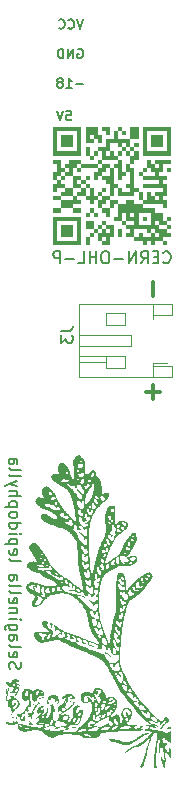
<source format=gbr>
%TF.GenerationSoftware,KiCad,Pcbnew,9.0.5*%
%TF.CreationDate,2025-10-29T21:47:57+01:00*%
%TF.ProjectId,GB_DMG_PSU,47425f44-4d47-45f5-9053-552e6b696361,rev?*%
%TF.SameCoordinates,Original*%
%TF.FileFunction,Legend,Bot*%
%TF.FilePolarity,Positive*%
%FSLAX46Y46*%
G04 Gerber Fmt 4.6, Leading zero omitted, Abs format (unit mm)*
G04 Created by KiCad (PCBNEW 9.0.5) date 2025-10-29 21:47:57*
%MOMM*%
%LPD*%
G01*
G04 APERTURE LIST*
%ADD10C,0.200000*%
%ADD11C,0.000000*%
%ADD12C,0.300000*%
%ADD13C,0.150000*%
%ADD14C,0.120000*%
G04 APERTURE END LIST*
D10*
X76566666Y-32304933D02*
X75957143Y-32304933D01*
X75157143Y-32609695D02*
X75614286Y-32609695D01*
X75385714Y-32609695D02*
X75385714Y-31809695D01*
X75385714Y-31809695D02*
X75461905Y-31923980D01*
X75461905Y-31923980D02*
X75538095Y-32000171D01*
X75538095Y-32000171D02*
X75614286Y-32038266D01*
X74700000Y-32152552D02*
X74776190Y-32114457D01*
X74776190Y-32114457D02*
X74814285Y-32076361D01*
X74814285Y-32076361D02*
X74852381Y-32000171D01*
X74852381Y-32000171D02*
X74852381Y-31962076D01*
X74852381Y-31962076D02*
X74814285Y-31885885D01*
X74814285Y-31885885D02*
X74776190Y-31847790D01*
X74776190Y-31847790D02*
X74700000Y-31809695D01*
X74700000Y-31809695D02*
X74547619Y-31809695D01*
X74547619Y-31809695D02*
X74471428Y-31847790D01*
X74471428Y-31847790D02*
X74433333Y-31885885D01*
X74433333Y-31885885D02*
X74395238Y-31962076D01*
X74395238Y-31962076D02*
X74395238Y-32000171D01*
X74395238Y-32000171D02*
X74433333Y-32076361D01*
X74433333Y-32076361D02*
X74471428Y-32114457D01*
X74471428Y-32114457D02*
X74547619Y-32152552D01*
X74547619Y-32152552D02*
X74700000Y-32152552D01*
X74700000Y-32152552D02*
X74776190Y-32190647D01*
X74776190Y-32190647D02*
X74814285Y-32228742D01*
X74814285Y-32228742D02*
X74852381Y-32304933D01*
X74852381Y-32304933D02*
X74852381Y-32457314D01*
X74852381Y-32457314D02*
X74814285Y-32533504D01*
X74814285Y-32533504D02*
X74776190Y-32571600D01*
X74776190Y-32571600D02*
X74700000Y-32609695D01*
X74700000Y-32609695D02*
X74547619Y-32609695D01*
X74547619Y-32609695D02*
X74471428Y-32571600D01*
X74471428Y-32571600D02*
X74433333Y-32533504D01*
X74433333Y-32533504D02*
X74395238Y-32457314D01*
X74395238Y-32457314D02*
X74395238Y-32304933D01*
X74395238Y-32304933D02*
X74433333Y-32228742D01*
X74433333Y-32228742D02*
X74471428Y-32190647D01*
X74471428Y-32190647D02*
X74547619Y-32152552D01*
X76566666Y-26809695D02*
X76299999Y-27609695D01*
X76299999Y-27609695D02*
X76033333Y-26809695D01*
X75309523Y-27533504D02*
X75347619Y-27571600D01*
X75347619Y-27571600D02*
X75461904Y-27609695D01*
X75461904Y-27609695D02*
X75538095Y-27609695D01*
X75538095Y-27609695D02*
X75652381Y-27571600D01*
X75652381Y-27571600D02*
X75728571Y-27495409D01*
X75728571Y-27495409D02*
X75766666Y-27419219D01*
X75766666Y-27419219D02*
X75804762Y-27266838D01*
X75804762Y-27266838D02*
X75804762Y-27152552D01*
X75804762Y-27152552D02*
X75766666Y-27000171D01*
X75766666Y-27000171D02*
X75728571Y-26923980D01*
X75728571Y-26923980D02*
X75652381Y-26847790D01*
X75652381Y-26847790D02*
X75538095Y-26809695D01*
X75538095Y-26809695D02*
X75461904Y-26809695D01*
X75461904Y-26809695D02*
X75347619Y-26847790D01*
X75347619Y-26847790D02*
X75309523Y-26885885D01*
X74509523Y-27533504D02*
X74547619Y-27571600D01*
X74547619Y-27571600D02*
X74661904Y-27609695D01*
X74661904Y-27609695D02*
X74738095Y-27609695D01*
X74738095Y-27609695D02*
X74852381Y-27571600D01*
X74852381Y-27571600D02*
X74928571Y-27495409D01*
X74928571Y-27495409D02*
X74966666Y-27419219D01*
X74966666Y-27419219D02*
X75004762Y-27266838D01*
X75004762Y-27266838D02*
X75004762Y-27152552D01*
X75004762Y-27152552D02*
X74966666Y-27000171D01*
X74966666Y-27000171D02*
X74928571Y-26923980D01*
X74928571Y-26923980D02*
X74852381Y-26847790D01*
X74852381Y-26847790D02*
X74738095Y-26809695D01*
X74738095Y-26809695D02*
X74661904Y-26809695D01*
X74661904Y-26809695D02*
X74547619Y-26847790D01*
X74547619Y-26847790D02*
X74509523Y-26885885D01*
X75152380Y-34559695D02*
X75533332Y-34559695D01*
X75533332Y-34559695D02*
X75571428Y-34940647D01*
X75571428Y-34940647D02*
X75533332Y-34902552D01*
X75533332Y-34902552D02*
X75457142Y-34864457D01*
X75457142Y-34864457D02*
X75266666Y-34864457D01*
X75266666Y-34864457D02*
X75190475Y-34902552D01*
X75190475Y-34902552D02*
X75152380Y-34940647D01*
X75152380Y-34940647D02*
X75114285Y-35016838D01*
X75114285Y-35016838D02*
X75114285Y-35207314D01*
X75114285Y-35207314D02*
X75152380Y-35283504D01*
X75152380Y-35283504D02*
X75190475Y-35321600D01*
X75190475Y-35321600D02*
X75266666Y-35359695D01*
X75266666Y-35359695D02*
X75457142Y-35359695D01*
X75457142Y-35359695D02*
X75533332Y-35321600D01*
X75533332Y-35321600D02*
X75571428Y-35283504D01*
X74885713Y-34559695D02*
X74619046Y-35359695D01*
X74619046Y-35359695D02*
X74352380Y-34559695D01*
X76109523Y-29347790D02*
X76185713Y-29309695D01*
X76185713Y-29309695D02*
X76299999Y-29309695D01*
X76299999Y-29309695D02*
X76414285Y-29347790D01*
X76414285Y-29347790D02*
X76490475Y-29423980D01*
X76490475Y-29423980D02*
X76528570Y-29500171D01*
X76528570Y-29500171D02*
X76566666Y-29652552D01*
X76566666Y-29652552D02*
X76566666Y-29766838D01*
X76566666Y-29766838D02*
X76528570Y-29919219D01*
X76528570Y-29919219D02*
X76490475Y-29995409D01*
X76490475Y-29995409D02*
X76414285Y-30071600D01*
X76414285Y-30071600D02*
X76299999Y-30109695D01*
X76299999Y-30109695D02*
X76223808Y-30109695D01*
X76223808Y-30109695D02*
X76109523Y-30071600D01*
X76109523Y-30071600D02*
X76071427Y-30033504D01*
X76071427Y-30033504D02*
X76071427Y-29766838D01*
X76071427Y-29766838D02*
X76223808Y-29766838D01*
X75728570Y-30109695D02*
X75728570Y-29309695D01*
X75728570Y-29309695D02*
X75271427Y-30109695D01*
X75271427Y-30109695D02*
X75271427Y-29309695D01*
X74890475Y-30109695D02*
X74890475Y-29309695D01*
X74890475Y-29309695D02*
X74699999Y-29309695D01*
X74699999Y-29309695D02*
X74585713Y-29347790D01*
X74585713Y-29347790D02*
X74509523Y-29423980D01*
X74509523Y-29423980D02*
X74471428Y-29500171D01*
X74471428Y-29500171D02*
X74433332Y-29652552D01*
X74433332Y-29652552D02*
X74433332Y-29766838D01*
X74433332Y-29766838D02*
X74471428Y-29919219D01*
X74471428Y-29919219D02*
X74509523Y-29995409D01*
X74509523Y-29995409D02*
X74585713Y-30071600D01*
X74585713Y-30071600D02*
X74699999Y-30109695D01*
X74699999Y-30109695D02*
X74890475Y-30109695D01*
D11*
G36*
X71175998Y-83296575D02*
G01*
X71167227Y-83356882D01*
X71155552Y-83419904D01*
X71141111Y-83484514D01*
X71124046Y-83549582D01*
X71120338Y-83561799D01*
X71104497Y-83613981D01*
X71082602Y-83676584D01*
X71058502Y-83736261D01*
X71032336Y-83791886D01*
X71009302Y-83835772D01*
X70986498Y-83876793D01*
X70964096Y-83914765D01*
X70942271Y-83949508D01*
X70921195Y-83980838D01*
X70901042Y-84008574D01*
X70881985Y-84032534D01*
X70864198Y-84052536D01*
X70847854Y-84068397D01*
X70833127Y-84079936D01*
X70826424Y-84084028D01*
X70820190Y-84086970D01*
X70814447Y-84088742D01*
X70809216Y-84089318D01*
X70804519Y-84088678D01*
X70800379Y-84086798D01*
X70796816Y-84083655D01*
X70793852Y-84079226D01*
X70791509Y-84073490D01*
X70789809Y-84066422D01*
X70788773Y-84058001D01*
X70788422Y-84048203D01*
X70788736Y-84041950D01*
X70789656Y-84035486D01*
X70791151Y-84028861D01*
X70793191Y-84022126D01*
X70795745Y-84015331D01*
X70798781Y-84008527D01*
X70802269Y-84001765D01*
X70806178Y-83995093D01*
X70810476Y-83988563D01*
X70815134Y-83982226D01*
X70820120Y-83976131D01*
X70825402Y-83970329D01*
X70830951Y-83964870D01*
X70836735Y-83959805D01*
X70842724Y-83955185D01*
X70848885Y-83951058D01*
X70859724Y-83943962D01*
X70869109Y-83936989D01*
X70877072Y-83930155D01*
X70883651Y-83923475D01*
X70888878Y-83916965D01*
X70892789Y-83910640D01*
X70894261Y-83907552D01*
X70895418Y-83904515D01*
X70896263Y-83901532D01*
X70896800Y-83898605D01*
X70897034Y-83895736D01*
X70896969Y-83892926D01*
X70896610Y-83890178D01*
X70895960Y-83887493D01*
X70895025Y-83884874D01*
X70893808Y-83882322D01*
X70890547Y-83877426D01*
X70886213Y-83872823D01*
X70880838Y-83868527D01*
X70874459Y-83864553D01*
X70867109Y-83860917D01*
X70858824Y-83857634D01*
X70849637Y-83854719D01*
X70839584Y-83852187D01*
X70828700Y-83850055D01*
X70817018Y-83848337D01*
X70804573Y-83847048D01*
X70791400Y-83846203D01*
X70777534Y-83845819D01*
X70763009Y-83845910D01*
X70747860Y-83846491D01*
X70732122Y-83847579D01*
X70715828Y-83849187D01*
X70699014Y-83851332D01*
X70681715Y-83854029D01*
X70663964Y-83857292D01*
X70645797Y-83861138D01*
X70601920Y-83869666D01*
X70559513Y-83875320D01*
X70519080Y-83878303D01*
X70481126Y-83878813D01*
X70446156Y-83877051D01*
X70414675Y-83873218D01*
X70387189Y-83867513D01*
X70364202Y-83860138D01*
X70354554Y-83855886D01*
X70346221Y-83851291D01*
X70339264Y-83846379D01*
X70333749Y-83841175D01*
X70329737Y-83835703D01*
X70327292Y-83829988D01*
X70326478Y-83824056D01*
X70327356Y-83817932D01*
X70329991Y-83811640D01*
X70334445Y-83805206D01*
X70340782Y-83798655D01*
X70349065Y-83792011D01*
X70359357Y-83785301D01*
X70371720Y-83778548D01*
X70386219Y-83771778D01*
X70402917Y-83765015D01*
X70427280Y-83755182D01*
X70450745Y-83744536D01*
X70473284Y-83733141D01*
X70494866Y-83721061D01*
X70515462Y-83708360D01*
X70535042Y-83695101D01*
X70535772Y-83694559D01*
X70810347Y-83694559D01*
X70811172Y-83705584D01*
X70812849Y-83715882D01*
X70815348Y-83725423D01*
X70818639Y-83734177D01*
X70822690Y-83742113D01*
X70827472Y-83749202D01*
X70832954Y-83755413D01*
X70839105Y-83760716D01*
X70845896Y-83765080D01*
X70853295Y-83768476D01*
X70861272Y-83770874D01*
X70869796Y-83772243D01*
X70878838Y-83772552D01*
X70888366Y-83771773D01*
X70898351Y-83769874D01*
X70908761Y-83766825D01*
X70919567Y-83762596D01*
X70930737Y-83757157D01*
X70942242Y-83750478D01*
X70954050Y-83742529D01*
X70966132Y-83733278D01*
X70978457Y-83722697D01*
X70990994Y-83710755D01*
X71001076Y-83700237D01*
X71010666Y-83689364D01*
X71019721Y-83678220D01*
X71028201Y-83666890D01*
X71036065Y-83655456D01*
X71043271Y-83644004D01*
X71049778Y-83632617D01*
X71055544Y-83621380D01*
X71060528Y-83610376D01*
X71064689Y-83599689D01*
X71067986Y-83589404D01*
X71070377Y-83579605D01*
X71071822Y-83570375D01*
X71072278Y-83561799D01*
X71072122Y-83557782D01*
X71071704Y-83553961D01*
X71071018Y-83550345D01*
X71070060Y-83546944D01*
X71066632Y-83537445D01*
X71062879Y-83528522D01*
X71058817Y-83520174D01*
X71054460Y-83512401D01*
X71049825Y-83505202D01*
X71044926Y-83498577D01*
X71039779Y-83492526D01*
X71034398Y-83487046D01*
X71028800Y-83482138D01*
X71022999Y-83477802D01*
X71017010Y-83474036D01*
X71010850Y-83470840D01*
X71004533Y-83468214D01*
X70998074Y-83466157D01*
X70991489Y-83464667D01*
X70984793Y-83463746D01*
X70980438Y-83463485D01*
X70976045Y-83463454D01*
X70971618Y-83463650D01*
X70967162Y-83464075D01*
X70962681Y-83464728D01*
X70958178Y-83465608D01*
X70953657Y-83466716D01*
X70949123Y-83468051D01*
X70944578Y-83469613D01*
X70940028Y-83471401D01*
X70935475Y-83473417D01*
X70930925Y-83475658D01*
X70926380Y-83478125D01*
X70921844Y-83480818D01*
X70912818Y-83486880D01*
X70903877Y-83493842D01*
X70895052Y-83501702D01*
X70886375Y-83510458D01*
X70877877Y-83520109D01*
X70869590Y-83530651D01*
X70861544Y-83542084D01*
X70853770Y-83554405D01*
X70846301Y-83567612D01*
X70838084Y-83583819D01*
X70830994Y-83599571D01*
X70825000Y-83614838D01*
X70820072Y-83629590D01*
X70816178Y-83643796D01*
X70813290Y-83657426D01*
X70811375Y-83670450D01*
X70810404Y-83682838D01*
X70810347Y-83694559D01*
X70535772Y-83694559D01*
X70553577Y-83681348D01*
X70571036Y-83667164D01*
X70587391Y-83652613D01*
X70602611Y-83637759D01*
X70616668Y-83622665D01*
X70629531Y-83607395D01*
X70641171Y-83592012D01*
X70651557Y-83576581D01*
X70660662Y-83561164D01*
X70668454Y-83545826D01*
X70674904Y-83530629D01*
X70679983Y-83515638D01*
X70683661Y-83500917D01*
X70685909Y-83486528D01*
X70686696Y-83472535D01*
X70685993Y-83459003D01*
X70683771Y-83445994D01*
X70680000Y-83433573D01*
X70674649Y-83421802D01*
X70667691Y-83410746D01*
X70659094Y-83400468D01*
X70648830Y-83391032D01*
X70636868Y-83382501D01*
X70623179Y-83374939D01*
X70607734Y-83368410D01*
X70590502Y-83362977D01*
X70550088Y-83352560D01*
X70513574Y-83344118D01*
X70480780Y-83337721D01*
X70451529Y-83333436D01*
X70425643Y-83331334D01*
X70413905Y-83331122D01*
X70402943Y-83331483D01*
X70392732Y-83332423D01*
X70383250Y-83333952D01*
X70374477Y-83336079D01*
X70366388Y-83338812D01*
X70358962Y-83342159D01*
X70352177Y-83346130D01*
X70346010Y-83350732D01*
X70340439Y-83355976D01*
X70335442Y-83361868D01*
X70330997Y-83368419D01*
X70327080Y-83375636D01*
X70323670Y-83383528D01*
X70320745Y-83392104D01*
X70318283Y-83401372D01*
X70314655Y-83422021D01*
X70312609Y-83445543D01*
X70311967Y-83472008D01*
X70311659Y-83486995D01*
X70310756Y-83501934D01*
X70309287Y-83516730D01*
X70307284Y-83531292D01*
X70304776Y-83545526D01*
X70301793Y-83559340D01*
X70298367Y-83572641D01*
X70294527Y-83585335D01*
X70290303Y-83597331D01*
X70285726Y-83608534D01*
X70280826Y-83618852D01*
X70275633Y-83628192D01*
X70270178Y-83636462D01*
X70264490Y-83643568D01*
X70258601Y-83649417D01*
X70252539Y-83653916D01*
X70239749Y-83661783D01*
X70228664Y-83668316D01*
X70223758Y-83670991D01*
X70219277Y-83673224D01*
X70215220Y-83674979D01*
X70211585Y-83676218D01*
X70208373Y-83676905D01*
X70206925Y-83677031D01*
X70205582Y-83677005D01*
X70204344Y-83676824D01*
X70203212Y-83676482D01*
X70202184Y-83675974D01*
X70201261Y-83675297D01*
X70200444Y-83674446D01*
X70199731Y-83673416D01*
X70199122Y-83672203D01*
X70198619Y-83670802D01*
X70197925Y-83667419D01*
X70197648Y-83663231D01*
X70197789Y-83658200D01*
X70198345Y-83652291D01*
X70199317Y-83645468D01*
X70200703Y-83637694D01*
X70202503Y-83628933D01*
X70204717Y-83619148D01*
X70210382Y-83596363D01*
X70217692Y-83569049D01*
X70226641Y-83536915D01*
X70249438Y-83457024D01*
X70257518Y-83427752D01*
X70264226Y-83400822D01*
X70269518Y-83376011D01*
X70273351Y-83353097D01*
X70275683Y-83331855D01*
X70276471Y-83312064D01*
X70275673Y-83293500D01*
X70274665Y-83284609D01*
X70273244Y-83275942D01*
X70271405Y-83267469D01*
X70269143Y-83259165D01*
X70266452Y-83251000D01*
X70263327Y-83242947D01*
X70255752Y-83227065D01*
X70246377Y-83211296D01*
X70235158Y-83195418D01*
X70222053Y-83179208D01*
X70207018Y-83162442D01*
X70190101Y-83144991D01*
X70619915Y-83144991D01*
X70620108Y-83149792D01*
X70620692Y-83154646D01*
X70621667Y-83159562D01*
X70623036Y-83164553D01*
X70624801Y-83169628D01*
X70626963Y-83174799D01*
X70629524Y-83180077D01*
X70632486Y-83185472D01*
X70635850Y-83190994D01*
X70639620Y-83196656D01*
X70643795Y-83202468D01*
X70648379Y-83208440D01*
X70653373Y-83214584D01*
X70658778Y-83220910D01*
X70670832Y-83234152D01*
X70684554Y-83248254D01*
X70701014Y-83264584D01*
X70715669Y-83278734D01*
X70728686Y-83290696D01*
X70740227Y-83300466D01*
X70745495Y-83304527D01*
X70750457Y-83308038D01*
X70755132Y-83310997D01*
X70759542Y-83313406D01*
X70763706Y-83315261D01*
X70767645Y-83316564D01*
X70771380Y-83317313D01*
X70774931Y-83317508D01*
X70778319Y-83317147D01*
X70781565Y-83316230D01*
X70784689Y-83314757D01*
X70787712Y-83312727D01*
X70790653Y-83310138D01*
X70793535Y-83306991D01*
X70796377Y-83303285D01*
X70799200Y-83299018D01*
X70802024Y-83294191D01*
X70804870Y-83288802D01*
X70807824Y-83282497D01*
X70932604Y-83282497D01*
X70932975Y-83291337D01*
X70933924Y-83300108D01*
X70935473Y-83308776D01*
X70937643Y-83317311D01*
X70940458Y-83325678D01*
X70943937Y-83333846D01*
X70948104Y-83341782D01*
X70952392Y-83348634D01*
X70956963Y-83354884D01*
X70961796Y-83360540D01*
X70966873Y-83365607D01*
X70972172Y-83370090D01*
X70977674Y-83373995D01*
X70983359Y-83377328D01*
X70989207Y-83380095D01*
X70995197Y-83382300D01*
X71001311Y-83383950D01*
X71007527Y-83385050D01*
X71013825Y-83385606D01*
X71020187Y-83385624D01*
X71026591Y-83385109D01*
X71033019Y-83384066D01*
X71039448Y-83382502D01*
X71045861Y-83380422D01*
X71052237Y-83377832D01*
X71058555Y-83374738D01*
X71064796Y-83371144D01*
X71070940Y-83367057D01*
X71076967Y-83362482D01*
X71082856Y-83357425D01*
X71088589Y-83351891D01*
X71094144Y-83345887D01*
X71099502Y-83339417D01*
X71104642Y-83332488D01*
X71109546Y-83325105D01*
X71114192Y-83317274D01*
X71118561Y-83309000D01*
X71122633Y-83300288D01*
X71126387Y-83291146D01*
X71128155Y-83286186D01*
X71129686Y-83281157D01*
X71132048Y-83270927D01*
X71133497Y-83260530D01*
X71134057Y-83250042D01*
X71133750Y-83239539D01*
X71132601Y-83229093D01*
X71130632Y-83218782D01*
X71127866Y-83208680D01*
X71124328Y-83198862D01*
X71120040Y-83189402D01*
X71115026Y-83180377D01*
X71109309Y-83171861D01*
X71102913Y-83163929D01*
X71095860Y-83156656D01*
X71092094Y-83153290D01*
X71088174Y-83150117D01*
X71084101Y-83147146D01*
X71079879Y-83144387D01*
X71077910Y-83143284D01*
X71075933Y-83142227D01*
X71073950Y-83141220D01*
X71071961Y-83140266D01*
X71069965Y-83139368D01*
X71067965Y-83138529D01*
X71065961Y-83137752D01*
X71063953Y-83137040D01*
X71061942Y-83136396D01*
X71059929Y-83135822D01*
X71057914Y-83135323D01*
X71055899Y-83134901D01*
X71053882Y-83134558D01*
X71051867Y-83134299D01*
X71049852Y-83134126D01*
X71047839Y-83134042D01*
X71040803Y-83134049D01*
X71033804Y-83134801D01*
X71026861Y-83136263D01*
X71019998Y-83138404D01*
X71013236Y-83141190D01*
X71006596Y-83144590D01*
X71000101Y-83148571D01*
X70993772Y-83153101D01*
X70987630Y-83158146D01*
X70981698Y-83163675D01*
X70975997Y-83169654D01*
X70970549Y-83176052D01*
X70965375Y-83182836D01*
X70962523Y-83187008D01*
X70960497Y-83189972D01*
X70955938Y-83197430D01*
X70951718Y-83205176D01*
X70947859Y-83213178D01*
X70944384Y-83221403D01*
X70941313Y-83229818D01*
X70938669Y-83238392D01*
X70936473Y-83247092D01*
X70934747Y-83255885D01*
X70933512Y-83264738D01*
X70932791Y-83273619D01*
X70932604Y-83282497D01*
X70807824Y-83282497D01*
X70810711Y-83276337D01*
X70816887Y-83261617D01*
X70823563Y-83244637D01*
X70827273Y-83233707D01*
X70830197Y-83222390D01*
X70832347Y-83210776D01*
X70833737Y-83198952D01*
X70834382Y-83187008D01*
X70834295Y-83175033D01*
X70833490Y-83163114D01*
X70831979Y-83151342D01*
X70829778Y-83139805D01*
X70826900Y-83128590D01*
X70823358Y-83117788D01*
X70819167Y-83107487D01*
X70814339Y-83097776D01*
X70808889Y-83088743D01*
X70802830Y-83080477D01*
X70796176Y-83073067D01*
X70791512Y-83068511D01*
X70786931Y-83064255D01*
X70782429Y-83060301D01*
X70777997Y-83056647D01*
X70773629Y-83053294D01*
X70769319Y-83050243D01*
X70765060Y-83047494D01*
X70760846Y-83045047D01*
X70756670Y-83042902D01*
X70752526Y-83041060D01*
X70748407Y-83039521D01*
X70744307Y-83038285D01*
X70740219Y-83037352D01*
X70736136Y-83036723D01*
X70732052Y-83036398D01*
X70727961Y-83036378D01*
X70727961Y-83035867D01*
X70723861Y-83036149D01*
X70719747Y-83036743D01*
X70715611Y-83037646D01*
X70711449Y-83038858D01*
X70707254Y-83040378D01*
X70703019Y-83042205D01*
X70698739Y-83044339D01*
X70694408Y-83046778D01*
X70690019Y-83049523D01*
X70685566Y-83052571D01*
X70681044Y-83055923D01*
X70676445Y-83059577D01*
X70671763Y-83063533D01*
X70666994Y-83067790D01*
X70662129Y-83072347D01*
X70657164Y-83077203D01*
X70652085Y-83082409D01*
X70647370Y-83087515D01*
X70643023Y-83092533D01*
X70639043Y-83097474D01*
X70635434Y-83102348D01*
X70632198Y-83107165D01*
X70629335Y-83111938D01*
X70626847Y-83116676D01*
X70624738Y-83121391D01*
X70623007Y-83126093D01*
X70621658Y-83130793D01*
X70620692Y-83135502D01*
X70620110Y-83140231D01*
X70619915Y-83144991D01*
X70190101Y-83144991D01*
X70190011Y-83144898D01*
X70174919Y-83130083D01*
X70160363Y-83116370D01*
X70146323Y-83103757D01*
X70132782Y-83092244D01*
X70119721Y-83081830D01*
X70107121Y-83072513D01*
X70094964Y-83064293D01*
X70083231Y-83057168D01*
X70071904Y-83051137D01*
X70060964Y-83046200D01*
X70050394Y-83042355D01*
X70040173Y-83039601D01*
X70030285Y-83037937D01*
X70020709Y-83037362D01*
X70011429Y-83037875D01*
X70002425Y-83039475D01*
X70002425Y-82863778D01*
X70012503Y-82864270D01*
X70022821Y-82864974D01*
X70033408Y-82865908D01*
X70044289Y-82867089D01*
X70055493Y-82868535D01*
X70067046Y-82870262D01*
X70078975Y-82872290D01*
X70091307Y-82874635D01*
X70110702Y-82878944D01*
X70130076Y-82884068D01*
X70149305Y-82889940D01*
X70168269Y-82896494D01*
X70186844Y-82903665D01*
X70204909Y-82911385D01*
X70222341Y-82919589D01*
X70239018Y-82928212D01*
X70254817Y-82937187D01*
X70269617Y-82946448D01*
X70283294Y-82955930D01*
X70295727Y-82965566D01*
X70306794Y-82975290D01*
X70316372Y-82985037D01*
X70324338Y-82994740D01*
X70330571Y-83004334D01*
X70334463Y-83011069D01*
X70338297Y-83017243D01*
X70342083Y-83022847D01*
X70345836Y-83027874D01*
X70349566Y-83032314D01*
X70353288Y-83036160D01*
X70357012Y-83039401D01*
X70360752Y-83042031D01*
X70364521Y-83044041D01*
X70366419Y-83044810D01*
X70368330Y-83045421D01*
X70370253Y-83045873D01*
X70372192Y-83046164D01*
X70374147Y-83046294D01*
X70376120Y-83046262D01*
X70378112Y-83046065D01*
X70380126Y-83045704D01*
X70382162Y-83045177D01*
X70384222Y-83044484D01*
X70388421Y-83042592D01*
X70392736Y-83040020D01*
X70397179Y-83036759D01*
X70401763Y-83032802D01*
X70406499Y-83028138D01*
X70411401Y-83022761D01*
X70416481Y-83016661D01*
X70421751Y-83009830D01*
X70427224Y-83002260D01*
X70432912Y-82993941D01*
X70438828Y-82984866D01*
X70444984Y-82975025D01*
X70451394Y-82964411D01*
X70458068Y-82953015D01*
X70472263Y-82927842D01*
X70487668Y-82899438D01*
X70495241Y-82885803D01*
X70503180Y-82872563D01*
X70511473Y-82859719D01*
X70520109Y-82847275D01*
X70529075Y-82835232D01*
X70538358Y-82823594D01*
X70547947Y-82812364D01*
X70557830Y-82801544D01*
X70567994Y-82791137D01*
X70578427Y-82781145D01*
X70589118Y-82771573D01*
X70600053Y-82762421D01*
X70611221Y-82753693D01*
X70622609Y-82745392D01*
X70634206Y-82737520D01*
X70646000Y-82730080D01*
X70657977Y-82723076D01*
X70670126Y-82716508D01*
X70682436Y-82710382D01*
X70694893Y-82704698D01*
X70707485Y-82699460D01*
X70720201Y-82694671D01*
X70733028Y-82690333D01*
X70745954Y-82686449D01*
X70758967Y-82683022D01*
X70772054Y-82680054D01*
X70785205Y-82677549D01*
X70798405Y-82675508D01*
X70811644Y-82673935D01*
X70824910Y-82672833D01*
X70838189Y-82672204D01*
X70851470Y-82672051D01*
X70867396Y-82672483D01*
X70883291Y-82673614D01*
X70899134Y-82675447D01*
X70914902Y-82677987D01*
X70930574Y-82681238D01*
X70946126Y-82685203D01*
X70961536Y-82689888D01*
X70976784Y-82695295D01*
X70991845Y-82701430D01*
X71006699Y-82708296D01*
X71021323Y-82715897D01*
X71035694Y-82724237D01*
X71049791Y-82733322D01*
X71063592Y-82743153D01*
X71077074Y-82753737D01*
X71090214Y-82765076D01*
X71102744Y-82776835D01*
X71114182Y-82788415D01*
X71124543Y-82799785D01*
X71133843Y-82810914D01*
X71142098Y-82821770D01*
X71149321Y-82832322D01*
X71155531Y-82842538D01*
X71160740Y-82852386D01*
X71164966Y-82861835D01*
X71168223Y-82870853D01*
X71170528Y-82879409D01*
X71171894Y-82887471D01*
X71172339Y-82895007D01*
X71171877Y-82901986D01*
X71170523Y-82908376D01*
X71168294Y-82914146D01*
X71165205Y-82919264D01*
X71161271Y-82923699D01*
X71156507Y-82927419D01*
X71150929Y-82930392D01*
X71144553Y-82932586D01*
X71137394Y-82933971D01*
X71129467Y-82934515D01*
X71120788Y-82934185D01*
X71111373Y-82932951D01*
X71101236Y-82930781D01*
X71090394Y-82927643D01*
X71078861Y-82923506D01*
X71066653Y-82918338D01*
X71053786Y-82912107D01*
X71040275Y-82904783D01*
X71026135Y-82896333D01*
X71014342Y-82889333D01*
X71002442Y-82882966D01*
X70990515Y-82877246D01*
X70978641Y-82872189D01*
X70966902Y-82867808D01*
X70955376Y-82864118D01*
X70944145Y-82861134D01*
X70933288Y-82858869D01*
X70922887Y-82857340D01*
X70913020Y-82856559D01*
X70903769Y-82856543D01*
X70895214Y-82857304D01*
X70887435Y-82858859D01*
X70880512Y-82861220D01*
X70877396Y-82862709D01*
X70874525Y-82864404D01*
X70871908Y-82866309D01*
X70869555Y-82868424D01*
X70864870Y-82874193D01*
X70861754Y-82880477D01*
X70860132Y-82887223D01*
X70859928Y-82894379D01*
X70861067Y-82901891D01*
X70863475Y-82909708D01*
X70867075Y-82917777D01*
X70871794Y-82926044D01*
X70877554Y-82934458D01*
X70884283Y-82942966D01*
X70891903Y-82951514D01*
X70900340Y-82960051D01*
X70909519Y-82968523D01*
X70919365Y-82976879D01*
X70929801Y-82985064D01*
X70940754Y-82993027D01*
X70952148Y-83000716D01*
X70963908Y-83008076D01*
X70975958Y-83015057D01*
X70988224Y-83021604D01*
X71000630Y-83027665D01*
X71013100Y-83033189D01*
X71025561Y-83038121D01*
X71037936Y-83042409D01*
X71050150Y-83046002D01*
X71062129Y-83048845D01*
X71073797Y-83050887D01*
X71085078Y-83052074D01*
X71095898Y-83052354D01*
X71106181Y-83051675D01*
X71115852Y-83049983D01*
X71124837Y-83047227D01*
X71135096Y-83044677D01*
X71144333Y-83045204D01*
X71152564Y-83048665D01*
X71159806Y-83054920D01*
X71166078Y-83063828D01*
X71171397Y-83075248D01*
X71175780Y-83089039D01*
X71179244Y-83105059D01*
X71181808Y-83123168D01*
X71183488Y-83143226D01*
X71184269Y-83188619D01*
X71181726Y-83240112D01*
X71180718Y-83250042D01*
X71175998Y-83296575D01*
G37*
G36*
X70008090Y-85928754D02*
G01*
X70013538Y-85930059D01*
X70018759Y-85931582D01*
X70023739Y-85933314D01*
X70028466Y-85935247D01*
X70032928Y-85937374D01*
X70037112Y-85939686D01*
X70041006Y-85942176D01*
X70044598Y-85944836D01*
X70047875Y-85947657D01*
X70050825Y-85950633D01*
X70053436Y-85953754D01*
X70055694Y-85957014D01*
X70057589Y-85960403D01*
X70059107Y-85963915D01*
X70060237Y-85967541D01*
X70060965Y-85971274D01*
X70061279Y-85975105D01*
X70061168Y-85979027D01*
X70060619Y-85983031D01*
X70059618Y-85987110D01*
X70058155Y-85991256D01*
X70056217Y-85995460D01*
X70053791Y-85999716D01*
X70050865Y-86004015D01*
X70047426Y-86008349D01*
X70043463Y-86012710D01*
X70038963Y-86017090D01*
X70033913Y-86021482D01*
X70028301Y-86025877D01*
X70022116Y-86030267D01*
X70015343Y-86034646D01*
X70014393Y-86035243D01*
X70013466Y-86035847D01*
X70012561Y-86036459D01*
X70011678Y-86037080D01*
X70010815Y-86037711D01*
X70009971Y-86038351D01*
X70009147Y-86039003D01*
X70008340Y-86039667D01*
X70007550Y-86040343D01*
X70006776Y-86041033D01*
X70006018Y-86041737D01*
X70005274Y-86042455D01*
X70004544Y-86043190D01*
X70003826Y-86043941D01*
X70003120Y-86044709D01*
X70002425Y-86045495D01*
X70002425Y-85927674D01*
X70008090Y-85928754D01*
G37*
G36*
X73168540Y-84397460D02*
G01*
X73168805Y-84397533D01*
X73169030Y-84397645D01*
X73169218Y-84397794D01*
X73169366Y-84397981D01*
X73169475Y-84398206D01*
X73169546Y-84398469D01*
X73169572Y-84399109D01*
X73169444Y-84399903D01*
X73169162Y-84400851D01*
X73168728Y-84401953D01*
X73168140Y-84403212D01*
X73167400Y-84404626D01*
X73166508Y-84406199D01*
X73164271Y-84409818D01*
X73161432Y-84414078D01*
X73157995Y-84418982D01*
X73153963Y-84424540D01*
X73149340Y-84430756D01*
X73144129Y-84437637D01*
X73131958Y-84453422D01*
X73117480Y-84471947D01*
X73103244Y-84489734D01*
X73089714Y-84505918D01*
X73076921Y-84520482D01*
X73064892Y-84533406D01*
X73053658Y-84544670D01*
X73043248Y-84554256D01*
X73033691Y-84562144D01*
X73025016Y-84568316D01*
X73021018Y-84570752D01*
X73017252Y-84572752D01*
X73013721Y-84574314D01*
X73010428Y-84575434D01*
X73007378Y-84576110D01*
X73004575Y-84576341D01*
X73002020Y-84576123D01*
X72999720Y-84575455D01*
X72997676Y-84574334D01*
X72995893Y-84572757D01*
X72994374Y-84570722D01*
X72993123Y-84568227D01*
X72992144Y-84565270D01*
X72991440Y-84561847D01*
X72991015Y-84557957D01*
X72990872Y-84553597D01*
X72991007Y-84552335D01*
X72991409Y-84550880D01*
X72992071Y-84549239D01*
X72992985Y-84547417D01*
X72995548Y-84543259D01*
X72999045Y-84538458D01*
X73003423Y-84533067D01*
X73008630Y-84527138D01*
X73014614Y-84520723D01*
X73021322Y-84513874D01*
X73028701Y-84506643D01*
X73036699Y-84499083D01*
X73045263Y-84491246D01*
X73054342Y-84483183D01*
X73063881Y-84474947D01*
X73073829Y-84466590D01*
X73084134Y-84458165D01*
X73094743Y-84449723D01*
X73122439Y-84428170D01*
X73133850Y-84419476D01*
X73143655Y-84412195D01*
X73151867Y-84406343D01*
X73158501Y-84401938D01*
X73163571Y-84398997D01*
X73165523Y-84398081D01*
X73167090Y-84397538D01*
X73167893Y-84397424D01*
X73168540Y-84397460D01*
G37*
G36*
X71193493Y-84733683D02*
G01*
X71194986Y-84758322D01*
X71195209Y-84783000D01*
X71194144Y-84807661D01*
X71191775Y-84832245D01*
X71188084Y-84856694D01*
X71183055Y-84880951D01*
X71176670Y-84904958D01*
X71168911Y-84928656D01*
X71159763Y-84951988D01*
X71149207Y-84974895D01*
X71137227Y-84997320D01*
X71123805Y-85019204D01*
X71113060Y-85034781D01*
X71101555Y-85049922D01*
X71089394Y-85064549D01*
X71076681Y-85078583D01*
X71063521Y-85091946D01*
X71050019Y-85104559D01*
X71036279Y-85116344D01*
X71022406Y-85127222D01*
X71008503Y-85137114D01*
X70994677Y-85145942D01*
X70981031Y-85153628D01*
X70967670Y-85160092D01*
X70954698Y-85165256D01*
X70942221Y-85169042D01*
X70936200Y-85170394D01*
X70930341Y-85171372D01*
X70924659Y-85171966D01*
X70919165Y-85172166D01*
X70913365Y-85172379D01*
X70907519Y-85173012D01*
X70901633Y-85174060D01*
X70895715Y-85175513D01*
X70889773Y-85177364D01*
X70883814Y-85179607D01*
X70877845Y-85182232D01*
X70871874Y-85185234D01*
X70865907Y-85188603D01*
X70859954Y-85192334D01*
X70854020Y-85196417D01*
X70848113Y-85200847D01*
X70842241Y-85205614D01*
X70836411Y-85210712D01*
X70830630Y-85216133D01*
X70824906Y-85221870D01*
X70813659Y-85234260D01*
X70802727Y-85247823D01*
X70792170Y-85262497D01*
X70782048Y-85278223D01*
X70772419Y-85294941D01*
X70763342Y-85312590D01*
X70754877Y-85331110D01*
X70747082Y-85350442D01*
X70739883Y-85368634D01*
X70732233Y-85386320D01*
X70724199Y-85403410D01*
X70715849Y-85419810D01*
X70707253Y-85435428D01*
X70698477Y-85450173D01*
X70689590Y-85463951D01*
X70680660Y-85476670D01*
X70671754Y-85488239D01*
X70662941Y-85498564D01*
X70654290Y-85507554D01*
X70645867Y-85515116D01*
X70637741Y-85521159D01*
X70629980Y-85525589D01*
X70626257Y-85527171D01*
X70622651Y-85528315D01*
X70619171Y-85529010D01*
X70615824Y-85529244D01*
X70608886Y-85528426D01*
X70601912Y-85526033D01*
X70594931Y-85522159D01*
X70587972Y-85516899D01*
X70581060Y-85510346D01*
X70574226Y-85502594D01*
X70567496Y-85493737D01*
X70560898Y-85483868D01*
X70548210Y-85461473D01*
X70536384Y-85436158D01*
X70525644Y-85408676D01*
X70516211Y-85379777D01*
X70508308Y-85350211D01*
X70502159Y-85320730D01*
X70497985Y-85292084D01*
X70496009Y-85265025D01*
X70495915Y-85252325D01*
X70496454Y-85240303D01*
X70497654Y-85229053D01*
X70499542Y-85218669D01*
X70502147Y-85209245D01*
X70505496Y-85200874D01*
X70509617Y-85193651D01*
X70514538Y-85187669D01*
X70516290Y-85185614D01*
X70517597Y-85183411D01*
X70518467Y-85181068D01*
X70518909Y-85178590D01*
X70518930Y-85175984D01*
X70518539Y-85173258D01*
X70517743Y-85170418D01*
X70516550Y-85167470D01*
X70514968Y-85164422D01*
X70513005Y-85161281D01*
X70510669Y-85158053D01*
X70507967Y-85154745D01*
X70504909Y-85151363D01*
X70501501Y-85147915D01*
X70497752Y-85144408D01*
X70493670Y-85140848D01*
X70489262Y-85137242D01*
X70484537Y-85133596D01*
X70479502Y-85129918D01*
X70474165Y-85126215D01*
X70468535Y-85122493D01*
X70462618Y-85118758D01*
X70456424Y-85115018D01*
X70449960Y-85111280D01*
X70436254Y-85103836D01*
X70421563Y-85096479D01*
X70405951Y-85089264D01*
X70389481Y-85082246D01*
X70363286Y-85071194D01*
X70340078Y-85060500D01*
X70329547Y-85055181D01*
X70319706Y-85049824D01*
X70310535Y-85044387D01*
X70302018Y-85038827D01*
X70294133Y-85033102D01*
X70286864Y-85027170D01*
X70280190Y-85020987D01*
X70274093Y-85014512D01*
X70268554Y-85007702D01*
X70263554Y-85000515D01*
X70259075Y-84992908D01*
X70255097Y-84984838D01*
X70251602Y-84976264D01*
X70248571Y-84967143D01*
X70245984Y-84957432D01*
X70243824Y-84947089D01*
X70242071Y-84936072D01*
X70240706Y-84924338D01*
X70239711Y-84911845D01*
X70239066Y-84898550D01*
X70238754Y-84869384D01*
X70239618Y-84836503D01*
X70241507Y-84799565D01*
X70242959Y-84777851D01*
X70521214Y-84777851D01*
X70521946Y-84794051D01*
X70523919Y-84809485D01*
X70527183Y-84824055D01*
X70531791Y-84837668D01*
X70537793Y-84850228D01*
X70541833Y-84857281D01*
X70545775Y-84863811D01*
X70549636Y-84869813D01*
X70553428Y-84875281D01*
X70557168Y-84880208D01*
X70560869Y-84884589D01*
X70564547Y-84888418D01*
X70568216Y-84891688D01*
X70571891Y-84894395D01*
X70575586Y-84896531D01*
X70579317Y-84898090D01*
X70583097Y-84899068D01*
X70586942Y-84899458D01*
X70590866Y-84899253D01*
X70594884Y-84898449D01*
X70599011Y-84897038D01*
X70603261Y-84895016D01*
X70607648Y-84892375D01*
X70612189Y-84889111D01*
X70616897Y-84885216D01*
X70621786Y-84880686D01*
X70626873Y-84875514D01*
X70632171Y-84869694D01*
X70637695Y-84863221D01*
X70643460Y-84856087D01*
X70649480Y-84848288D01*
X70655770Y-84839817D01*
X70662346Y-84830669D01*
X70676409Y-84810315D01*
X70691788Y-84787179D01*
X70702453Y-84771529D01*
X70713397Y-84756685D01*
X70724538Y-84742706D01*
X70735796Y-84729654D01*
X70747090Y-84717588D01*
X70758337Y-84706569D01*
X70769458Y-84696658D01*
X70780370Y-84687915D01*
X70790993Y-84680400D01*
X70801246Y-84674175D01*
X70811047Y-84669299D01*
X70815752Y-84667386D01*
X70820315Y-84665833D01*
X70824724Y-84664648D01*
X70828969Y-84663839D01*
X70833040Y-84663412D01*
X70836927Y-84663375D01*
X70840621Y-84663736D01*
X70844109Y-84664503D01*
X70847384Y-84665682D01*
X70850434Y-84667283D01*
X70858241Y-84672295D01*
X70865438Y-84677315D01*
X70872019Y-84682365D01*
X70877975Y-84687467D01*
X70883300Y-84692644D01*
X70887987Y-84697918D01*
X70892028Y-84703312D01*
X70895415Y-84708848D01*
X70898143Y-84714549D01*
X70900203Y-84720436D01*
X70901589Y-84726534D01*
X70902293Y-84732863D01*
X70902307Y-84739446D01*
X70901626Y-84746307D01*
X70900241Y-84753466D01*
X70898145Y-84760948D01*
X70895332Y-84768774D01*
X70891793Y-84776966D01*
X70887522Y-84785547D01*
X70882511Y-84794540D01*
X70876753Y-84803967D01*
X70870242Y-84813851D01*
X70862969Y-84824213D01*
X70854928Y-84835076D01*
X70846111Y-84846464D01*
X70836512Y-84858397D01*
X70826122Y-84870900D01*
X70814935Y-84883993D01*
X70790139Y-84912043D01*
X70762068Y-84942727D01*
X70747457Y-84958878D01*
X70733625Y-84974941D01*
X70720628Y-84990818D01*
X70708523Y-85006411D01*
X70697364Y-85021621D01*
X70687208Y-85036349D01*
X70678110Y-85050497D01*
X70670125Y-85063967D01*
X70663311Y-85076659D01*
X70657721Y-85088476D01*
X70653413Y-85099319D01*
X70650441Y-85109089D01*
X70648861Y-85117689D01*
X70648610Y-85121518D01*
X70648729Y-85125019D01*
X70649223Y-85128177D01*
X70650100Y-85130980D01*
X70651367Y-85133418D01*
X70653031Y-85135476D01*
X70659300Y-85141479D01*
X70665529Y-85146899D01*
X70671738Y-85151727D01*
X70677948Y-85155951D01*
X70684178Y-85159560D01*
X70690450Y-85162545D01*
X70696781Y-85164895D01*
X70703194Y-85166598D01*
X70709708Y-85167645D01*
X70716343Y-85168024D01*
X70723119Y-85167726D01*
X70730056Y-85166739D01*
X70737175Y-85165054D01*
X70744495Y-85162658D01*
X70752037Y-85159543D01*
X70759820Y-85155697D01*
X70767866Y-85151109D01*
X70776193Y-85145769D01*
X70784822Y-85139667D01*
X70793774Y-85132792D01*
X70803067Y-85125133D01*
X70812723Y-85116679D01*
X70822762Y-85107421D01*
X70833203Y-85097347D01*
X70844066Y-85086446D01*
X70855373Y-85074710D01*
X70879394Y-85048683D01*
X70905428Y-85019182D01*
X70933635Y-84986123D01*
X70953313Y-84962122D01*
X70971249Y-84938947D01*
X70987465Y-84916547D01*
X71001978Y-84894875D01*
X71014808Y-84873880D01*
X71025975Y-84853513D01*
X71035498Y-84833724D01*
X71043396Y-84814463D01*
X71049689Y-84795683D01*
X71054396Y-84777332D01*
X71057537Y-84759361D01*
X71059130Y-84741722D01*
X71059196Y-84724364D01*
X71057754Y-84707239D01*
X71054824Y-84690295D01*
X71050423Y-84673486D01*
X71039374Y-84639649D01*
X71027623Y-84608081D01*
X71015159Y-84578772D01*
X71001969Y-84551707D01*
X70988041Y-84526875D01*
X70973364Y-84504263D01*
X70957926Y-84483860D01*
X70941714Y-84465651D01*
X70924716Y-84449626D01*
X70906921Y-84435772D01*
X70897721Y-84429655D01*
X70888317Y-84424076D01*
X70878708Y-84419033D01*
X70868892Y-84414526D01*
X70858868Y-84410552D01*
X70848633Y-84407109D01*
X70838188Y-84404197D01*
X70827530Y-84401814D01*
X70805569Y-84398628D01*
X70782738Y-84397538D01*
X70782222Y-84397538D01*
X70768920Y-84398540D01*
X70755470Y-84401340D01*
X70741921Y-84405843D01*
X70728327Y-84411955D01*
X70714737Y-84419581D01*
X70701203Y-84428624D01*
X70687778Y-84438991D01*
X70674512Y-84450586D01*
X70661457Y-84463315D01*
X70648665Y-84477081D01*
X70636186Y-84491791D01*
X70624073Y-84507348D01*
X70612377Y-84523659D01*
X70601148Y-84540627D01*
X70590440Y-84558159D01*
X70580303Y-84576158D01*
X70570788Y-84594531D01*
X70561948Y-84613181D01*
X70553833Y-84632013D01*
X70546495Y-84650934D01*
X70539986Y-84669847D01*
X70534357Y-84688658D01*
X70529660Y-84707271D01*
X70525945Y-84725592D01*
X70523265Y-84743526D01*
X70521671Y-84760977D01*
X70521214Y-84777851D01*
X70242959Y-84777851D01*
X70244271Y-84758233D01*
X70248695Y-84685779D01*
X70249776Y-84655416D01*
X70250030Y-84628745D01*
X70249401Y-84605602D01*
X70247833Y-84585824D01*
X70245270Y-84569245D01*
X70241658Y-84555704D01*
X70239441Y-84550021D01*
X70236941Y-84545036D01*
X70234150Y-84540728D01*
X70231062Y-84537077D01*
X70227671Y-84534063D01*
X70223968Y-84531665D01*
X70219947Y-84529862D01*
X70215601Y-84528635D01*
X70210924Y-84527962D01*
X70205907Y-84527823D01*
X70194830Y-84529067D01*
X70182315Y-84532202D01*
X70168305Y-84537064D01*
X70158690Y-84540471D01*
X70149352Y-84543238D01*
X70140339Y-84545372D01*
X70131698Y-84546885D01*
X70123477Y-84547785D01*
X70115723Y-84548083D01*
X70108482Y-84547787D01*
X70101803Y-84546908D01*
X70095733Y-84545455D01*
X70092941Y-84544516D01*
X70090319Y-84543436D01*
X70087872Y-84542219D01*
X70085608Y-84540863D01*
X70083530Y-84539372D01*
X70081647Y-84537745D01*
X70079963Y-84535984D01*
X70078484Y-84534090D01*
X70077217Y-84532064D01*
X70076167Y-84529909D01*
X70075339Y-84527624D01*
X70074741Y-84525210D01*
X70074378Y-84522671D01*
X70074256Y-84520005D01*
X70074170Y-84518400D01*
X70073915Y-84516774D01*
X70073493Y-84515128D01*
X70072908Y-84513462D01*
X70072163Y-84511779D01*
X70071260Y-84510077D01*
X70070202Y-84508360D01*
X70068994Y-84506627D01*
X70067637Y-84504881D01*
X70066135Y-84503121D01*
X70064490Y-84501349D01*
X70062706Y-84499566D01*
X70060786Y-84497773D01*
X70058733Y-84495971D01*
X70054238Y-84492344D01*
X70049247Y-84488693D01*
X70043783Y-84485027D01*
X70037871Y-84481353D01*
X70031534Y-84477681D01*
X70024797Y-84474018D01*
X70017683Y-84470372D01*
X70010218Y-84466752D01*
X70002425Y-84463166D01*
X70002425Y-84292634D01*
X70015954Y-84275633D01*
X70028616Y-84256419D01*
X70040350Y-84235170D01*
X70051096Y-84212064D01*
X70060793Y-84187280D01*
X70069382Y-84160996D01*
X70076801Y-84133391D01*
X70082990Y-84104644D01*
X70087889Y-84074931D01*
X70091437Y-84044433D01*
X70093574Y-84013328D01*
X70094239Y-83981794D01*
X70093372Y-83950009D01*
X70090912Y-83918152D01*
X70086800Y-83886401D01*
X70080973Y-83854935D01*
X70072843Y-83812232D01*
X70066250Y-83767803D01*
X70061265Y-83722946D01*
X70057957Y-83678957D01*
X70056396Y-83637134D01*
X70056650Y-83598775D01*
X70057480Y-83581299D01*
X70058791Y-83565177D01*
X70060590Y-83550568D01*
X70062886Y-83537637D01*
X70065063Y-83528149D01*
X70066183Y-83523828D01*
X70067328Y-83519791D01*
X70068498Y-83516037D01*
X70069695Y-83512568D01*
X70070922Y-83509385D01*
X70072179Y-83506489D01*
X70073469Y-83503879D01*
X70074793Y-83501557D01*
X70076154Y-83499524D01*
X70077552Y-83497780D01*
X70078990Y-83496326D01*
X70080469Y-83495164D01*
X70081991Y-83494293D01*
X70083558Y-83493714D01*
X70085329Y-83493424D01*
X70087152Y-83493492D01*
X70089027Y-83493919D01*
X70090956Y-83494707D01*
X70092940Y-83495858D01*
X70094980Y-83497374D01*
X70097077Y-83499257D01*
X70099234Y-83501507D01*
X70101450Y-83504128D01*
X70103728Y-83507120D01*
X70106068Y-83510485D01*
X70108472Y-83514225D01*
X70110941Y-83518342D01*
X70113477Y-83522838D01*
X70116080Y-83527714D01*
X70118752Y-83532971D01*
X70124308Y-83544639D01*
X70130156Y-83557855D01*
X70136304Y-83572634D01*
X70142765Y-83588988D01*
X70149546Y-83606932D01*
X70156660Y-83626480D01*
X70164116Y-83647645D01*
X70171923Y-83670441D01*
X70185001Y-83709839D01*
X70196297Y-83745673D01*
X70205803Y-83778350D01*
X70213511Y-83808278D01*
X70219412Y-83835864D01*
X70223498Y-83861518D01*
X70225760Y-83885646D01*
X70226189Y-83908656D01*
X70224777Y-83930956D01*
X70221515Y-83952954D01*
X70216395Y-83975057D01*
X70209408Y-83997673D01*
X70200546Y-84021210D01*
X70189800Y-84046076D01*
X70177161Y-84072679D01*
X70162621Y-84101426D01*
X70150249Y-84126433D01*
X70139465Y-84150488D01*
X70130246Y-84173572D01*
X70122569Y-84195665D01*
X70116411Y-84216749D01*
X70111749Y-84236804D01*
X70108561Y-84255810D01*
X70106822Y-84273749D01*
X70106510Y-84290601D01*
X70107602Y-84306347D01*
X70110075Y-84320968D01*
X70113905Y-84334445D01*
X70119070Y-84346757D01*
X70125547Y-84357887D01*
X70133312Y-84367814D01*
X70142342Y-84376520D01*
X70152615Y-84383985D01*
X70164108Y-84390190D01*
X70176797Y-84395116D01*
X70190658Y-84398743D01*
X70205671Y-84401052D01*
X70221810Y-84402025D01*
X70239053Y-84401641D01*
X70257378Y-84399882D01*
X70276760Y-84396728D01*
X70297177Y-84392159D01*
X70318607Y-84386158D01*
X70341025Y-84378704D01*
X70364408Y-84369778D01*
X70388735Y-84359361D01*
X70413981Y-84347434D01*
X70440123Y-84333977D01*
X70458907Y-84323744D01*
X70475287Y-84314370D01*
X70489289Y-84305726D01*
X70495407Y-84301637D01*
X70500940Y-84297681D01*
X70505892Y-84293841D01*
X70510266Y-84290102D01*
X70514065Y-84286447D01*
X70517294Y-84282860D01*
X70519954Y-84279324D01*
X70522049Y-84275824D01*
X70523584Y-84272341D01*
X70524560Y-84268862D01*
X70524982Y-84265368D01*
X70524852Y-84261843D01*
X70524174Y-84258272D01*
X70522952Y-84254637D01*
X70521188Y-84250923D01*
X70518886Y-84247113D01*
X70516049Y-84243191D01*
X70512680Y-84239140D01*
X70508784Y-84234944D01*
X70504362Y-84230586D01*
X70493958Y-84221322D01*
X70481493Y-84211215D01*
X70466996Y-84200135D01*
X70455309Y-84190933D01*
X70449949Y-84186344D01*
X70444911Y-84181759D01*
X70440194Y-84177174D01*
X70435797Y-84172586D01*
X70431719Y-84167991D01*
X70427960Y-84163386D01*
X70424518Y-84158768D01*
X70421394Y-84154133D01*
X70418586Y-84149478D01*
X70416093Y-84144798D01*
X70413916Y-84140092D01*
X70412052Y-84135355D01*
X70410502Y-84130584D01*
X70409264Y-84125776D01*
X70408337Y-84120927D01*
X70407722Y-84116034D01*
X70407417Y-84111092D01*
X70407422Y-84106100D01*
X70407735Y-84101054D01*
X70408356Y-84095949D01*
X70409284Y-84090783D01*
X70410519Y-84085552D01*
X70412060Y-84080253D01*
X70413905Y-84074882D01*
X70416054Y-84069437D01*
X70418507Y-84063913D01*
X70421263Y-84058307D01*
X70424320Y-84052615D01*
X70427679Y-84046835D01*
X70431338Y-84040963D01*
X70438298Y-84030444D01*
X70444816Y-84021202D01*
X70450892Y-84013235D01*
X70456525Y-84006546D01*
X70459176Y-84003680D01*
X70461717Y-84001133D01*
X70464147Y-83998906D01*
X70466467Y-83996998D01*
X70468677Y-83995410D01*
X70470776Y-83994141D01*
X70472765Y-83993192D01*
X70474644Y-83992562D01*
X70476413Y-83992252D01*
X70478071Y-83992262D01*
X70479619Y-83992591D01*
X70481057Y-83993240D01*
X70482385Y-83994209D01*
X70483603Y-83995497D01*
X70484711Y-83997106D01*
X70485709Y-83999035D01*
X70486597Y-84001283D01*
X70487374Y-84003852D01*
X70488042Y-84006740D01*
X70488600Y-84009949D01*
X70489048Y-84013478D01*
X70489387Y-84017327D01*
X70489733Y-84025986D01*
X70489931Y-84029798D01*
X70490435Y-84033562D01*
X70491236Y-84037273D01*
X70492329Y-84040927D01*
X70493704Y-84044518D01*
X70495354Y-84048041D01*
X70497271Y-84051493D01*
X70499448Y-84054868D01*
X70501878Y-84058161D01*
X70504551Y-84061368D01*
X70507462Y-84064484D01*
X70510601Y-84067504D01*
X70513961Y-84070423D01*
X70517535Y-84073237D01*
X70521315Y-84075941D01*
X70525293Y-84078529D01*
X70529462Y-84080998D01*
X70533813Y-84083342D01*
X70538340Y-84085556D01*
X70543034Y-84087637D01*
X70547888Y-84089578D01*
X70552894Y-84091376D01*
X70558044Y-84093025D01*
X70563331Y-84094521D01*
X70568747Y-84095859D01*
X70574284Y-84097034D01*
X70579935Y-84098041D01*
X70585691Y-84098876D01*
X70591546Y-84099534D01*
X70597492Y-84100010D01*
X70603520Y-84100299D01*
X70609624Y-84100396D01*
X70621758Y-84100782D01*
X70633567Y-84101916D01*
X70644989Y-84103758D01*
X70655962Y-84106271D01*
X70666424Y-84109416D01*
X70676313Y-84113155D01*
X70685567Y-84117450D01*
X70694124Y-84122263D01*
X70701922Y-84127555D01*
X70708898Y-84133288D01*
X70714990Y-84139423D01*
X70717686Y-84142630D01*
X70720137Y-84145924D01*
X70722337Y-84149299D01*
X70724277Y-84152750D01*
X70725949Y-84156274D01*
X70727347Y-84159865D01*
X70728461Y-84163518D01*
X70729285Y-84167229D01*
X70729810Y-84170993D01*
X70730029Y-84174805D01*
X70730343Y-84178735D01*
X70731149Y-84182846D01*
X70732437Y-84187129D01*
X70734192Y-84191574D01*
X70736404Y-84196169D01*
X70739059Y-84200904D01*
X70742145Y-84205769D01*
X70745649Y-84210753D01*
X70749561Y-84215846D01*
X70753866Y-84221036D01*
X70763610Y-84231668D01*
X70774782Y-84242565D01*
X70787283Y-84253642D01*
X70801015Y-84264815D01*
X70815879Y-84276000D01*
X70831776Y-84287112D01*
X70848607Y-84298067D01*
X70866274Y-84308780D01*
X70884677Y-84319167D01*
X70903718Y-84329143D01*
X70923299Y-84338624D01*
X70946595Y-84350280D01*
X70968964Y-84363138D01*
X70990388Y-84377137D01*
X71010851Y-84392221D01*
X71030335Y-84408331D01*
X71048824Y-84425410D01*
X71066299Y-84443399D01*
X71082744Y-84462240D01*
X71098142Y-84481875D01*
X71112475Y-84502247D01*
X71125727Y-84523296D01*
X71137880Y-84544966D01*
X71148917Y-84567198D01*
X71158822Y-84589934D01*
X71167576Y-84613115D01*
X71175162Y-84636685D01*
X71181565Y-84660585D01*
X71186765Y-84684756D01*
X71190747Y-84709142D01*
X71192450Y-84724364D01*
X71193493Y-84733683D01*
G37*
G36*
X82293101Y-38853449D02*
G01*
X82293101Y-39025863D01*
X82465515Y-39025863D01*
X82637928Y-39025863D01*
X82637928Y-38853449D01*
X82637928Y-38681035D01*
X83327586Y-38681035D01*
X84017241Y-38681035D01*
X84017241Y-38853449D01*
X84017241Y-39025863D01*
X83672413Y-39025863D01*
X83327586Y-39025863D01*
X83327586Y-39370690D01*
X83327586Y-39715518D01*
X83155170Y-39715518D01*
X82982756Y-39715518D01*
X82982756Y-39887932D01*
X82982756Y-40060345D01*
X83327586Y-40060345D01*
X83672413Y-40060345D01*
X83672413Y-40232759D01*
X83672413Y-40405173D01*
X83500000Y-40405173D01*
X83327586Y-40405173D01*
X83327586Y-40577586D01*
X83327586Y-40750000D01*
X83500000Y-40750000D01*
X83672413Y-40750000D01*
X83672413Y-41267242D01*
X83672413Y-41784483D01*
X83500000Y-41784483D01*
X83327586Y-41784483D01*
X83327586Y-41956897D01*
X83327586Y-42129310D01*
X83500000Y-42129310D01*
X83672413Y-42129310D01*
X83672413Y-42474138D01*
X83672413Y-42818966D01*
X83500000Y-42818966D01*
X83327586Y-42818966D01*
X83327586Y-42646552D01*
X83327586Y-42474138D01*
X82465515Y-42474138D01*
X81603446Y-42474138D01*
X81603446Y-42646552D01*
X81603446Y-42818966D01*
X82120688Y-42818966D01*
X82637928Y-42818966D01*
X82637928Y-42991379D01*
X82637928Y-43163793D01*
X82982756Y-43163793D01*
X83327586Y-43163793D01*
X83327586Y-43508620D01*
X83327586Y-43853448D01*
X83500000Y-43853448D01*
X83672413Y-43853448D01*
X83672413Y-43681034D01*
X83672413Y-43508620D01*
X83844827Y-43508620D01*
X84017241Y-43508620D01*
X84017241Y-43681034D01*
X84017241Y-43853448D01*
X83844827Y-43853448D01*
X83672413Y-43853448D01*
X83672413Y-44025862D01*
X83672413Y-44198276D01*
X83327586Y-44198276D01*
X82982756Y-44198276D01*
X82982756Y-44370690D01*
X82982756Y-44543103D01*
X83327586Y-44543103D01*
X83672413Y-44543103D01*
X83672413Y-44370690D01*
X83672413Y-44198276D01*
X83844827Y-44198276D01*
X84017241Y-44198276D01*
X84017241Y-44370690D01*
X84017241Y-44543103D01*
X83844827Y-44543103D01*
X83672413Y-44543103D01*
X83672413Y-44715516D01*
X83672413Y-44887930D01*
X83844827Y-44887930D01*
X84017241Y-44887930D01*
X84017241Y-45060344D01*
X84017241Y-45232758D01*
X83672413Y-45232758D01*
X83327586Y-45232758D01*
X83327586Y-45405172D01*
X83327586Y-45577585D01*
X82982756Y-45577585D01*
X82637928Y-45577585D01*
X82637928Y-45749999D01*
X82637928Y-45922413D01*
X82465515Y-45922413D01*
X82293101Y-45922413D01*
X82293101Y-45749999D01*
X82293101Y-45577585D01*
X82120688Y-45577585D01*
X81948274Y-45577585D01*
X81948274Y-45749999D01*
X81948274Y-45922413D01*
X81775860Y-45922413D01*
X81603446Y-45922413D01*
X81603446Y-45749999D01*
X81603446Y-45577585D01*
X81258619Y-45577585D01*
X80913791Y-45577585D01*
X80913791Y-45405172D01*
X80913791Y-45232758D01*
X81086205Y-45232758D01*
X81258619Y-45232758D01*
X81258619Y-45060344D01*
X81258619Y-44887930D01*
X81431033Y-44887930D01*
X81603446Y-44887930D01*
X81603446Y-45060344D01*
X81603446Y-45232758D01*
X81948274Y-45232758D01*
X82293101Y-45232758D01*
X82293101Y-45060344D01*
X82293101Y-44887930D01*
X82465515Y-44887930D01*
X82637928Y-44887930D01*
X82637928Y-45060344D01*
X82637928Y-45232758D01*
X82810342Y-45232758D01*
X82982756Y-45232758D01*
X82982756Y-45060344D01*
X82982756Y-44887930D01*
X82810342Y-44887930D01*
X82637928Y-44887930D01*
X82637928Y-44715516D01*
X82637928Y-44543103D01*
X82465515Y-44543103D01*
X82293101Y-44543103D01*
X82293101Y-44715516D01*
X82293101Y-44887930D01*
X82120688Y-44887930D01*
X81948274Y-44887930D01*
X81948274Y-44715516D01*
X81948274Y-44543103D01*
X81431033Y-44543103D01*
X80913791Y-44543103D01*
X80913791Y-44887930D01*
X80913791Y-45232758D01*
X80568964Y-45232758D01*
X80224136Y-45232758D01*
X80224136Y-45060344D01*
X80224136Y-44887930D01*
X80396550Y-44887930D01*
X80568964Y-44887930D01*
X80568964Y-44715516D01*
X80568964Y-44543103D01*
X80396550Y-44543103D01*
X80224136Y-44543103D01*
X80224136Y-44370690D01*
X80224136Y-44198276D01*
X80568964Y-44198276D01*
X80913792Y-44198276D01*
X81258619Y-44198276D01*
X81775860Y-44198276D01*
X82293101Y-44198276D01*
X82637928Y-44198276D01*
X82810342Y-44198276D01*
X82982756Y-44198276D01*
X82982756Y-44025862D01*
X82982756Y-43853448D01*
X82810342Y-43853448D01*
X82637928Y-43853448D01*
X82637928Y-44025862D01*
X82637928Y-44198276D01*
X82293101Y-44198276D01*
X82293101Y-44025862D01*
X82293101Y-43681034D01*
X82293101Y-43163793D01*
X81775860Y-43163793D01*
X81258619Y-43163793D01*
X81258619Y-43681034D01*
X81258619Y-44198276D01*
X80913792Y-44198276D01*
X80913791Y-44025862D01*
X80913791Y-43853448D01*
X80568964Y-43853448D01*
X80224136Y-43853448D01*
X80224136Y-44025862D01*
X80224136Y-44198276D01*
X80051723Y-44198276D01*
X79879309Y-44198276D01*
X79879309Y-44025862D01*
X79879309Y-43853448D01*
X80051723Y-43853448D01*
X80224136Y-43853448D01*
X80224136Y-43681034D01*
X80224136Y-43508620D01*
X80568964Y-43508620D01*
X80741377Y-43508620D01*
X80913791Y-43508620D01*
X80913791Y-43336207D01*
X80913791Y-43163793D01*
X80741377Y-43163793D01*
X80568964Y-43163793D01*
X80568964Y-43336207D01*
X80568964Y-43508620D01*
X80224136Y-43508620D01*
X80224136Y-43336207D01*
X80224136Y-43163793D01*
X80051723Y-43163793D01*
X79879309Y-43163793D01*
X79879309Y-43508620D01*
X79879309Y-43853448D01*
X79534481Y-43853448D01*
X79189653Y-43853448D01*
X79189653Y-43681034D01*
X79189653Y-43508620D01*
X79362067Y-43508620D01*
X79534481Y-43508620D01*
X79534481Y-42991379D01*
X79534481Y-42474138D01*
X79362067Y-42474138D01*
X79189653Y-42474138D01*
X79189653Y-42646552D01*
X79189653Y-42818966D01*
X79017240Y-42818966D01*
X78844826Y-42818966D01*
X78844826Y-43163793D01*
X78844826Y-43508620D01*
X78672412Y-43508620D01*
X78499999Y-43508620D01*
X78499999Y-43336207D01*
X78499999Y-43163793D01*
X78327585Y-43163793D01*
X78155171Y-43163793D01*
X78155171Y-42991379D01*
X78155171Y-42818966D01*
X77982757Y-42818966D01*
X77810344Y-42818966D01*
X77810344Y-42474138D01*
X77810344Y-42129310D01*
X77637930Y-42129310D01*
X77465516Y-42129310D01*
X77465516Y-42301724D01*
X77465516Y-42474138D01*
X77293103Y-42474138D01*
X77120689Y-42474138D01*
X77120689Y-42301724D01*
X77120689Y-42129310D01*
X76948275Y-42129310D01*
X76775861Y-42129310D01*
X76775861Y-41956897D01*
X76775861Y-41784483D01*
X76431034Y-41784483D01*
X76086206Y-41784483D01*
X76086206Y-41956897D01*
X76086206Y-42129310D01*
X76258620Y-42129310D01*
X76431034Y-42129310D01*
X76431034Y-42301724D01*
X76431034Y-42474138D01*
X76086206Y-42474138D01*
X75741379Y-42474138D01*
X75741379Y-42646552D01*
X75741379Y-42818966D01*
X75224137Y-42818966D01*
X74706896Y-42818966D01*
X74706896Y-42991379D01*
X74706896Y-43163793D01*
X74362069Y-43163793D01*
X74017241Y-43163793D01*
X74017241Y-42991379D01*
X74017241Y-42818966D01*
X74362069Y-42818966D01*
X74706896Y-42818966D01*
X74706896Y-42474138D01*
X74706896Y-42129310D01*
X74362069Y-42129310D01*
X74017241Y-42129310D01*
X74017241Y-41956897D01*
X74017241Y-41784483D01*
X74362069Y-41784483D01*
X74706896Y-41784483D01*
X74706896Y-41612069D01*
X74706896Y-41439656D01*
X74879310Y-41439656D01*
X75051723Y-41439656D01*
X75051723Y-41267242D01*
X75051723Y-41094828D01*
X75396551Y-41094828D01*
X75741379Y-41094828D01*
X75741379Y-41439656D01*
X75741379Y-41784483D01*
X75224137Y-41784483D01*
X74706896Y-41784483D01*
X74706896Y-41956897D01*
X74706896Y-42129310D01*
X75224137Y-42129310D01*
X75741379Y-42129310D01*
X75741379Y-41956897D01*
X75741379Y-41784483D01*
X75913792Y-41784483D01*
X76086206Y-41784483D01*
X76086206Y-41612069D01*
X76086206Y-41439656D01*
X76258620Y-41439656D01*
X76431034Y-41439656D01*
X76431034Y-41267242D01*
X76431034Y-41094828D01*
X76603447Y-41094828D01*
X76775861Y-41094828D01*
X76775861Y-41439656D01*
X76775861Y-41784483D01*
X76948275Y-41784483D01*
X77120689Y-41784483D01*
X77120689Y-41439656D01*
X77120689Y-41094828D01*
X77293103Y-41094828D01*
X77465516Y-41094828D01*
X77465516Y-41439656D01*
X77465516Y-41784483D01*
X77637930Y-41784483D01*
X77810344Y-41784483D01*
X77810344Y-41956897D01*
X77810344Y-42129310D01*
X77982757Y-42129310D01*
X78155171Y-42129310D01*
X78155171Y-41956897D01*
X78155171Y-41784483D01*
X78499999Y-41784483D01*
X78844826Y-41784483D01*
X78844826Y-41956897D01*
X78844826Y-42129310D01*
X78672412Y-42129310D01*
X78499999Y-42129310D01*
X78499999Y-42301724D01*
X78499999Y-42474138D01*
X78327585Y-42474138D01*
X78155171Y-42474138D01*
X78155171Y-42646552D01*
X78155171Y-42818966D01*
X78499999Y-42818966D01*
X78844826Y-42818966D01*
X78844826Y-42474138D01*
X78844826Y-42129310D01*
X79189653Y-42129310D01*
X79534481Y-42129310D01*
X79534481Y-42301724D01*
X79534481Y-42474138D01*
X79879309Y-42474138D01*
X80224136Y-42474138D01*
X80224136Y-42301724D01*
X80224136Y-42129310D01*
X80568964Y-42129310D01*
X80913791Y-42129310D01*
X80913791Y-42301724D01*
X80913791Y-42474138D01*
X81258619Y-42474138D01*
X81603446Y-42474138D01*
X81603446Y-42301724D01*
X81603446Y-42129310D01*
X81431033Y-42129310D01*
X81258619Y-42129310D01*
X81258619Y-41784483D01*
X81258619Y-41439656D01*
X81431033Y-41439656D01*
X81603446Y-41439656D01*
X81603446Y-41784483D01*
X81603446Y-42129310D01*
X81775860Y-42129310D01*
X81948274Y-42129310D01*
X82637928Y-42129310D01*
X82810342Y-42129310D01*
X82982756Y-42129310D01*
X82982756Y-41956897D01*
X82982756Y-41784483D01*
X82810342Y-41784483D01*
X82637928Y-41784483D01*
X82637928Y-41956897D01*
X82637928Y-42129310D01*
X81948274Y-42129310D01*
X81948274Y-41956897D01*
X81948274Y-41784483D01*
X81948274Y-41439656D01*
X82120688Y-41439656D01*
X82293101Y-41439656D01*
X82293101Y-41612069D01*
X82293101Y-41784483D01*
X82465515Y-41784483D01*
X82637928Y-41784483D01*
X82637928Y-41612069D01*
X82637928Y-41439656D01*
X82982756Y-41439656D01*
X83327586Y-41439656D01*
X83327586Y-41267242D01*
X83327586Y-41094828D01*
X82465515Y-41094828D01*
X81603446Y-41094828D01*
X81603446Y-40922414D01*
X81603446Y-40750000D01*
X82293102Y-40750000D01*
X82982757Y-40750000D01*
X82982757Y-40577586D01*
X82982757Y-40405173D01*
X82293101Y-40405173D01*
X81603446Y-40405173D01*
X81603446Y-40232759D01*
X81603446Y-40060345D01*
X81431033Y-40060345D01*
X81258619Y-40060345D01*
X81258619Y-39887932D01*
X81258619Y-39715518D01*
X81431033Y-39715518D01*
X81603446Y-39715518D01*
X81603446Y-39887932D01*
X81603446Y-40060345D01*
X82120688Y-40060345D01*
X82637928Y-40060345D01*
X82637928Y-39887932D01*
X82637928Y-39715518D01*
X82465515Y-39715518D01*
X82293101Y-39715518D01*
X82293101Y-39543104D01*
X82293101Y-39370690D01*
X82637928Y-39370690D01*
X82810342Y-39370690D01*
X82982756Y-39370690D01*
X82982756Y-39198277D01*
X82982756Y-39025863D01*
X82810342Y-39025863D01*
X82637928Y-39025863D01*
X82637928Y-39198277D01*
X82637928Y-39370690D01*
X82293101Y-39370690D01*
X82120688Y-39370690D01*
X81948274Y-39370690D01*
X81948274Y-39543104D01*
X81948274Y-39715518D01*
X81775860Y-39715518D01*
X81603446Y-39715518D01*
X81603446Y-39543104D01*
X81603446Y-39370690D01*
X81775860Y-39370690D01*
X81948274Y-39370690D01*
X81948274Y-39198277D01*
X81948274Y-39025863D01*
X81948274Y-38681035D01*
X82120688Y-38681035D01*
X82293101Y-38681035D01*
X82293101Y-38853449D01*
G37*
G36*
X78323878Y-83727490D02*
G01*
X78356749Y-83781565D01*
X78388636Y-83840106D01*
X78419563Y-83903143D01*
X78427983Y-83922112D01*
X78449552Y-83970704D01*
X78478628Y-84042819D01*
X78506816Y-84119515D01*
X78532875Y-84190829D01*
X78550524Y-84235145D01*
X78557363Y-84252316D01*
X78579733Y-84302993D01*
X78589952Y-84323971D01*
X78599437Y-84341877D01*
X78608119Y-84356589D01*
X78615929Y-84367984D01*
X78622799Y-84375939D01*
X78628661Y-84380332D01*
X78631192Y-84381154D01*
X78633446Y-84381039D01*
X78635413Y-84379972D01*
X78637085Y-84377938D01*
X78639512Y-84370905D01*
X78640656Y-84359818D01*
X78642532Y-84338295D01*
X78646487Y-84317936D01*
X78652427Y-84298753D01*
X78660260Y-84280753D01*
X78669893Y-84263946D01*
X78681235Y-84248342D01*
X78694193Y-84233951D01*
X78708673Y-84220781D01*
X78724585Y-84208842D01*
X78741834Y-84198144D01*
X78760329Y-84188695D01*
X78779977Y-84180507D01*
X78800686Y-84173586D01*
X78822363Y-84167945D01*
X78844916Y-84163591D01*
X78868252Y-84160534D01*
X78892278Y-84158783D01*
X78916903Y-84158349D01*
X78942034Y-84159240D01*
X78967577Y-84161466D01*
X78993441Y-84165036D01*
X79019534Y-84169960D01*
X79045762Y-84176247D01*
X79072033Y-84183907D01*
X79098256Y-84192949D01*
X79124336Y-84203382D01*
X79150182Y-84215216D01*
X79175701Y-84228461D01*
X79200801Y-84243125D01*
X79225389Y-84259219D01*
X79249373Y-84276751D01*
X79272660Y-84295731D01*
X79294374Y-84315512D01*
X79314867Y-84336420D01*
X79334136Y-84358405D01*
X79352176Y-84381419D01*
X79368985Y-84405412D01*
X79384557Y-84430335D01*
X79398891Y-84456139D01*
X79411981Y-84482774D01*
X79421263Y-84504263D01*
X79423824Y-84510192D01*
X79434417Y-84538342D01*
X79443755Y-84567177D01*
X79451835Y-84596646D01*
X79458653Y-84626700D01*
X79464206Y-84657290D01*
X79468489Y-84688368D01*
X79471499Y-84719883D01*
X79473232Y-84751786D01*
X79473530Y-84773059D01*
X79473684Y-84784029D01*
X79472852Y-84816562D01*
X79470732Y-84849335D01*
X79467320Y-84882300D01*
X79462613Y-84915408D01*
X79456606Y-84948608D01*
X79449296Y-84981852D01*
X79447115Y-84990266D01*
X79440680Y-85015091D01*
X79430752Y-85048275D01*
X79419511Y-85081356D01*
X79406951Y-85114283D01*
X79405344Y-85118072D01*
X79393070Y-85147008D01*
X79377863Y-85179482D01*
X79361326Y-85211655D01*
X79343457Y-85243478D01*
X79310754Y-85297227D01*
X79275291Y-85351852D01*
X79244697Y-85396379D01*
X79238200Y-85405833D01*
X79200617Y-85457654D01*
X79163673Y-85505795D01*
X79128504Y-85548739D01*
X79096242Y-85584967D01*
X79081555Y-85600088D01*
X79068021Y-85612962D01*
X79055267Y-85625072D01*
X79042874Y-85637964D01*
X79030906Y-85651523D01*
X79019426Y-85665633D01*
X79008499Y-85680180D01*
X78998187Y-85695050D01*
X78988555Y-85710126D01*
X78979666Y-85725296D01*
X78971584Y-85740443D01*
X78964374Y-85755453D01*
X78958097Y-85770211D01*
X78952819Y-85784603D01*
X78948603Y-85798512D01*
X78945512Y-85811826D01*
X78943611Y-85824429D01*
X78942963Y-85836205D01*
X78943290Y-85861399D01*
X78944394Y-85883069D01*
X78945296Y-85892572D01*
X78946463Y-85901181D01*
X78947917Y-85908892D01*
X78949683Y-85915700D01*
X78951783Y-85921601D01*
X78954240Y-85926590D01*
X78957079Y-85930664D01*
X78960322Y-85933817D01*
X78963993Y-85936047D01*
X78968115Y-85937347D01*
X78972712Y-85937714D01*
X78977806Y-85937143D01*
X78983421Y-85935631D01*
X78989581Y-85933172D01*
X78996309Y-85929762D01*
X79003627Y-85925397D01*
X79011560Y-85920073D01*
X79020131Y-85913785D01*
X79029363Y-85906529D01*
X79039280Y-85898301D01*
X79061260Y-85878908D01*
X79086257Y-85855573D01*
X79114459Y-85828261D01*
X79146052Y-85796937D01*
X79173819Y-85770556D01*
X79201452Y-85747018D01*
X79228895Y-85726284D01*
X79256093Y-85708317D01*
X79282990Y-85693078D01*
X79309530Y-85680528D01*
X79335657Y-85670628D01*
X79361316Y-85663341D01*
X79386451Y-85658628D01*
X79411006Y-85656450D01*
X79434925Y-85656769D01*
X79458154Y-85659546D01*
X79480635Y-85664744D01*
X79502314Y-85672322D01*
X79523135Y-85682244D01*
X79543041Y-85694470D01*
X79561978Y-85708962D01*
X79579888Y-85725682D01*
X79596718Y-85744591D01*
X79612411Y-85765650D01*
X79626911Y-85788822D01*
X79640163Y-85814067D01*
X79652110Y-85841348D01*
X79662698Y-85870625D01*
X79671870Y-85901860D01*
X79679570Y-85935015D01*
X79685744Y-85970051D01*
X79690335Y-86006930D01*
X79693287Y-86045613D01*
X79694545Y-86086063D01*
X79694053Y-86128239D01*
X79691756Y-86172105D01*
X79689350Y-86208625D01*
X79687676Y-86241603D01*
X79686778Y-86271179D01*
X79686698Y-86297493D01*
X79687479Y-86320686D01*
X79689163Y-86340897D01*
X79691794Y-86358266D01*
X79695415Y-86372933D01*
X79700068Y-86385039D01*
X79702149Y-86388959D01*
X79702794Y-86390175D01*
X79705795Y-86394723D01*
X79709076Y-86398700D01*
X79712641Y-86402125D01*
X79716497Y-86405014D01*
X79720648Y-86407386D01*
X79725100Y-86409257D01*
X79729858Y-86410645D01*
X79740314Y-86412043D01*
X79752060Y-86411719D01*
X79765137Y-86409814D01*
X79774384Y-86407816D01*
X79783164Y-86405590D01*
X79791442Y-86403156D01*
X79799181Y-86400538D01*
X79806342Y-86397757D01*
X79812890Y-86394835D01*
X79818786Y-86391796D01*
X79823995Y-86388660D01*
X79828478Y-86385451D01*
X79831976Y-86382386D01*
X80078734Y-86382386D01*
X80078998Y-86390387D01*
X80079671Y-86398469D01*
X80080758Y-86406576D01*
X80082266Y-86414652D01*
X80084199Y-86422640D01*
X80086564Y-86430482D01*
X80090281Y-86441119D01*
X80093900Y-86450342D01*
X80095687Y-86454424D01*
X80097466Y-86458151D01*
X80099241Y-86461524D01*
X80101019Y-86464544D01*
X80102805Y-86467209D01*
X80104604Y-86469520D01*
X80106422Y-86471476D01*
X80108263Y-86473078D01*
X80110134Y-86474325D01*
X80112040Y-86475218D01*
X80113986Y-86475755D01*
X80115977Y-86475938D01*
X80118019Y-86475765D01*
X80120117Y-86475237D01*
X80122276Y-86474354D01*
X80124503Y-86473115D01*
X80126802Y-86471521D01*
X80129178Y-86469571D01*
X80131638Y-86467265D01*
X80134186Y-86464604D01*
X80136827Y-86461586D01*
X80139568Y-86458212D01*
X80142413Y-86454482D01*
X80145368Y-86450395D01*
X80151629Y-86441152D01*
X80158395Y-86430482D01*
X80161721Y-86424823D01*
X80164724Y-86419142D01*
X80167411Y-86413451D01*
X80169789Y-86407762D01*
X80171865Y-86402088D01*
X80173645Y-86396442D01*
X80175138Y-86390836D01*
X80176349Y-86385283D01*
X80177286Y-86379794D01*
X80177956Y-86374383D01*
X80178522Y-86363844D01*
X80178104Y-86353765D01*
X80176757Y-86344247D01*
X80174537Y-86335388D01*
X80173118Y-86331238D01*
X80171501Y-86327290D01*
X80169695Y-86323557D01*
X80167705Y-86320051D01*
X80165539Y-86316786D01*
X80163203Y-86313773D01*
X80160706Y-86311026D01*
X80158054Y-86308556D01*
X80155253Y-86306375D01*
X80152311Y-86304498D01*
X80149236Y-86302935D01*
X80146033Y-86301700D01*
X80142710Y-86300806D01*
X80139273Y-86300263D01*
X80139273Y-86299744D01*
X80136923Y-86299631D01*
X80134530Y-86299670D01*
X80132096Y-86299866D01*
X80129622Y-86300226D01*
X80127110Y-86300755D01*
X80124561Y-86301459D01*
X80121978Y-86302344D01*
X80119361Y-86303415D01*
X80116713Y-86304678D01*
X80114034Y-86306139D01*
X80111327Y-86307804D01*
X80108593Y-86309678D01*
X80105833Y-86311767D01*
X80103049Y-86314077D01*
X80100243Y-86316614D01*
X80097417Y-86319382D01*
X80095607Y-86321326D01*
X80093886Y-86323440D01*
X80092253Y-86325716D01*
X80090709Y-86328147D01*
X80089256Y-86330727D01*
X80087894Y-86333448D01*
X80085444Y-86339284D01*
X80083366Y-86345601D01*
X80081664Y-86352340D01*
X80080345Y-86359444D01*
X80079413Y-86366858D01*
X80078874Y-86374524D01*
X80078734Y-86382386D01*
X79831976Y-86382386D01*
X79832200Y-86382190D01*
X79835122Y-86378900D01*
X79836272Y-86377251D01*
X79837208Y-86375603D01*
X79837926Y-86373958D01*
X79838421Y-86372320D01*
X79838689Y-86370692D01*
X79838724Y-86369075D01*
X79838522Y-86367474D01*
X79838079Y-86365890D01*
X79837389Y-86364326D01*
X79836449Y-86362786D01*
X79835477Y-86361091D01*
X79834693Y-86359089D01*
X79834093Y-86356789D01*
X79833674Y-86354202D01*
X79833434Y-86351338D01*
X79833370Y-86348206D01*
X79833755Y-86341183D01*
X79834807Y-86333214D01*
X79836501Y-86324378D01*
X79838813Y-86314758D01*
X79841719Y-86304434D01*
X79845195Y-86293487D01*
X79849217Y-86281998D01*
X79853762Y-86270048D01*
X79858804Y-86257717D01*
X79864321Y-86245088D01*
X79870287Y-86232241D01*
X79876680Y-86219256D01*
X79883475Y-86206216D01*
X79892687Y-86187887D01*
X79900509Y-86169793D01*
X79906928Y-86151750D01*
X79911930Y-86133576D01*
X79913896Y-86124383D01*
X79915503Y-86115089D01*
X79916749Y-86105670D01*
X79917594Y-86096516D01*
X80142436Y-86096516D01*
X80142849Y-86105249D01*
X80143797Y-86114100D01*
X80145295Y-86123053D01*
X80147356Y-86132095D01*
X80149996Y-86141213D01*
X80153228Y-86150391D01*
X80157817Y-86161821D01*
X80162515Y-86172461D01*
X80167320Y-86182311D01*
X80172236Y-86191372D01*
X80177262Y-86199643D01*
X80182399Y-86207123D01*
X80187649Y-86213814D01*
X80193013Y-86219713D01*
X80198490Y-86224822D01*
X80204084Y-86229140D01*
X80209794Y-86232666D01*
X80215621Y-86235401D01*
X80221567Y-86237344D01*
X80227633Y-86238495D01*
X80233819Y-86238854D01*
X80240126Y-86238420D01*
X80246556Y-86237194D01*
X80253110Y-86235175D01*
X80259788Y-86232363D01*
X80266591Y-86228757D01*
X80273521Y-86224358D01*
X80280578Y-86219165D01*
X80287764Y-86213178D01*
X80295079Y-86206397D01*
X80302525Y-86198821D01*
X80310102Y-86190451D01*
X80317812Y-86181286D01*
X80325655Y-86171325D01*
X80333633Y-86160570D01*
X80341746Y-86149018D01*
X80349995Y-86136671D01*
X80358382Y-86123528D01*
X80369429Y-86105462D01*
X80378917Y-86089043D01*
X80386829Y-86074153D01*
X80393151Y-86060676D01*
X80395710Y-86054430D01*
X80397866Y-86048493D01*
X80399616Y-86042851D01*
X80400959Y-86037489D01*
X80401893Y-86032391D01*
X80402415Y-86027545D01*
X80402524Y-86022934D01*
X80402218Y-86018544D01*
X80401495Y-86014361D01*
X80400353Y-86010369D01*
X80398789Y-86006555D01*
X80396803Y-86002904D01*
X80394391Y-85999400D01*
X80391553Y-85996030D01*
X80388286Y-85992778D01*
X80384588Y-85989630D01*
X80380457Y-85986572D01*
X80375892Y-85983588D01*
X80365450Y-85977785D01*
X80353245Y-85972106D01*
X80339263Y-85966431D01*
X80336058Y-85965170D01*
X80332850Y-85964007D01*
X80329640Y-85962940D01*
X80326430Y-85961963D01*
X80323223Y-85961075D01*
X80320020Y-85960271D01*
X80316823Y-85959548D01*
X80313633Y-85958902D01*
X80307285Y-85957828D01*
X80300990Y-85957021D01*
X80294763Y-85956452D01*
X80288619Y-85956094D01*
X80284577Y-85955952D01*
X80282564Y-85955908D01*
X80280557Y-85955888D01*
X80278556Y-85955892D01*
X80276562Y-85955926D01*
X80274576Y-85955992D01*
X80272599Y-85956094D01*
X80264126Y-85956901D01*
X80255817Y-85958186D01*
X80247684Y-85959937D01*
X80239742Y-85962139D01*
X80232007Y-85964778D01*
X80224491Y-85967840D01*
X80217210Y-85971312D01*
X80210177Y-85975179D01*
X80203407Y-85979427D01*
X80196915Y-85984043D01*
X80190714Y-85989012D01*
X80184819Y-85994321D01*
X80179245Y-85999956D01*
X80174005Y-86005903D01*
X80169113Y-86012147D01*
X80164586Y-86018676D01*
X80160435Y-86025474D01*
X80156677Y-86032529D01*
X80153325Y-86039826D01*
X80150393Y-86047351D01*
X80147896Y-86055090D01*
X80145848Y-86063030D01*
X80144264Y-86071157D01*
X80143158Y-86079456D01*
X80142544Y-86087914D01*
X80142436Y-86096516D01*
X79917594Y-86096516D01*
X79917632Y-86096105D01*
X79918151Y-86086370D01*
X79918305Y-86076442D01*
X79918091Y-86066299D01*
X79917508Y-86055918D01*
X79915227Y-86034349D01*
X79911450Y-86011554D01*
X79906162Y-85987349D01*
X79899351Y-85961552D01*
X79891003Y-85933981D01*
X79881105Y-85904452D01*
X79869643Y-85872783D01*
X79856604Y-85838792D01*
X79841074Y-85798772D01*
X79827656Y-85762762D01*
X79816373Y-85730208D01*
X79807244Y-85700559D01*
X79800289Y-85673261D01*
X79795529Y-85647762D01*
X79793979Y-85635514D01*
X79792985Y-85623508D01*
X79792550Y-85611676D01*
X79792677Y-85599948D01*
X79793367Y-85588255D01*
X79794624Y-85576528D01*
X79796450Y-85564697D01*
X79798848Y-85552695D01*
X79801271Y-85543481D01*
X79921342Y-85543481D01*
X79921523Y-85551846D01*
X79922128Y-85560314D01*
X79923154Y-85568915D01*
X79924601Y-85577680D01*
X79926465Y-85586640D01*
X79931440Y-85605261D01*
X79938066Y-85625023D01*
X79946329Y-85646167D01*
X79956214Y-85668937D01*
X79967707Y-85693574D01*
X79976166Y-85710115D01*
X79985532Y-85726413D01*
X79995707Y-85742374D01*
X80006595Y-85757905D01*
X80018097Y-85772911D01*
X80030117Y-85787299D01*
X80042558Y-85800975D01*
X80055321Y-85813844D01*
X80068309Y-85825814D01*
X80081426Y-85836789D01*
X80094573Y-85846677D01*
X80107654Y-85855383D01*
X80120570Y-85862813D01*
X80133225Y-85868874D01*
X80145521Y-85873471D01*
X80151504Y-85875192D01*
X80157361Y-85876511D01*
X80175064Y-85879581D01*
X80183130Y-85880662D01*
X80190683Y-85881405D01*
X80197733Y-85881782D01*
X80204289Y-85881765D01*
X80210359Y-85881328D01*
X80215953Y-85880443D01*
X80221080Y-85879082D01*
X80225749Y-85877219D01*
X80229968Y-85874827D01*
X80233748Y-85871877D01*
X80237096Y-85868342D01*
X80240021Y-85864196D01*
X80242534Y-85859410D01*
X80244642Y-85853958D01*
X80246355Y-85847812D01*
X80247682Y-85840945D01*
X80248631Y-85833329D01*
X80249212Y-85824938D01*
X80249434Y-85815744D01*
X80249306Y-85805719D01*
X80248837Y-85794836D01*
X80248035Y-85783069D01*
X80246910Y-85770388D01*
X80245471Y-85756769D01*
X80241686Y-85726601D01*
X80236751Y-85692346D01*
X80230740Y-85653786D01*
X80224309Y-85605894D01*
X80220880Y-85562635D01*
X80220200Y-85524213D01*
X80222018Y-85490835D01*
X80223785Y-85476102D01*
X80226082Y-85462707D01*
X80228877Y-85450676D01*
X80232140Y-85440035D01*
X80235838Y-85430810D01*
X80239941Y-85423025D01*
X80244416Y-85416708D01*
X80249232Y-85411883D01*
X80254358Y-85408577D01*
X80259762Y-85406815D01*
X80265413Y-85406623D01*
X80271279Y-85408026D01*
X80277329Y-85411051D01*
X80283532Y-85415723D01*
X80289855Y-85422068D01*
X80296268Y-85430112D01*
X80302739Y-85439880D01*
X80309236Y-85451398D01*
X80315728Y-85464692D01*
X80322184Y-85479788D01*
X80328571Y-85496711D01*
X80334860Y-85515487D01*
X80347012Y-85558701D01*
X80354465Y-85587086D01*
X80361824Y-85612122D01*
X80369245Y-85633886D01*
X80373027Y-85643565D01*
X80376883Y-85652456D01*
X80380831Y-85660567D01*
X80384892Y-85667908D01*
X80389085Y-85674490D01*
X80393428Y-85680322D01*
X80397942Y-85685413D01*
X80402646Y-85689773D01*
X80407558Y-85693412D01*
X80412699Y-85696339D01*
X80418088Y-85698565D01*
X80423745Y-85700098D01*
X80429687Y-85700949D01*
X80435936Y-85701127D01*
X80442510Y-85700642D01*
X80449429Y-85699504D01*
X80456712Y-85697722D01*
X80464378Y-85695305D01*
X80472447Y-85692264D01*
X80480938Y-85688608D01*
X80499263Y-85679491D01*
X80519510Y-85668031D01*
X80541833Y-85654305D01*
X80550533Y-85648157D01*
X80558384Y-85641304D01*
X80565395Y-85633778D01*
X80571575Y-85625612D01*
X80576931Y-85616840D01*
X80581473Y-85607494D01*
X80585210Y-85597606D01*
X80588150Y-85587211D01*
X80590301Y-85576341D01*
X80591672Y-85565028D01*
X80592273Y-85553306D01*
X80592111Y-85541208D01*
X80591195Y-85528766D01*
X80589535Y-85516014D01*
X80587138Y-85502984D01*
X80584013Y-85489709D01*
X80580169Y-85476222D01*
X80575614Y-85462556D01*
X80570358Y-85448744D01*
X80564408Y-85434819D01*
X80557775Y-85420814D01*
X80550465Y-85406761D01*
X80542488Y-85392694D01*
X80533852Y-85378645D01*
X80524567Y-85364648D01*
X80514640Y-85350734D01*
X80504080Y-85336938D01*
X80492897Y-85323292D01*
X80481098Y-85309829D01*
X80468693Y-85296582D01*
X80455690Y-85283584D01*
X80442097Y-85270867D01*
X80432534Y-85262604D01*
X80422762Y-85254913D01*
X80412793Y-85247791D01*
X80402639Y-85241233D01*
X80392312Y-85235236D01*
X80381822Y-85229797D01*
X80371181Y-85224910D01*
X80360401Y-85220574D01*
X80349494Y-85216784D01*
X80338470Y-85213536D01*
X80327342Y-85210827D01*
X80316120Y-85208653D01*
X80304817Y-85207010D01*
X80293443Y-85205894D01*
X80282011Y-85205303D01*
X80270531Y-85205231D01*
X80251321Y-85206324D01*
X80232053Y-85208841D01*
X80212780Y-85212772D01*
X80193551Y-85218106D01*
X80174418Y-85224833D01*
X80155431Y-85232941D01*
X80136641Y-85242421D01*
X80118098Y-85253260D01*
X80099854Y-85265450D01*
X80081959Y-85278978D01*
X80064464Y-85293834D01*
X80047419Y-85310007D01*
X80030876Y-85327487D01*
X80014884Y-85346262D01*
X79999496Y-85366323D01*
X79984761Y-85387658D01*
X79970638Y-85409751D01*
X79958322Y-85430316D01*
X79947799Y-85449594D01*
X79939055Y-85467829D01*
X79935346Y-85476632D01*
X79932077Y-85485264D01*
X79929244Y-85493757D01*
X79926848Y-85502140D01*
X79924886Y-85510445D01*
X79923356Y-85518701D01*
X79922256Y-85526939D01*
X79921586Y-85535188D01*
X79921342Y-85543481D01*
X79801271Y-85543481D01*
X79805369Y-85527898D01*
X79814207Y-85501582D01*
X79825383Y-85473196D01*
X79838916Y-85442187D01*
X79854828Y-85408002D01*
X79873139Y-85370087D01*
X79890732Y-85334834D01*
X79907409Y-85303258D01*
X79923473Y-85275140D01*
X79939228Y-85250257D01*
X79954979Y-85228389D01*
X79962946Y-85218516D01*
X79971027Y-85209314D01*
X79979258Y-85200756D01*
X79987678Y-85192813D01*
X79996323Y-85185457D01*
X80005234Y-85178662D01*
X80014446Y-85172400D01*
X80023999Y-85166642D01*
X80033930Y-85161362D01*
X80044277Y-85156531D01*
X80055079Y-85152123D01*
X80066372Y-85148109D01*
X80078196Y-85144461D01*
X80090587Y-85141153D01*
X80117226Y-85135444D01*
X80146592Y-85130760D01*
X80178989Y-85126879D01*
X80214720Y-85123582D01*
X80242471Y-85121896D01*
X80269710Y-85121419D01*
X80296414Y-85122130D01*
X80322558Y-85124008D01*
X80348118Y-85127032D01*
X80373070Y-85131181D01*
X80397389Y-85136435D01*
X80421052Y-85142773D01*
X80444034Y-85150173D01*
X80466310Y-85158616D01*
X80487858Y-85168080D01*
X80508651Y-85178545D01*
X80528667Y-85189989D01*
X80547880Y-85202393D01*
X80566267Y-85215735D01*
X80583803Y-85229994D01*
X80600464Y-85245149D01*
X80616226Y-85261181D01*
X80631065Y-85278067D01*
X80644956Y-85295788D01*
X80657875Y-85314322D01*
X80669798Y-85333649D01*
X80680700Y-85353747D01*
X80690558Y-85374597D01*
X80699347Y-85396176D01*
X80707042Y-85418466D01*
X80713620Y-85441443D01*
X80719057Y-85465089D01*
X80723328Y-85489382D01*
X80726408Y-85514301D01*
X80728274Y-85539825D01*
X80728598Y-85553306D01*
X80728902Y-85565934D01*
X80728588Y-85585929D01*
X80727669Y-85605734D01*
X80726175Y-85625230D01*
X80724139Y-85644300D01*
X80721593Y-85662825D01*
X80718567Y-85680687D01*
X80715095Y-85697770D01*
X80711207Y-85713954D01*
X80706935Y-85729122D01*
X80702312Y-85743155D01*
X80697368Y-85755937D01*
X80692136Y-85767349D01*
X80686647Y-85777272D01*
X80680933Y-85785590D01*
X80675026Y-85792184D01*
X80668957Y-85796937D01*
X80665906Y-85798948D01*
X80662895Y-85801188D01*
X80659926Y-85803649D01*
X80657004Y-85806323D01*
X80654133Y-85809200D01*
X80651316Y-85812271D01*
X80645860Y-85818962D01*
X80640666Y-85826327D01*
X80635766Y-85834295D01*
X80631189Y-85842798D01*
X80626965Y-85851763D01*
X80623126Y-85861123D01*
X80619700Y-85870807D01*
X80616718Y-85880745D01*
X80614210Y-85890868D01*
X80612207Y-85901104D01*
X80610739Y-85911386D01*
X80609836Y-85921641D01*
X80609528Y-85931802D01*
X80609276Y-85937076D01*
X80608528Y-85942798D01*
X80605594Y-85955509D01*
X80600825Y-85969782D01*
X80594319Y-85985467D01*
X80586176Y-86002411D01*
X80576494Y-86020462D01*
X80575048Y-86022934D01*
X80565372Y-86039468D01*
X80552909Y-86059277D01*
X80539203Y-86079738D01*
X80524354Y-86100698D01*
X80508460Y-86122005D01*
X80491619Y-86143507D01*
X80473932Y-86165053D01*
X80455497Y-86186491D01*
X80436411Y-86207668D01*
X80416775Y-86228432D01*
X80388366Y-86258050D01*
X80363224Y-86284975D01*
X80341276Y-86309394D01*
X80322446Y-86331492D01*
X80306658Y-86351455D01*
X80297841Y-86363844D01*
X80293839Y-86369468D01*
X80283913Y-86385717D01*
X80280012Y-86393238D01*
X80276805Y-86400388D01*
X80274284Y-86407189D01*
X80272440Y-86413665D01*
X80271263Y-86419840D01*
X80270743Y-86425735D01*
X80270872Y-86431376D01*
X80271639Y-86436784D01*
X80273036Y-86441983D01*
X80275053Y-86446996D01*
X80277681Y-86451846D01*
X80280911Y-86456557D01*
X80284732Y-86461152D01*
X80289136Y-86465654D01*
X80299654Y-86474470D01*
X80312390Y-86483193D01*
X80332468Y-86494795D01*
X80354438Y-86505311D01*
X80378490Y-86514763D01*
X80404811Y-86523170D01*
X80433593Y-86530552D01*
X80465023Y-86536929D01*
X80499291Y-86542321D01*
X80536586Y-86546749D01*
X80577097Y-86550232D01*
X80621013Y-86552791D01*
X80668524Y-86554445D01*
X80719818Y-86555215D01*
X80775085Y-86555120D01*
X80834514Y-86554181D01*
X80898294Y-86552418D01*
X80966614Y-86549851D01*
X81234814Y-86539002D01*
X81035860Y-86628403D01*
X81013321Y-86639007D01*
X80992416Y-86649701D01*
X80973139Y-86660451D01*
X80955483Y-86671228D01*
X80939438Y-86681996D01*
X80924998Y-86692725D01*
X80912155Y-86703382D01*
X80900902Y-86713935D01*
X80892938Y-86722512D01*
X80891231Y-86724351D01*
X80883135Y-86734597D01*
X80876605Y-86744642D01*
X80871635Y-86754453D01*
X80868216Y-86763997D01*
X80866342Y-86773243D01*
X80866005Y-86782157D01*
X80867196Y-86790708D01*
X80869910Y-86798863D01*
X80874137Y-86806590D01*
X80879871Y-86813856D01*
X80887103Y-86820628D01*
X80895827Y-86826876D01*
X80906035Y-86832565D01*
X80917718Y-86837664D01*
X80930871Y-86842140D01*
X80945484Y-86845961D01*
X80961551Y-86849095D01*
X80979064Y-86851509D01*
X80998016Y-86853171D01*
X81018398Y-86854048D01*
X81040203Y-86854108D01*
X81063424Y-86853318D01*
X81088053Y-86851647D01*
X81127779Y-86847353D01*
X81165903Y-86841348D01*
X81202207Y-86833768D01*
X81236472Y-86824747D01*
X81268479Y-86814420D01*
X81298010Y-86802923D01*
X81324845Y-86790390D01*
X81348766Y-86776955D01*
X81369554Y-86762754D01*
X81386991Y-86747922D01*
X81394383Y-86740311D01*
X81400856Y-86732593D01*
X81406381Y-86724784D01*
X81410932Y-86716902D01*
X81414480Y-86708962D01*
X81417000Y-86700983D01*
X81418462Y-86692981D01*
X81418840Y-86684973D01*
X81418107Y-86676975D01*
X81416234Y-86669005D01*
X81413196Y-86661079D01*
X81408964Y-86653214D01*
X81407451Y-86650512D01*
X81406275Y-86647843D01*
X81405429Y-86645213D01*
X81404909Y-86642623D01*
X81404707Y-86640078D01*
X81404819Y-86637581D01*
X81405238Y-86635135D01*
X81405960Y-86632744D01*
X81406977Y-86630411D01*
X81408285Y-86628139D01*
X81409878Y-86625931D01*
X81411749Y-86623792D01*
X81413894Y-86621724D01*
X81416306Y-86619732D01*
X81418979Y-86617817D01*
X81421909Y-86615984D01*
X81425088Y-86614236D01*
X81428512Y-86612576D01*
X81432175Y-86611008D01*
X81436070Y-86609535D01*
X81440192Y-86608160D01*
X81444536Y-86606887D01*
X81449095Y-86605720D01*
X81453864Y-86604661D01*
X81458838Y-86603714D01*
X81464009Y-86602882D01*
X81469373Y-86602169D01*
X81474924Y-86601578D01*
X81480656Y-86601113D01*
X81486564Y-86600776D01*
X81492640Y-86600572D01*
X81498881Y-86600503D01*
X81512522Y-86600651D01*
X81525319Y-86601095D01*
X81537274Y-86601836D01*
X81548386Y-86602876D01*
X81558656Y-86604214D01*
X81568082Y-86605852D01*
X81576666Y-86607791D01*
X81584407Y-86610032D01*
X81591306Y-86612575D01*
X81597362Y-86615421D01*
X81602575Y-86618572D01*
X81606946Y-86622027D01*
X81610475Y-86625789D01*
X81613160Y-86629858D01*
X81615004Y-86634234D01*
X81616005Y-86638919D01*
X81616164Y-86643913D01*
X81615480Y-86649218D01*
X81613954Y-86654834D01*
X81611586Y-86660762D01*
X81608376Y-86667003D01*
X81604323Y-86673557D01*
X81599429Y-86680427D01*
X81593692Y-86687612D01*
X81587113Y-86695114D01*
X81579692Y-86702933D01*
X81571429Y-86711071D01*
X81562324Y-86719527D01*
X81541588Y-86737401D01*
X81517484Y-86756562D01*
X81500415Y-86769809D01*
X81485700Y-86781630D01*
X81473375Y-86792162D01*
X81468120Y-86796987D01*
X81463476Y-86801543D01*
X81459447Y-86805844D01*
X81456038Y-86809910D01*
X81453254Y-86813756D01*
X81451098Y-86817400D01*
X81449576Y-86820860D01*
X81448691Y-86824153D01*
X81448449Y-86827295D01*
X81448853Y-86830304D01*
X81449909Y-86833197D01*
X81451620Y-86835992D01*
X81453992Y-86838705D01*
X81457028Y-86841353D01*
X81460734Y-86843955D01*
X81465113Y-86846527D01*
X81470170Y-86849086D01*
X81475910Y-86851650D01*
X81482337Y-86854235D01*
X81489456Y-86856859D01*
X81505785Y-86862292D01*
X81524934Y-86868088D01*
X81546940Y-86874383D01*
X81560582Y-86878445D01*
X81573839Y-86882841D01*
X81586644Y-86887530D01*
X81598928Y-86892470D01*
X81610622Y-86897618D01*
X81621659Y-86902932D01*
X81631969Y-86908372D01*
X81641484Y-86913894D01*
X81650136Y-86919458D01*
X81657856Y-86925021D01*
X81664576Y-86930541D01*
X81670228Y-86935976D01*
X81674743Y-86941285D01*
X81678052Y-86946425D01*
X81679234Y-86948919D01*
X81680088Y-86951355D01*
X81680607Y-86953728D01*
X81680782Y-86956033D01*
X81678839Y-86961392D01*
X81673098Y-86966773D01*
X81663692Y-86972164D01*
X81650755Y-86977553D01*
X81614819Y-86988272D01*
X81566353Y-86998831D01*
X81506423Y-87009127D01*
X81436094Y-87019062D01*
X81356430Y-87028535D01*
X81268496Y-87037446D01*
X81072076Y-87053179D01*
X80855354Y-87065458D01*
X80626846Y-87073482D01*
X80510835Y-87075647D01*
X80395072Y-87076447D01*
X80168206Y-87081048D01*
X79875026Y-87093321D01*
X79194339Y-87133722D01*
X78562243Y-87183338D01*
X78329802Y-87207127D01*
X78193161Y-87227094D01*
X78187972Y-87227853D01*
X78174539Y-87231269D01*
X78161102Y-87235803D01*
X78147746Y-87241379D01*
X78134558Y-87247921D01*
X78121623Y-87255352D01*
X78109027Y-87263597D01*
X78096855Y-87272580D01*
X78085193Y-87282224D01*
X78074127Y-87292455D01*
X78063742Y-87303195D01*
X78054125Y-87314370D01*
X78045360Y-87325902D01*
X78037533Y-87337717D01*
X78030731Y-87349737D01*
X78025038Y-87361888D01*
X78020541Y-87374093D01*
X78018302Y-87380296D01*
X78015468Y-87386690D01*
X78012058Y-87393260D01*
X78008089Y-87399992D01*
X78003580Y-87406872D01*
X77998547Y-87413886D01*
X77986983Y-87428258D01*
X77973542Y-87442996D01*
X77958364Y-87457986D01*
X77941594Y-87473115D01*
X77923374Y-87488269D01*
X77903846Y-87503335D01*
X77902465Y-87504327D01*
X77883153Y-87518200D01*
X77861437Y-87532751D01*
X77838842Y-87546874D01*
X77815511Y-87560457D01*
X77791585Y-87573385D01*
X77767207Y-87585545D01*
X77742520Y-87596825D01*
X77702224Y-87613312D01*
X77660567Y-87628177D01*
X77617238Y-87641444D01*
X77571924Y-87653140D01*
X77524316Y-87663288D01*
X77474102Y-87671915D01*
X77420970Y-87679046D01*
X77364609Y-87684705D01*
X77304709Y-87688917D01*
X77240958Y-87691709D01*
X77173045Y-87693105D01*
X77100658Y-87693130D01*
X77023486Y-87691809D01*
X76941219Y-87689167D01*
X76853544Y-87685231D01*
X76760152Y-87680024D01*
X76746100Y-87678547D01*
X76730729Y-87675666D01*
X76714192Y-87671461D01*
X76696640Y-87666008D01*
X76678227Y-87659386D01*
X76659105Y-87651673D01*
X76639426Y-87642948D01*
X76619345Y-87633287D01*
X76599013Y-87622770D01*
X76578583Y-87611474D01*
X76558207Y-87599477D01*
X76538039Y-87586858D01*
X76518232Y-87573694D01*
X76498937Y-87560064D01*
X76480308Y-87546045D01*
X76462496Y-87531716D01*
X76435047Y-87509696D01*
X76407775Y-87489905D01*
X76393943Y-87480791D01*
X76379842Y-87472169D01*
X76365365Y-87464019D01*
X76350409Y-87456317D01*
X76334867Y-87449044D01*
X76318636Y-87442177D01*
X76301610Y-87435695D01*
X76283684Y-87429576D01*
X76264754Y-87423799D01*
X76244714Y-87418342D01*
X76223460Y-87413184D01*
X76200887Y-87408303D01*
X76151363Y-87399286D01*
X76095303Y-87391120D01*
X76031869Y-87383631D01*
X75960220Y-87376648D01*
X75879517Y-87369998D01*
X75788921Y-87363510D01*
X75687593Y-87357010D01*
X75574694Y-87350327D01*
X75408629Y-87340977D01*
X76638813Y-87340977D01*
X76638936Y-87343956D01*
X76639606Y-87347162D01*
X76640813Y-87350602D01*
X76642547Y-87354284D01*
X76644799Y-87358216D01*
X76647559Y-87362406D01*
X76654564Y-87371590D01*
X76663486Y-87381898D01*
X76674247Y-87393393D01*
X76686770Y-87406136D01*
X76695483Y-87413795D01*
X76706195Y-87421434D01*
X76733021Y-87436543D01*
X76766054Y-87451243D01*
X76804099Y-87465312D01*
X76845962Y-87478529D01*
X76890451Y-87490671D01*
X76936369Y-87501519D01*
X76982524Y-87510850D01*
X77027720Y-87518442D01*
X77070765Y-87524076D01*
X77110464Y-87527528D01*
X77145622Y-87528578D01*
X77175046Y-87527004D01*
X77187235Y-87525164D01*
X77197542Y-87522585D01*
X77205818Y-87519240D01*
X77211915Y-87515100D01*
X77215682Y-87510138D01*
X77216971Y-87504327D01*
X77216292Y-87496782D01*
X77214290Y-87489108D01*
X77211017Y-87481329D01*
X77206528Y-87473469D01*
X77200875Y-87465551D01*
X77194110Y-87457600D01*
X77186288Y-87449639D01*
X77177461Y-87441692D01*
X77167682Y-87433783D01*
X77157004Y-87425937D01*
X77145481Y-87418175D01*
X77133164Y-87410524D01*
X77120108Y-87403006D01*
X77106365Y-87395645D01*
X77077031Y-87381490D01*
X77045586Y-87368252D01*
X77012455Y-87356120D01*
X76978062Y-87345285D01*
X76942831Y-87335939D01*
X76907186Y-87328271D01*
X76889341Y-87325127D01*
X76871551Y-87322474D01*
X76853870Y-87320337D01*
X76836351Y-87318738D01*
X76819047Y-87317703D01*
X76802010Y-87317254D01*
X76769549Y-87317045D01*
X76754844Y-87317083D01*
X76741032Y-87317254D01*
X76719029Y-87317797D01*
X76699867Y-87318718D01*
X76683469Y-87320080D01*
X76669758Y-87321944D01*
X76663886Y-87323084D01*
X76658657Y-87324373D01*
X76654061Y-87325818D01*
X76650089Y-87327428D01*
X76646731Y-87329210D01*
X76643977Y-87331173D01*
X76641818Y-87333323D01*
X76640244Y-87335668D01*
X76639246Y-87338217D01*
X76638813Y-87340977D01*
X75408629Y-87340977D01*
X75328491Y-87336465D01*
X75227200Y-87331748D01*
X75137409Y-87328989D01*
X75056836Y-87328553D01*
X74983202Y-87330802D01*
X74914226Y-87336099D01*
X74847626Y-87344807D01*
X74781123Y-87357289D01*
X74712436Y-87373907D01*
X74639283Y-87395025D01*
X74559385Y-87421005D01*
X74370228Y-87489002D01*
X74126721Y-87580804D01*
X74094962Y-87592471D01*
X74065557Y-87602442D01*
X74038111Y-87610689D01*
X74012232Y-87617186D01*
X73987523Y-87621904D01*
X73963592Y-87624818D01*
X73940042Y-87625901D01*
X73916481Y-87625125D01*
X73892514Y-87622463D01*
X73867746Y-87617889D01*
X73841782Y-87611375D01*
X73814230Y-87602894D01*
X73784693Y-87592420D01*
X73752779Y-87579926D01*
X73718092Y-87565384D01*
X73680238Y-87548768D01*
X73654590Y-87536731D01*
X73627947Y-87523112D01*
X73600519Y-87508061D01*
X73572517Y-87491732D01*
X73544151Y-87474277D01*
X73515633Y-87455849D01*
X73487172Y-87436601D01*
X73458979Y-87416685D01*
X73431266Y-87396254D01*
X73404242Y-87375459D01*
X73378118Y-87354455D01*
X73353105Y-87333394D01*
X73329414Y-87312428D01*
X73307254Y-87291709D01*
X73286838Y-87271391D01*
X73268374Y-87251626D01*
X73245214Y-87226850D01*
X73221024Y-87203045D01*
X73195847Y-87180219D01*
X73178325Y-87165573D01*
X73486258Y-87165573D01*
X73486383Y-87168061D01*
X73486670Y-87170623D01*
X73487121Y-87173254D01*
X73487738Y-87175950D01*
X73488521Y-87178708D01*
X73489471Y-87181524D01*
X73490591Y-87184393D01*
X73491881Y-87187313D01*
X73493343Y-87190279D01*
X73494977Y-87193288D01*
X73496785Y-87196336D01*
X73498747Y-87199383D01*
X73500837Y-87202392D01*
X73505377Y-87208277D01*
X73510358Y-87213962D01*
X73515729Y-87219415D01*
X73521443Y-87224606D01*
X73527450Y-87229506D01*
X73533702Y-87234083D01*
X73540149Y-87238307D01*
X73546743Y-87242148D01*
X73553434Y-87245575D01*
X73560175Y-87248559D01*
X73566916Y-87251068D01*
X73573608Y-87253072D01*
X73576921Y-87253875D01*
X73580203Y-87254541D01*
X73583448Y-87255066D01*
X73586651Y-87255445D01*
X73589805Y-87255676D01*
X73592904Y-87255753D01*
X73595908Y-87255676D01*
X73598778Y-87255445D01*
X73601514Y-87255066D01*
X73604113Y-87254541D01*
X73606575Y-87253875D01*
X73608897Y-87253072D01*
X73611078Y-87252135D01*
X73613117Y-87251068D01*
X73615013Y-87249874D01*
X73616764Y-87248559D01*
X73618368Y-87247124D01*
X73619824Y-87245575D01*
X73621130Y-87243915D01*
X73622286Y-87242148D01*
X73623290Y-87240277D01*
X73624140Y-87238307D01*
X73624834Y-87236241D01*
X73625372Y-87234083D01*
X73625752Y-87231836D01*
X73625972Y-87229506D01*
X73626031Y-87227094D01*
X73625928Y-87224606D01*
X73625661Y-87222045D01*
X73625228Y-87219415D01*
X73624629Y-87216719D01*
X73623861Y-87213962D01*
X73622924Y-87211146D01*
X73621816Y-87208277D01*
X73620535Y-87205358D01*
X73619079Y-87202392D01*
X73617449Y-87199383D01*
X73615641Y-87196336D01*
X73613678Y-87193288D01*
X73611584Y-87190279D01*
X73607027Y-87184393D01*
X73602020Y-87178708D01*
X73596616Y-87173254D01*
X73590863Y-87168061D01*
X73584812Y-87163161D01*
X73578514Y-87158582D01*
X73572018Y-87154357D01*
X73565376Y-87150514D01*
X73558638Y-87147086D01*
X73551853Y-87144101D01*
X73545073Y-87141591D01*
X73538348Y-87139585D01*
X73531728Y-87138115D01*
X73528474Y-87137590D01*
X73525264Y-87137211D01*
X73522106Y-87136980D01*
X73519006Y-87136903D01*
X73516003Y-87136980D01*
X73513137Y-87137211D01*
X73510408Y-87137590D01*
X73507819Y-87138115D01*
X73505369Y-87138781D01*
X73503061Y-87139585D01*
X73500896Y-87140523D01*
X73498874Y-87141591D01*
X73496998Y-87142785D01*
X73495268Y-87144101D01*
X73493685Y-87145536D01*
X73492252Y-87147086D01*
X73490968Y-87148746D01*
X73489836Y-87150514D01*
X73488857Y-87152386D01*
X73488032Y-87154357D01*
X73487362Y-87156424D01*
X73486848Y-87158582D01*
X73486492Y-87160829D01*
X73486295Y-87163161D01*
X73486258Y-87165573D01*
X73178325Y-87165573D01*
X73169726Y-87158386D01*
X73114818Y-87117733D01*
X73056642Y-87081171D01*
X72995535Y-87048785D01*
X72931839Y-87020658D01*
X72865891Y-86996874D01*
X72798032Y-86977519D01*
X72728602Y-86962676D01*
X72657939Y-86952430D01*
X72586383Y-86946864D01*
X72514274Y-86946064D01*
X72441951Y-86950114D01*
X72369754Y-86959097D01*
X72298022Y-86973099D01*
X72227095Y-86992203D01*
X72131706Y-87020851D01*
X72043646Y-87045666D01*
X71962336Y-87066644D01*
X71887193Y-87083782D01*
X71817637Y-87097076D01*
X71753086Y-87106523D01*
X71692960Y-87112119D01*
X71636678Y-87113861D01*
X71583659Y-87111744D01*
X71533320Y-87105766D01*
X71485083Y-87095922D01*
X71438364Y-87082209D01*
X71392584Y-87064623D01*
X71347161Y-87043161D01*
X71301514Y-87017820D01*
X71255063Y-86988595D01*
X71223620Y-86967309D01*
X71194937Y-86946846D01*
X71168913Y-86927068D01*
X71145447Y-86907839D01*
X71124438Y-86889021D01*
X71105785Y-86870475D01*
X71089388Y-86852064D01*
X71075145Y-86833651D01*
X71074407Y-86832528D01*
X71681391Y-86832528D01*
X71681495Y-86835283D01*
X71681787Y-86838070D01*
X71682262Y-86840884D01*
X71682916Y-86843720D01*
X71683744Y-86846573D01*
X71684742Y-86849437D01*
X71685905Y-86852307D01*
X71687228Y-86855178D01*
X71688708Y-86858046D01*
X71690339Y-86860905D01*
X71692117Y-86863749D01*
X71694038Y-86866574D01*
X71698287Y-86872145D01*
X71703051Y-86877577D01*
X71708292Y-86882828D01*
X71713975Y-86887857D01*
X71720062Y-86892624D01*
X71726518Y-86897087D01*
X71733305Y-86901204D01*
X71740387Y-86904935D01*
X71747727Y-86908238D01*
X71751483Y-86909716D01*
X71755290Y-86911073D01*
X71766169Y-86914425D01*
X71777352Y-86917254D01*
X71800428Y-86921405D01*
X71824119Y-86923646D01*
X71848024Y-86924100D01*
X71871742Y-86922888D01*
X71894875Y-86920134D01*
X71917021Y-86915959D01*
X71937780Y-86910485D01*
X71956752Y-86903835D01*
X71973538Y-86896130D01*
X71987737Y-86887492D01*
X71993741Y-86882862D01*
X71998948Y-86878045D01*
X72003309Y-86873055D01*
X72006772Y-86867909D01*
X72009289Y-86862622D01*
X72010809Y-86857208D01*
X72011282Y-86851683D01*
X72010658Y-86846062D01*
X72010466Y-86845444D01*
X73228585Y-86845444D01*
X73229648Y-86851683D01*
X73229682Y-86851878D01*
X73232881Y-86858444D01*
X73238048Y-86865107D01*
X73245048Y-86871834D01*
X73253744Y-86878590D01*
X73264002Y-86885342D01*
X73288660Y-86898696D01*
X73317939Y-86911624D01*
X73350757Y-86923853D01*
X73386030Y-86935110D01*
X73422675Y-86945123D01*
X73459610Y-86953621D01*
X73495750Y-86960329D01*
X73530014Y-86964977D01*
X73561319Y-86967291D01*
X73588580Y-86966999D01*
X73600356Y-86965790D01*
X73610716Y-86963828D01*
X73619523Y-86961078D01*
X73626643Y-86957507D01*
X73631939Y-86953080D01*
X73635278Y-86947762D01*
X73636371Y-86945227D01*
X73637601Y-86942723D01*
X73638963Y-86940253D01*
X73640453Y-86937822D01*
X73642064Y-86935431D01*
X73643793Y-86933084D01*
X73645634Y-86930785D01*
X73647581Y-86928537D01*
X73649631Y-86926342D01*
X73651777Y-86924205D01*
X73654015Y-86922128D01*
X73656340Y-86920114D01*
X73658747Y-86918167D01*
X73661231Y-86916290D01*
X73663786Y-86914487D01*
X73666408Y-86912760D01*
X73669091Y-86911112D01*
X73671831Y-86909548D01*
X73674623Y-86908069D01*
X73677461Y-86906680D01*
X73680341Y-86905384D01*
X73683257Y-86904183D01*
X73686204Y-86903081D01*
X73689178Y-86902082D01*
X73692173Y-86901188D01*
X73695184Y-86900403D01*
X73698206Y-86899730D01*
X73701235Y-86899172D01*
X73704265Y-86898732D01*
X73707291Y-86898414D01*
X73710308Y-86898221D01*
X73713311Y-86898156D01*
X73716237Y-86898234D01*
X73719031Y-86898464D01*
X73721691Y-86898844D01*
X73724215Y-86899368D01*
X73726602Y-86900034D01*
X73728851Y-86900838D01*
X73730960Y-86901775D01*
X73732929Y-86902843D01*
X73734756Y-86904036D01*
X73736439Y-86905352D01*
X73737978Y-86906787D01*
X73739370Y-86908337D01*
X73740615Y-86909997D01*
X73741711Y-86911765D01*
X73742658Y-86913636D01*
X73743452Y-86915606D01*
X73744094Y-86917673D01*
X73744582Y-86919831D01*
X73744915Y-86922078D01*
X73745091Y-86924409D01*
X73745109Y-86926820D01*
X73744968Y-86929309D01*
X73744665Y-86931870D01*
X73744201Y-86934501D01*
X73743574Y-86937197D01*
X73742782Y-86939955D01*
X73741824Y-86942770D01*
X73740699Y-86945639D01*
X73739405Y-86948559D01*
X73737941Y-86951525D01*
X73736306Y-86954534D01*
X73734498Y-86957581D01*
X73732757Y-86960799D01*
X73731527Y-86963983D01*
X73730802Y-86967128D01*
X73730573Y-86970233D01*
X73730833Y-86973292D01*
X73731574Y-86976304D01*
X73732788Y-86979264D01*
X73734469Y-86982169D01*
X73736607Y-86985017D01*
X73739197Y-86987803D01*
X73742229Y-86990524D01*
X73745696Y-86993178D01*
X73749592Y-86995760D01*
X73753907Y-86998267D01*
X73758635Y-87000697D01*
X73763767Y-87003045D01*
X73769297Y-87005308D01*
X73775215Y-87007484D01*
X73781516Y-87009568D01*
X73788191Y-87011557D01*
X73795233Y-87013449D01*
X73802633Y-87015239D01*
X73810385Y-87016924D01*
X73818480Y-87018502D01*
X73826911Y-87019968D01*
X73835671Y-87021319D01*
X73844751Y-87022553D01*
X73854144Y-87023665D01*
X73863842Y-87024652D01*
X73873839Y-87025512D01*
X73884125Y-87026240D01*
X73894694Y-87026833D01*
X74300355Y-87046983D01*
X74343771Y-87047450D01*
X74395107Y-87045169D01*
X74452990Y-87040408D01*
X74516046Y-87033438D01*
X74652183Y-87013944D01*
X74792531Y-86988841D01*
X74926101Y-86960282D01*
X75041906Y-86930422D01*
X75089713Y-86915677D01*
X75128958Y-86901414D01*
X75158267Y-86887903D01*
X75176268Y-86875413D01*
X75178742Y-86871789D01*
X75179458Y-86867712D01*
X75178502Y-86863219D01*
X75175962Y-86858346D01*
X75171926Y-86853133D01*
X75166481Y-86847616D01*
X75159714Y-86841834D01*
X75151715Y-86835823D01*
X75132364Y-86823267D01*
X75109128Y-86810250D01*
X75082707Y-86797073D01*
X75053802Y-86784035D01*
X75023111Y-86771440D01*
X74991337Y-86759586D01*
X74959178Y-86748775D01*
X74927334Y-86739309D01*
X74896507Y-86731487D01*
X74867395Y-86725612D01*
X74840699Y-86721983D01*
X74828475Y-86721105D01*
X74817118Y-86720902D01*
X74808700Y-86721427D01*
X74798096Y-86722804D01*
X74785465Y-86724989D01*
X74770964Y-86727939D01*
X74736986Y-86735961D01*
X74697424Y-86746522D01*
X74653543Y-86759274D01*
X74606604Y-86773870D01*
X74557872Y-86789964D01*
X74508610Y-86807206D01*
X74457739Y-86824398D01*
X74404397Y-86840352D01*
X74350176Y-86854724D01*
X74296666Y-86867175D01*
X74245459Y-86877361D01*
X74198143Y-86884943D01*
X74156311Y-86889577D01*
X74137948Y-86890683D01*
X74121552Y-86890923D01*
X74106859Y-86890584D01*
X74093488Y-86889950D01*
X74081470Y-86889040D01*
X74070835Y-86887869D01*
X74061614Y-86886453D01*
X74053837Y-86884809D01*
X74047533Y-86882953D01*
X74042734Y-86880901D01*
X74040908Y-86879807D01*
X74039469Y-86878670D01*
X74038422Y-86877493D01*
X74037770Y-86876276D01*
X74037516Y-86875023D01*
X74037665Y-86873736D01*
X74038220Y-86872416D01*
X74039185Y-86871065D01*
X74040564Y-86869686D01*
X74042361Y-86868281D01*
X74047223Y-86865398D01*
X74053801Y-86862435D01*
X74062125Y-86859406D01*
X74150838Y-86829867D01*
X74238860Y-86801003D01*
X74250549Y-86796795D01*
X74260460Y-86792308D01*
X74268642Y-86787568D01*
X74275146Y-86782601D01*
X74280021Y-86777436D01*
X74283318Y-86772099D01*
X74284389Y-86769374D01*
X74285085Y-86766616D01*
X74285411Y-86763829D01*
X74285374Y-86761015D01*
X74284233Y-86755323D01*
X74281714Y-86749566D01*
X74277865Y-86743771D01*
X74272737Y-86737965D01*
X74266380Y-86732176D01*
X74258843Y-86726429D01*
X74250177Y-86720752D01*
X74240431Y-86715172D01*
X74229656Y-86709715D01*
X74217901Y-86704408D01*
X74205216Y-86699279D01*
X74191651Y-86694355D01*
X74177256Y-86689661D01*
X74162081Y-86685225D01*
X74146176Y-86681074D01*
X74129591Y-86677234D01*
X74112375Y-86673733D01*
X74094579Y-86670598D01*
X74076252Y-86667855D01*
X74057445Y-86665531D01*
X74038208Y-86663654D01*
X74018589Y-86662249D01*
X73998640Y-86661344D01*
X73978410Y-86660966D01*
X73923674Y-86660280D01*
X73901813Y-86659454D01*
X73883502Y-86658107D01*
X73868651Y-86656091D01*
X73862494Y-86654785D01*
X73857168Y-86653257D01*
X73852661Y-86651487D01*
X73848962Y-86649457D01*
X73846060Y-86647148D01*
X73843944Y-86644542D01*
X73842601Y-86641621D01*
X73842021Y-86638365D01*
X73842192Y-86634756D01*
X73843103Y-86630775D01*
X73844743Y-86626405D01*
X73847100Y-86621625D01*
X73850162Y-86616419D01*
X73853919Y-86610767D01*
X73863471Y-86598050D01*
X73875664Y-86583328D01*
X73907613Y-86547272D01*
X73920502Y-86532037D01*
X73932312Y-86515992D01*
X73943057Y-86499083D01*
X73952747Y-86481253D01*
X73961397Y-86462447D01*
X73969017Y-86442609D01*
X73975620Y-86421684D01*
X73981219Y-86399615D01*
X73985825Y-86376347D01*
X73989452Y-86351823D01*
X73992112Y-86325989D01*
X73993816Y-86298788D01*
X73994578Y-86270165D01*
X73994409Y-86240063D01*
X73993322Y-86208428D01*
X73991330Y-86175202D01*
X73988843Y-86146956D01*
X73985593Y-86120240D01*
X73981649Y-86095101D01*
X73977076Y-86071583D01*
X73971943Y-86049732D01*
X73966318Y-86029592D01*
X73960267Y-86011210D01*
X73953858Y-85994631D01*
X73947158Y-85979899D01*
X73940236Y-85967061D01*
X73933158Y-85956161D01*
X73925992Y-85947245D01*
X73918805Y-85940359D01*
X73911664Y-85935547D01*
X73904638Y-85932855D01*
X73901189Y-85932318D01*
X73897794Y-85932328D01*
X73895506Y-85932645D01*
X73893251Y-85933223D01*
X73891032Y-85934064D01*
X73888852Y-85935169D01*
X73886712Y-85936541D01*
X73884616Y-85938181D01*
X73882566Y-85940091D01*
X73880565Y-85942273D01*
X73878615Y-85944729D01*
X73876718Y-85947461D01*
X73874879Y-85950471D01*
X73873098Y-85953760D01*
X73871379Y-85957331D01*
X73869724Y-85961185D01*
X73868136Y-85965325D01*
X73866617Y-85969751D01*
X73865171Y-85974467D01*
X73863799Y-85979473D01*
X73862504Y-85984772D01*
X73861289Y-85990366D01*
X73860156Y-85996256D01*
X73859108Y-86002444D01*
X73858147Y-86008933D01*
X73857277Y-86015724D01*
X73856500Y-86022819D01*
X73855817Y-86030220D01*
X73855233Y-86037929D01*
X73854749Y-86045947D01*
X73854368Y-86054277D01*
X73854093Y-86062920D01*
X73853925Y-86071879D01*
X73853869Y-86081155D01*
X73853572Y-86095116D01*
X73852700Y-86109585D01*
X73851283Y-86124450D01*
X73849352Y-86139596D01*
X73846937Y-86154909D01*
X73844068Y-86170276D01*
X73840774Y-86185582D01*
X73837087Y-86200713D01*
X73833036Y-86215556D01*
X73828651Y-86229996D01*
X73823963Y-86243921D01*
X73819002Y-86257215D01*
X73813797Y-86269765D01*
X73808379Y-86281457D01*
X73802778Y-86292177D01*
X73797024Y-86301812D01*
X73791262Y-86311531D01*
X73785633Y-86322494D01*
X73780168Y-86334580D01*
X73774897Y-86347668D01*
X73769850Y-86361639D01*
X73765055Y-86376371D01*
X73762824Y-86383973D01*
X73760544Y-86391743D01*
X73756346Y-86407635D01*
X73752490Y-86423927D01*
X73749007Y-86440496D01*
X73745926Y-86457224D01*
X73743277Y-86473988D01*
X73741090Y-86490669D01*
X73739395Y-86507145D01*
X73738220Y-86523297D01*
X73737597Y-86539002D01*
X73736935Y-86555046D01*
X73736658Y-86561763D01*
X73735811Y-86572346D01*
X73734678Y-86582424D01*
X73733233Y-86592019D01*
X73731451Y-86601149D01*
X73729304Y-86609837D01*
X73726768Y-86618101D01*
X73723817Y-86625963D01*
X73720424Y-86633442D01*
X73716564Y-86640560D01*
X73712212Y-86647337D01*
X73707340Y-86653793D01*
X73701924Y-86659948D01*
X73695937Y-86665823D01*
X73689353Y-86671439D01*
X73682148Y-86676815D01*
X73674294Y-86681972D01*
X73665766Y-86686931D01*
X73656538Y-86691712D01*
X73646584Y-86696335D01*
X73635879Y-86700821D01*
X73624397Y-86705190D01*
X73612111Y-86709462D01*
X73585025Y-86717799D01*
X73554416Y-86725995D01*
X73520076Y-86734212D01*
X73481799Y-86742615D01*
X73430971Y-86754389D01*
X73383536Y-86767304D01*
X73340536Y-86780945D01*
X73321026Y-86787907D01*
X73303015Y-86794894D01*
X73286636Y-86801854D01*
X73272017Y-86808735D01*
X73259289Y-86815485D01*
X73248583Y-86822052D01*
X73240030Y-86828383D01*
X73233758Y-86834427D01*
X73229900Y-86840132D01*
X73228916Y-86842840D01*
X73228585Y-86845444D01*
X72010466Y-86845444D01*
X72008887Y-86840362D01*
X72005919Y-86834595D01*
X72003703Y-86831345D01*
X72001150Y-86828195D01*
X71998273Y-86825145D01*
X71995082Y-86822196D01*
X71991591Y-86819347D01*
X71987811Y-86816599D01*
X71983753Y-86813951D01*
X71979430Y-86811404D01*
X71970037Y-86806614D01*
X71959726Y-86802228D01*
X71948592Y-86798249D01*
X71936732Y-86794676D01*
X71924239Y-86791510D01*
X71911211Y-86788754D01*
X71897742Y-86786407D01*
X71883927Y-86784471D01*
X71869862Y-86782947D01*
X71855642Y-86781835D01*
X71841364Y-86781137D01*
X71827121Y-86780854D01*
X71813025Y-86780974D01*
X71799157Y-86781505D01*
X71785608Y-86782448D01*
X71772474Y-86783802D01*
X71759848Y-86785569D01*
X71747825Y-86787750D01*
X71736498Y-86790347D01*
X71725961Y-86793359D01*
X71716309Y-86796787D01*
X71707634Y-86800633D01*
X71700032Y-86804898D01*
X71693596Y-86809582D01*
X71690844Y-86812081D01*
X71688420Y-86814686D01*
X71686333Y-86817395D01*
X71684597Y-86820211D01*
X71683224Y-86823131D01*
X71682223Y-86826158D01*
X71681609Y-86829290D01*
X71681391Y-86832528D01*
X71074407Y-86832528D01*
X71062955Y-86815098D01*
X71057599Y-86805726D01*
X71052718Y-86796268D01*
X71048301Y-86786705D01*
X71044333Y-86777022D01*
X71037699Y-86757223D01*
X71032715Y-86736734D01*
X71029279Y-86715417D01*
X71027292Y-86693134D01*
X71026652Y-86669747D01*
X71026652Y-86502831D01*
X70553813Y-86514718D01*
X70429278Y-86517197D01*
X70326526Y-86517341D01*
X70282398Y-86516355D01*
X70242610Y-86514569D01*
X70206795Y-86511909D01*
X70174583Y-86508302D01*
X70145606Y-86503677D01*
X70119497Y-86497961D01*
X70095887Y-86491080D01*
X70074407Y-86482964D01*
X70054689Y-86473538D01*
X70036365Y-86462732D01*
X70019067Y-86450471D01*
X70002425Y-86436684D01*
X70002425Y-86158662D01*
X70008643Y-86172397D01*
X70015744Y-86185952D01*
X70023647Y-86199193D01*
X70032274Y-86211983D01*
X70041547Y-86224187D01*
X70051387Y-86235671D01*
X70061715Y-86246300D01*
X70072453Y-86255937D01*
X70083521Y-86264449D01*
X70089155Y-86268240D01*
X70094842Y-86271699D01*
X70100572Y-86274809D01*
X70106336Y-86277553D01*
X70112124Y-86279914D01*
X70117925Y-86281875D01*
X70123731Y-86283419D01*
X70129530Y-86284530D01*
X70135314Y-86285191D01*
X70141073Y-86285384D01*
X70146796Y-86285092D01*
X70152474Y-86284300D01*
X70158097Y-86282989D01*
X70163655Y-86281144D01*
X70167857Y-86279661D01*
X70172170Y-86278398D01*
X70176584Y-86277351D01*
X70181091Y-86276518D01*
X70190346Y-86275481D01*
X70199861Y-86275262D01*
X70209563Y-86275836D01*
X70219380Y-86277180D01*
X70229239Y-86279270D01*
X70239067Y-86282081D01*
X70248792Y-86285590D01*
X70258339Y-86289772D01*
X70267637Y-86294602D01*
X70276612Y-86300058D01*
X70285193Y-86306114D01*
X70293305Y-86312747D01*
X70300876Y-86319932D01*
X70307833Y-86327645D01*
X70315967Y-86336335D01*
X70325184Y-86344192D01*
X70335396Y-86351229D01*
X70346515Y-86357462D01*
X70358454Y-86362906D01*
X70371124Y-86367576D01*
X70384437Y-86371486D01*
X70398306Y-86374652D01*
X70412642Y-86377088D01*
X70427358Y-86378810D01*
X70457575Y-86380170D01*
X70488255Y-86378851D01*
X70518693Y-86374973D01*
X70548186Y-86368655D01*
X70576030Y-86360017D01*
X70589113Y-86354865D01*
X70601521Y-86349178D01*
X70613164Y-86342970D01*
X70623955Y-86336257D01*
X70633806Y-86329054D01*
X70642629Y-86321375D01*
X70650336Y-86313235D01*
X70656839Y-86304650D01*
X70662050Y-86295634D01*
X70665881Y-86286203D01*
X70668244Y-86276370D01*
X70669051Y-86266152D01*
X70669378Y-86257765D01*
X70670338Y-86249617D01*
X70671898Y-86241749D01*
X70674026Y-86234204D01*
X70676690Y-86227023D01*
X70679857Y-86220248D01*
X70683496Y-86213921D01*
X70687572Y-86208082D01*
X70692056Y-86202774D01*
X70694439Y-86200332D01*
X70696913Y-86198039D01*
X70699471Y-86195899D01*
X70702111Y-86193918D01*
X70704829Y-86192101D01*
X70707619Y-86190453D01*
X70710479Y-86188979D01*
X70713404Y-86187685D01*
X70716390Y-86186576D01*
X70719433Y-86185656D01*
X70722530Y-86184932D01*
X70725675Y-86184409D01*
X70728865Y-86184091D01*
X70732096Y-86183984D01*
X70735279Y-86184061D01*
X70738326Y-86184292D01*
X70741237Y-86184671D01*
X70744009Y-86185196D01*
X70746642Y-86185862D01*
X70749132Y-86186666D01*
X70751479Y-86187604D01*
X70753680Y-86188672D01*
X70755734Y-86189866D01*
X70757640Y-86191182D01*
X70759395Y-86192617D01*
X70760998Y-86194167D01*
X70762447Y-86195827D01*
X70763740Y-86197595D01*
X70764876Y-86199467D01*
X70765853Y-86201438D01*
X70766670Y-86203505D01*
X70767323Y-86205663D01*
X70767813Y-86207910D01*
X70768136Y-86210242D01*
X70768292Y-86212654D01*
X70768279Y-86215142D01*
X70768094Y-86217704D01*
X70767737Y-86220335D01*
X70767205Y-86223031D01*
X70766497Y-86225789D01*
X70765611Y-86228605D01*
X70764545Y-86231474D01*
X70763298Y-86234394D01*
X70761867Y-86237360D01*
X70760252Y-86240369D01*
X70758450Y-86243417D01*
X70756643Y-86246464D01*
X70755012Y-86249473D01*
X70753557Y-86252439D01*
X70752276Y-86255358D01*
X70751168Y-86258228D01*
X70750230Y-86261043D01*
X70749463Y-86263801D01*
X70748863Y-86266497D01*
X70748431Y-86269128D01*
X70748164Y-86271689D01*
X70748061Y-86274177D01*
X70748120Y-86276589D01*
X70748340Y-86278920D01*
X70748720Y-86281167D01*
X70749258Y-86283325D01*
X70749952Y-86285392D01*
X70750802Y-86287362D01*
X70751806Y-86289233D01*
X70752962Y-86291001D01*
X70754268Y-86292661D01*
X70755724Y-86294211D01*
X70757329Y-86295645D01*
X70759079Y-86296961D01*
X70760975Y-86298155D01*
X70763014Y-86299223D01*
X70765196Y-86300160D01*
X70767518Y-86300964D01*
X70769980Y-86301630D01*
X70772579Y-86302154D01*
X70775315Y-86302534D01*
X70778185Y-86302764D01*
X70781190Y-86302842D01*
X70787446Y-86302531D01*
X70793906Y-86301620D01*
X70800519Y-86300138D01*
X70807235Y-86298117D01*
X70814005Y-86295587D01*
X70820779Y-86292578D01*
X70827508Y-86289121D01*
X70834141Y-86285248D01*
X70840630Y-86280987D01*
X70846924Y-86276370D01*
X70852975Y-86271428D01*
X70858731Y-86266191D01*
X70864143Y-86260690D01*
X70869163Y-86254955D01*
X70873739Y-86249016D01*
X70877824Y-86242905D01*
X70882673Y-86236255D01*
X70888127Y-86230935D01*
X70894135Y-86226897D01*
X70900648Y-86224091D01*
X70907616Y-86222468D01*
X70914989Y-86221980D01*
X70922718Y-86222578D01*
X70930753Y-86224213D01*
X70939044Y-86226836D01*
X70947541Y-86230398D01*
X70956195Y-86234851D01*
X70964956Y-86240145D01*
X70973774Y-86246232D01*
X70982600Y-86253063D01*
X70991384Y-86260589D01*
X71000075Y-86268761D01*
X71008625Y-86277531D01*
X71016984Y-86286849D01*
X71025102Y-86296667D01*
X71032929Y-86306935D01*
X71040416Y-86317605D01*
X71047512Y-86328629D01*
X71054169Y-86339956D01*
X71060336Y-86351539D01*
X71065963Y-86363329D01*
X71071002Y-86375276D01*
X71075402Y-86387332D01*
X71079113Y-86399447D01*
X71082086Y-86411574D01*
X71084272Y-86423664D01*
X71085619Y-86435666D01*
X71086079Y-86447533D01*
X71086672Y-86457938D01*
X71088414Y-86468962D01*
X71091246Y-86480544D01*
X71095112Y-86492620D01*
X71099953Y-86505128D01*
X71105714Y-86518007D01*
X71119764Y-86544626D01*
X71136803Y-86571979D01*
X71156373Y-86599568D01*
X71178015Y-86626893D01*
X71201271Y-86653457D01*
X71225683Y-86678763D01*
X71250793Y-86702310D01*
X71276143Y-86723602D01*
X71301275Y-86742140D01*
X71325730Y-86757425D01*
X71337561Y-86763693D01*
X71349050Y-86768960D01*
X71360142Y-86773166D01*
X71370778Y-86776247D01*
X71380901Y-86778141D01*
X71390454Y-86778786D01*
X71394016Y-86778604D01*
X71397260Y-86778059D01*
X71400189Y-86777159D01*
X71402803Y-86775908D01*
X71405104Y-86774314D01*
X71407093Y-86772381D01*
X71408773Y-86770116D01*
X71410144Y-86767525D01*
X71411208Y-86764613D01*
X71411966Y-86761386D01*
X71412420Y-86757851D01*
X71412571Y-86754013D01*
X71412421Y-86749878D01*
X71411971Y-86745452D01*
X71411223Y-86740740D01*
X71410178Y-86735750D01*
X71408838Y-86730486D01*
X71407203Y-86724955D01*
X71405276Y-86719162D01*
X71403059Y-86713113D01*
X71400551Y-86706814D01*
X71397756Y-86700272D01*
X71394674Y-86693491D01*
X71391306Y-86686479D01*
X71387656Y-86679240D01*
X71383722Y-86671781D01*
X71379509Y-86664107D01*
X71375015Y-86656224D01*
X71370244Y-86648139D01*
X71365197Y-86639858D01*
X71359875Y-86631385D01*
X71354279Y-86622727D01*
X71251961Y-86467171D01*
X71451949Y-86496117D01*
X71502178Y-86504619D01*
X71568646Y-86517689D01*
X71648496Y-86534669D01*
X71738874Y-86554905D01*
X71939789Y-86602516D01*
X72148547Y-86655274D01*
X72244716Y-86679005D01*
X72340123Y-86699853D01*
X72434083Y-86717802D01*
X72525913Y-86732835D01*
X72614927Y-86744939D01*
X72700441Y-86754095D01*
X72781772Y-86760289D01*
X72858234Y-86763504D01*
X72929144Y-86763724D01*
X72993817Y-86760935D01*
X73051570Y-86755118D01*
X73101717Y-86746260D01*
X73143574Y-86734343D01*
X73176457Y-86719353D01*
X73189320Y-86710699D01*
X73199682Y-86701272D01*
X73207459Y-86691068D01*
X73212565Y-86680085D01*
X73214533Y-86673279D01*
X73215858Y-86666709D01*
X73216506Y-86660360D01*
X73216445Y-86654220D01*
X73215640Y-86648275D01*
X73214058Y-86642513D01*
X73211666Y-86636918D01*
X73208429Y-86631479D01*
X73204315Y-86626181D01*
X73199290Y-86621011D01*
X73193320Y-86615957D01*
X73186372Y-86611004D01*
X73185886Y-86610707D01*
X73334143Y-86610707D01*
X73334496Y-86620641D01*
X73335444Y-86629962D01*
X73336986Y-86638671D01*
X73339124Y-86646768D01*
X73341858Y-86654254D01*
X73345189Y-86661129D01*
X73349118Y-86667393D01*
X73353647Y-86673047D01*
X73358774Y-86678090D01*
X73364503Y-86682523D01*
X73370832Y-86686347D01*
X73377764Y-86689562D01*
X73385298Y-86692167D01*
X73393436Y-86694164D01*
X73402178Y-86695552D01*
X73411526Y-86696332D01*
X73421480Y-86696504D01*
X73432040Y-86696069D01*
X73443209Y-86695027D01*
X73454985Y-86693378D01*
X73467371Y-86691122D01*
X73480367Y-86688260D01*
X73493974Y-86684792D01*
X73508192Y-86680718D01*
X73523023Y-86676039D01*
X73538467Y-86670754D01*
X73554525Y-86664865D01*
X73571198Y-86658372D01*
X73587369Y-86651645D01*
X73602442Y-86644858D01*
X73616417Y-86638020D01*
X73629296Y-86631138D01*
X73641079Y-86624222D01*
X73651768Y-86617279D01*
X73661364Y-86610320D01*
X73669868Y-86603351D01*
X73677280Y-86596382D01*
X73683602Y-86589422D01*
X73688835Y-86582478D01*
X73692980Y-86575560D01*
X73696038Y-86568676D01*
X73698010Y-86561835D01*
X73698897Y-86555046D01*
X73698699Y-86548316D01*
X73697419Y-86541655D01*
X73695058Y-86535070D01*
X73691615Y-86528572D01*
X73687092Y-86522168D01*
X73681491Y-86515867D01*
X73674812Y-86509677D01*
X73667057Y-86503608D01*
X73658225Y-86497667D01*
X73648320Y-86491863D01*
X73637340Y-86486205D01*
X73625288Y-86480702D01*
X73612165Y-86475362D01*
X73597971Y-86470193D01*
X73582708Y-86465205D01*
X73566376Y-86460406D01*
X73548978Y-86455804D01*
X73510206Y-86446180D01*
X73493031Y-86442088D01*
X73477238Y-86438531D01*
X73462757Y-86435550D01*
X73449521Y-86433187D01*
X73437460Y-86431484D01*
X73426505Y-86430482D01*
X73420926Y-86430219D01*
X73415648Y-86430185D01*
X73410660Y-86430385D01*
X73405950Y-86430825D01*
X73401506Y-86431512D01*
X73397315Y-86432450D01*
X73393367Y-86433647D01*
X73389649Y-86435108D01*
X73386149Y-86436838D01*
X73382856Y-86438845D01*
X73379757Y-86441134D01*
X73376842Y-86443710D01*
X73374097Y-86446580D01*
X73371512Y-86449750D01*
X73369073Y-86453226D01*
X73366770Y-86457013D01*
X73364591Y-86461118D01*
X73362523Y-86465546D01*
X73360555Y-86470304D01*
X73358675Y-86475397D01*
X73356871Y-86480831D01*
X73355131Y-86486613D01*
X73351796Y-86499243D01*
X73348576Y-86513333D01*
X73345376Y-86528931D01*
X73338654Y-86564843D01*
X73336639Y-86577229D01*
X73335216Y-86589001D01*
X73334383Y-86600161D01*
X73334143Y-86610707D01*
X73185886Y-86610707D01*
X73178413Y-86606139D01*
X73169408Y-86601349D01*
X73159324Y-86596620D01*
X73148128Y-86591940D01*
X73135787Y-86587294D01*
X73122266Y-86582669D01*
X73107532Y-86578052D01*
X73091552Y-86573429D01*
X73074291Y-86568788D01*
X73055718Y-86564114D01*
X73035797Y-86559395D01*
X73014496Y-86554617D01*
X72991781Y-86549766D01*
X72967619Y-86544829D01*
X72914817Y-86534645D01*
X72855823Y-86523957D01*
X72790368Y-86512658D01*
X72560408Y-86473893D01*
X72617452Y-86410844D01*
X72871501Y-86410844D01*
X72872470Y-86416576D01*
X72875300Y-86422338D01*
X72879877Y-86428107D01*
X72886088Y-86433859D01*
X72893817Y-86439570D01*
X72902950Y-86445216D01*
X72924974Y-86456218D01*
X72951244Y-86466677D01*
X72980846Y-86476401D01*
X73012867Y-86485201D01*
X73046393Y-86492887D01*
X73080509Y-86499269D01*
X73114302Y-86504157D01*
X73146857Y-86507360D01*
X73177260Y-86508690D01*
X73204597Y-86507954D01*
X73216830Y-86506753D01*
X73227955Y-86504965D01*
X73237855Y-86502566D01*
X73246418Y-86499531D01*
X73253529Y-86495839D01*
X73259074Y-86491463D01*
X73260580Y-86489851D01*
X73262064Y-86488057D01*
X73264960Y-86483950D01*
X73267749Y-86479197D01*
X73270418Y-86473854D01*
X73272951Y-86467976D01*
X73275336Y-86461620D01*
X73277560Y-86454841D01*
X73279607Y-86447695D01*
X73281465Y-86440236D01*
X73283120Y-86432522D01*
X73284557Y-86424607D01*
X73285765Y-86416547D01*
X73286727Y-86408398D01*
X73287432Y-86400216D01*
X73287865Y-86392055D01*
X73288012Y-86383973D01*
X73287874Y-86378269D01*
X73287457Y-86372928D01*
X73286753Y-86367947D01*
X73285757Y-86363325D01*
X73285147Y-86361148D01*
X73284462Y-86359059D01*
X73283701Y-86357058D01*
X73282863Y-86355146D01*
X73281947Y-86353321D01*
X73280952Y-86351583D01*
X73279879Y-86349932D01*
X73278725Y-86348368D01*
X73277490Y-86346891D01*
X73276174Y-86345500D01*
X73274775Y-86344194D01*
X73273293Y-86342974D01*
X73271727Y-86341839D01*
X73270077Y-86340789D01*
X73268341Y-86339823D01*
X73266518Y-86338942D01*
X73264609Y-86338144D01*
X73262611Y-86337431D01*
X73260525Y-86336800D01*
X73258350Y-86336252D01*
X73256084Y-86335787D01*
X73253727Y-86335405D01*
X73248738Y-86334885D01*
X73248738Y-86334367D01*
X73244600Y-86334112D01*
X73240234Y-86334094D01*
X73235636Y-86334308D01*
X73230806Y-86334750D01*
X73225743Y-86335414D01*
X73220444Y-86336296D01*
X73214909Y-86337392D01*
X73209135Y-86338696D01*
X73203120Y-86340204D01*
X73196865Y-86341911D01*
X73190366Y-86343813D01*
X73183623Y-86345904D01*
X73169396Y-86350637D01*
X73154172Y-86356072D01*
X73140144Y-86360975D01*
X73125753Y-86365473D01*
X73111107Y-86369555D01*
X73096311Y-86373208D01*
X73081472Y-86376421D01*
X73066698Y-86379182D01*
X73052094Y-86381479D01*
X73037766Y-86383301D01*
X73023823Y-86384634D01*
X73010370Y-86385469D01*
X72997514Y-86385792D01*
X72985361Y-86385593D01*
X72974018Y-86384858D01*
X72963592Y-86383577D01*
X72954189Y-86381737D01*
X72945916Y-86379327D01*
X72938337Y-86376958D01*
X72930970Y-86375244D01*
X72923853Y-86374167D01*
X72917025Y-86373712D01*
X72913731Y-86373713D01*
X72910524Y-86373863D01*
X72907408Y-86374160D01*
X72904388Y-86374602D01*
X72901469Y-86375188D01*
X72898655Y-86375915D01*
X72895952Y-86376781D01*
X72893363Y-86377784D01*
X72890895Y-86378923D01*
X72888551Y-86380195D01*
X72886337Y-86381597D01*
X72884257Y-86383129D01*
X72882315Y-86384788D01*
X72880518Y-86386572D01*
X72878869Y-86388479D01*
X72877374Y-86390507D01*
X72876036Y-86392654D01*
X72874862Y-86394918D01*
X72873855Y-86397297D01*
X72873020Y-86399788D01*
X72872362Y-86402391D01*
X72871887Y-86405102D01*
X72871598Y-86407921D01*
X72871501Y-86410844D01*
X72617452Y-86410844D01*
X72678231Y-86343667D01*
X72698317Y-86320472D01*
X72716932Y-86297038D01*
X72734086Y-86273471D01*
X72749789Y-86249879D01*
X72764054Y-86226371D01*
X72776890Y-86203054D01*
X72798322Y-86157423D01*
X72814172Y-86113851D01*
X72820031Y-86093107D01*
X72824528Y-86073200D01*
X72827673Y-86054239D01*
X72829477Y-86036332D01*
X72829952Y-86019586D01*
X72829108Y-86004109D01*
X72826956Y-85990009D01*
X72823506Y-85977395D01*
X72818771Y-85966373D01*
X72812761Y-85957051D01*
X72805486Y-85949538D01*
X72796959Y-85943940D01*
X72787189Y-85940367D01*
X72776187Y-85938926D01*
X72763965Y-85939724D01*
X72750534Y-85942869D01*
X72735904Y-85948470D01*
X72720086Y-85956634D01*
X72703092Y-85967468D01*
X72684932Y-85981082D01*
X72665617Y-85997581D01*
X72645158Y-86017075D01*
X72637884Y-86024062D01*
X72630816Y-86030278D01*
X72623990Y-86035717D01*
X72617444Y-86040370D01*
X72611212Y-86044230D01*
X72605332Y-86047288D01*
X72602535Y-86048515D01*
X72599839Y-86049538D01*
X72597250Y-86050356D01*
X72594771Y-86050970D01*
X72592407Y-86051377D01*
X72590162Y-86051577D01*
X72588042Y-86051569D01*
X72586051Y-86051351D01*
X72584193Y-86050924D01*
X72582472Y-86050285D01*
X72580894Y-86049434D01*
X72579463Y-86048370D01*
X72578183Y-86047092D01*
X72577059Y-86045599D01*
X72576095Y-86043890D01*
X72575297Y-86041963D01*
X72574668Y-86039819D01*
X72574213Y-86037455D01*
X72573937Y-86034872D01*
X72573844Y-86032067D01*
X72574129Y-86028928D01*
X72574974Y-86025355D01*
X72576366Y-86021362D01*
X72578291Y-86016966D01*
X72583684Y-86007022D01*
X72591041Y-85995647D01*
X72600251Y-85982963D01*
X72611201Y-85969095D01*
X72623781Y-85954164D01*
X72637879Y-85938293D01*
X72653383Y-85921607D01*
X72670181Y-85904227D01*
X72688163Y-85886277D01*
X72707217Y-85867880D01*
X72727231Y-85849160D01*
X72748094Y-85830238D01*
X72769693Y-85811238D01*
X72791918Y-85792283D01*
X72815705Y-85771823D01*
X72838024Y-85751638D01*
X72858825Y-85731801D01*
X72878053Y-85712388D01*
X72895658Y-85693473D01*
X72911585Y-85675131D01*
X72925784Y-85657435D01*
X72938201Y-85640461D01*
X72948784Y-85624283D01*
X72957480Y-85608975D01*
X72964238Y-85594612D01*
X72969004Y-85581269D01*
X72970623Y-85575003D01*
X72971726Y-85569020D01*
X72972304Y-85563329D01*
X72972351Y-85557939D01*
X72971861Y-85552861D01*
X72970828Y-85548102D01*
X72969244Y-85543673D01*
X72967103Y-85539582D01*
X72961137Y-85530416D01*
X72955013Y-85521929D01*
X72948760Y-85514117D01*
X72942411Y-85506975D01*
X72935995Y-85500498D01*
X72929544Y-85494680D01*
X72923087Y-85489518D01*
X72916656Y-85485005D01*
X72910282Y-85481137D01*
X72903994Y-85477909D01*
X72897824Y-85475316D01*
X72891803Y-85473353D01*
X72885960Y-85472014D01*
X72880328Y-85471296D01*
X72874935Y-85471193D01*
X72869814Y-85471699D01*
X72864995Y-85472811D01*
X72860508Y-85474523D01*
X72856385Y-85476830D01*
X72852655Y-85479727D01*
X72849350Y-85483209D01*
X72846501Y-85487271D01*
X72844137Y-85491908D01*
X72842290Y-85497115D01*
X72840990Y-85502888D01*
X72840268Y-85509220D01*
X72840155Y-85516108D01*
X72840682Y-85523546D01*
X72841878Y-85531530D01*
X72843775Y-85540053D01*
X72846404Y-85549112D01*
X72849795Y-85558701D01*
X72852937Y-85567797D01*
X72855305Y-85576641D01*
X72856915Y-85585185D01*
X72857786Y-85593385D01*
X72857934Y-85601195D01*
X72857742Y-85604938D01*
X72857376Y-85608567D01*
X72856838Y-85612075D01*
X72856129Y-85615456D01*
X72855253Y-85618705D01*
X72854211Y-85621815D01*
X72853005Y-85624782D01*
X72851637Y-85627600D01*
X72850110Y-85630262D01*
X72848426Y-85632762D01*
X72846587Y-85635096D01*
X72844595Y-85637257D01*
X72842452Y-85639240D01*
X72840160Y-85641039D01*
X72837721Y-85642647D01*
X72835138Y-85644060D01*
X72832412Y-85645271D01*
X72829546Y-85646275D01*
X72826543Y-85647066D01*
X72823403Y-85647638D01*
X72820129Y-85647985D01*
X72816724Y-85648103D01*
X72813194Y-85647898D01*
X72809556Y-85647291D01*
X72805819Y-85646292D01*
X72801991Y-85644911D01*
X72798079Y-85643158D01*
X72794092Y-85641042D01*
X72790037Y-85638574D01*
X72785923Y-85635763D01*
X72781757Y-85632620D01*
X72777547Y-85629154D01*
X72773302Y-85625376D01*
X72769030Y-85621296D01*
X72760434Y-85612268D01*
X72751825Y-85602149D01*
X72743265Y-85591020D01*
X72734819Y-85578960D01*
X72726551Y-85566049D01*
X72718524Y-85552367D01*
X72710803Y-85537994D01*
X72703453Y-85523009D01*
X72696535Y-85507493D01*
X72690116Y-85491524D01*
X72681258Y-85464502D01*
X72675071Y-85437286D01*
X72671459Y-85409963D01*
X72670324Y-85382626D01*
X72671569Y-85355361D01*
X72675098Y-85328260D01*
X72680814Y-85301411D01*
X72688620Y-85274904D01*
X72698419Y-85248828D01*
X72710115Y-85223273D01*
X72723610Y-85198327D01*
X72738809Y-85174081D01*
X72755613Y-85150624D01*
X72773927Y-85128045D01*
X72793654Y-85106434D01*
X72814696Y-85085880D01*
X72836957Y-85066472D01*
X72860340Y-85048300D01*
X72884749Y-85031454D01*
X72910086Y-85016022D01*
X72936255Y-85002094D01*
X72963159Y-84989759D01*
X72990701Y-84979108D01*
X73018784Y-84970229D01*
X73047312Y-84963211D01*
X73076187Y-84958144D01*
X73105314Y-84955118D01*
X73134594Y-84954222D01*
X73163932Y-84955546D01*
X73193231Y-84959177D01*
X73222393Y-84965208D01*
X73251322Y-84973725D01*
X73271262Y-84980629D01*
X73288366Y-84986883D01*
X73302579Y-84992564D01*
X73313847Y-84997753D01*
X73318359Y-85000187D01*
X73322114Y-85002527D01*
X73325104Y-85004784D01*
X73327324Y-85006966D01*
X73328765Y-85009084D01*
X73329422Y-85011148D01*
X73329286Y-85013167D01*
X73328352Y-85015151D01*
X73326613Y-85017110D01*
X73324060Y-85019054D01*
X73320689Y-85020994D01*
X73316490Y-85022937D01*
X73311459Y-85024895D01*
X73305587Y-85026878D01*
X73291295Y-85030955D01*
X73273558Y-85035247D01*
X73252322Y-85039833D01*
X73227531Y-85044792D01*
X73199130Y-85050202D01*
X73176159Y-85054941D01*
X73154773Y-85060290D01*
X73134935Y-85066282D01*
X73116608Y-85072947D01*
X73099756Y-85080319D01*
X73084342Y-85088428D01*
X73070328Y-85097307D01*
X73057680Y-85106988D01*
X73051856Y-85112139D01*
X73046359Y-85117502D01*
X73041185Y-85123082D01*
X73036329Y-85128882D01*
X73031787Y-85134907D01*
X73027554Y-85141159D01*
X73023625Y-85147645D01*
X73019996Y-85154366D01*
X73013620Y-85168534D01*
X73008387Y-85183696D01*
X73004262Y-85199882D01*
X73001208Y-85217126D01*
X72999607Y-85230760D01*
X72998763Y-85243710D01*
X72998640Y-85255966D01*
X72999201Y-85267516D01*
X73000412Y-85278351D01*
X73002237Y-85288458D01*
X73004638Y-85297828D01*
X73007582Y-85306450D01*
X73011031Y-85314313D01*
X73014949Y-85321407D01*
X73019302Y-85327720D01*
X73024053Y-85333242D01*
X73029167Y-85337962D01*
X73034606Y-85341870D01*
X73040336Y-85344954D01*
X73046321Y-85347205D01*
X73052525Y-85348611D01*
X73058912Y-85349161D01*
X73065446Y-85348846D01*
X73072091Y-85347653D01*
X73078811Y-85345573D01*
X73085571Y-85342595D01*
X73092334Y-85338707D01*
X73099065Y-85333900D01*
X73105729Y-85328163D01*
X73112288Y-85321484D01*
X73118707Y-85313854D01*
X73124951Y-85305261D01*
X73130983Y-85295694D01*
X73136768Y-85285144D01*
X73142270Y-85273599D01*
X73147452Y-85261048D01*
X73152611Y-85248366D01*
X73157941Y-85236717D01*
X73163420Y-85226092D01*
X73169027Y-85216481D01*
X73174739Y-85207875D01*
X73180535Y-85200265D01*
X73186393Y-85193640D01*
X73192290Y-85187992D01*
X73198205Y-85183312D01*
X73204115Y-85179589D01*
X73209999Y-85176814D01*
X73215834Y-85174979D01*
X73221599Y-85174073D01*
X73227272Y-85174088D01*
X73232830Y-85175013D01*
X73238252Y-85176840D01*
X73243516Y-85179558D01*
X73248600Y-85183160D01*
X73253481Y-85187634D01*
X73258138Y-85192973D01*
X73262549Y-85199166D01*
X73266691Y-85206204D01*
X73270544Y-85214077D01*
X73274084Y-85222777D01*
X73277290Y-85232294D01*
X73280140Y-85242618D01*
X73282612Y-85253740D01*
X73284683Y-85265651D01*
X73286333Y-85278341D01*
X73287538Y-85291801D01*
X73288278Y-85306021D01*
X73288529Y-85320992D01*
X73287891Y-85336783D01*
X73286017Y-85353385D01*
X73282973Y-85370660D01*
X73278819Y-85388468D01*
X73273621Y-85406668D01*
X73267441Y-85425121D01*
X73260342Y-85443687D01*
X73252387Y-85462227D01*
X73243640Y-85480600D01*
X73234165Y-85498667D01*
X73224023Y-85516288D01*
X73213279Y-85533323D01*
X73201995Y-85549633D01*
X73190235Y-85565078D01*
X73178062Y-85579518D01*
X73165539Y-85592812D01*
X73148868Y-85610111D01*
X73133874Y-85627024D01*
X73120524Y-85643677D01*
X73108785Y-85660193D01*
X73103509Y-85668439D01*
X73098623Y-85676698D01*
X73094123Y-85684985D01*
X73090005Y-85693315D01*
X73086264Y-85701705D01*
X73082896Y-85710170D01*
X73079897Y-85718724D01*
X73077264Y-85727385D01*
X73074990Y-85736168D01*
X73073073Y-85745087D01*
X73071509Y-85754159D01*
X73070292Y-85763399D01*
X73069419Y-85772822D01*
X73068886Y-85782445D01*
X73068688Y-85792283D01*
X73068822Y-85802351D01*
X73070065Y-85823240D01*
X73072583Y-85845237D01*
X73076342Y-85868466D01*
X73081307Y-85893052D01*
X73087166Y-85918688D01*
X73092899Y-85941482D01*
X73098586Y-85961505D01*
X73104305Y-85978825D01*
X73110137Y-85993511D01*
X73113120Y-85999888D01*
X73116160Y-86005633D01*
X73119268Y-86010754D01*
X73122453Y-86015260D01*
X73125726Y-86019159D01*
X73129096Y-86022461D01*
X73132572Y-86025173D01*
X73136166Y-86027305D01*
X73139887Y-86028866D01*
X73143744Y-86029863D01*
X73147748Y-86030305D01*
X73151909Y-86030202D01*
X73156236Y-86029562D01*
X73160739Y-86028393D01*
X73165428Y-86026704D01*
X73170314Y-86024504D01*
X73180712Y-86018605D01*
X73192014Y-86010765D01*
X73204297Y-86001054D01*
X73212850Y-85993559D01*
X73221169Y-85985489D01*
X73229211Y-85976919D01*
X73236932Y-85967924D01*
X73244287Y-85958579D01*
X73251233Y-85948960D01*
X73257727Y-85939143D01*
X73263723Y-85929202D01*
X73269178Y-85919213D01*
X73274049Y-85909253D01*
X73278290Y-85899395D01*
X73281859Y-85889716D01*
X73284711Y-85880291D01*
X73286803Y-85871196D01*
X73288090Y-85862505D01*
X73288419Y-85858335D01*
X73288529Y-85854295D01*
X73288626Y-85850299D01*
X73288915Y-85846267D01*
X73290048Y-85838121D01*
X73291890Y-85829912D01*
X73294402Y-85821697D01*
X73297546Y-85813533D01*
X73301284Y-85805475D01*
X73305579Y-85797581D01*
X73310391Y-85789906D01*
X73315682Y-85782508D01*
X73321415Y-85775442D01*
X73327551Y-85768765D01*
X73334052Y-85762533D01*
X73340880Y-85756803D01*
X73347996Y-85751631D01*
X73355363Y-85747074D01*
X73362942Y-85743188D01*
X73366561Y-85741473D01*
X73369749Y-85739874D01*
X73372510Y-85738391D01*
X73374849Y-85737024D01*
X73376771Y-85735772D01*
X73378280Y-85734635D01*
X73379382Y-85733614D01*
X73380082Y-85732708D01*
X73380282Y-85732298D01*
X73380383Y-85731917D01*
X73380386Y-85731564D01*
X73380292Y-85731241D01*
X73380100Y-85730946D01*
X73379812Y-85730679D01*
X73378949Y-85730233D01*
X73377707Y-85729901D01*
X73376091Y-85729684D01*
X73374105Y-85729581D01*
X73371756Y-85729593D01*
X73369047Y-85729719D01*
X73365983Y-85729959D01*
X73358811Y-85730782D01*
X73350277Y-85732060D01*
X73340420Y-85733792D01*
X73329279Y-85735979D01*
X73316891Y-85738619D01*
X73303295Y-85741711D01*
X73288529Y-85745255D01*
X73263126Y-85751329D01*
X73241198Y-85756238D01*
X73222805Y-85759760D01*
X73214954Y-85760931D01*
X73208009Y-85761671D01*
X73201979Y-85761953D01*
X73196870Y-85761749D01*
X73192690Y-85761030D01*
X73189447Y-85759770D01*
X73187149Y-85757940D01*
X73185802Y-85755512D01*
X73185415Y-85752458D01*
X73185996Y-85748751D01*
X73187550Y-85744363D01*
X73190087Y-85739266D01*
X73193614Y-85733431D01*
X73198138Y-85726832D01*
X73203667Y-85719439D01*
X73210209Y-85711226D01*
X73226359Y-85692227D01*
X73246650Y-85669610D01*
X73271142Y-85643154D01*
X73332970Y-85577828D01*
X73369705Y-85538218D01*
X73402355Y-85500750D01*
X73430959Y-85465283D01*
X73455556Y-85431671D01*
X73476181Y-85399773D01*
X73485017Y-85384422D01*
X73492875Y-85369445D01*
X73499758Y-85354825D01*
X73505673Y-85340544D01*
X73510623Y-85326583D01*
X73514614Y-85312926D01*
X73517650Y-85299554D01*
X73519736Y-85286449D01*
X73520877Y-85273593D01*
X73521077Y-85260968D01*
X73520341Y-85248557D01*
X73518674Y-85236341D01*
X73516080Y-85224304D01*
X73512565Y-85212425D01*
X73508133Y-85200689D01*
X73502788Y-85189077D01*
X73496536Y-85177571D01*
X73489381Y-85166152D01*
X73481328Y-85154804D01*
X73472381Y-85143509D01*
X73451827Y-85121003D01*
X73441407Y-85110350D01*
X73432526Y-85100915D01*
X73425203Y-85092675D01*
X73419452Y-85085611D01*
X73417172Y-85082513D01*
X73415291Y-85079700D01*
X73413812Y-85077171D01*
X73412737Y-85074923D01*
X73412068Y-85072952D01*
X73411806Y-85071257D01*
X73411954Y-85069835D01*
X73412514Y-85068682D01*
X73413489Y-85067798D01*
X73414879Y-85067178D01*
X73416688Y-85066820D01*
X73418918Y-85066721D01*
X73421569Y-85066880D01*
X73424646Y-85067293D01*
X73428148Y-85067958D01*
X73432080Y-85068871D01*
X73441237Y-85071436D01*
X73452134Y-85074964D01*
X73464788Y-85079437D01*
X73479214Y-85084832D01*
X73492637Y-85090456D01*
X73505449Y-85096862D01*
X73517643Y-85104016D01*
X73529212Y-85111886D01*
X73540148Y-85120439D01*
X73550443Y-85129640D01*
X73560092Y-85139457D01*
X73569085Y-85149856D01*
X73577416Y-85160806D01*
X73585077Y-85172271D01*
X73592060Y-85184219D01*
X73598359Y-85196617D01*
X73603966Y-85209432D01*
X73608874Y-85222630D01*
X73613074Y-85236178D01*
X73616560Y-85250044D01*
X73619325Y-85264193D01*
X73621360Y-85278592D01*
X73622658Y-85293210D01*
X73623213Y-85308011D01*
X73623016Y-85322963D01*
X73622060Y-85338033D01*
X73620338Y-85353188D01*
X73617842Y-85368394D01*
X73614565Y-85383618D01*
X73610500Y-85398828D01*
X73605639Y-85413988D01*
X73599974Y-85429068D01*
X73593498Y-85444033D01*
X73586204Y-85458850D01*
X73578085Y-85473486D01*
X73569133Y-85487908D01*
X73550939Y-85519487D01*
X73533712Y-85556648D01*
X73517615Y-85598293D01*
X73502810Y-85643328D01*
X73489463Y-85690657D01*
X73477734Y-85739182D01*
X73467788Y-85787808D01*
X73459788Y-85835438D01*
X73453897Y-85880978D01*
X73450278Y-85923330D01*
X73449094Y-85961398D01*
X73450509Y-85994086D01*
X73454685Y-86020298D01*
X73457860Y-86030634D01*
X73461786Y-86038939D01*
X73466484Y-86045077D01*
X73471975Y-86048911D01*
X73478279Y-86050304D01*
X73485415Y-86049119D01*
X73488418Y-86047762D01*
X73491826Y-86045582D01*
X73495625Y-86042600D01*
X73499800Y-86038839D01*
X73509222Y-86029065D01*
X73519977Y-86016435D01*
X73531951Y-86001126D01*
X73545028Y-85983311D01*
X73559093Y-85963168D01*
X73574033Y-85940870D01*
X73589732Y-85916594D01*
X73606076Y-85890514D01*
X73622949Y-85862806D01*
X73640237Y-85833646D01*
X73657825Y-85803209D01*
X73675598Y-85771669D01*
X73693442Y-85739204D01*
X73711241Y-85705987D01*
X73742082Y-85644831D01*
X73770062Y-85583590D01*
X73795115Y-85522704D01*
X73817174Y-85462612D01*
X73836171Y-85403757D01*
X73852040Y-85346578D01*
X73864714Y-85291515D01*
X73874125Y-85239011D01*
X73880205Y-85189504D01*
X73882889Y-85143435D01*
X73882109Y-85101246D01*
X73877798Y-85063377D01*
X73869888Y-85030267D01*
X73864563Y-85015635D01*
X73858313Y-85002359D01*
X73851130Y-84990492D01*
X73843005Y-84980091D01*
X73833930Y-84971211D01*
X73823897Y-84963906D01*
X73815015Y-84958107D01*
X73806891Y-84952187D01*
X73799514Y-84946173D01*
X73792874Y-84940093D01*
X73786961Y-84933975D01*
X73781764Y-84927848D01*
X73777272Y-84921738D01*
X73773475Y-84915676D01*
X73770363Y-84909687D01*
X73767925Y-84903802D01*
X73766151Y-84898046D01*
X73765030Y-84892449D01*
X73764551Y-84887038D01*
X73764706Y-84881842D01*
X73765482Y-84876889D01*
X73766869Y-84872206D01*
X73768857Y-84867821D01*
X73771436Y-84863763D01*
X73774595Y-84860060D01*
X73778324Y-84856739D01*
X73782612Y-84853829D01*
X73787448Y-84851357D01*
X73792822Y-84849353D01*
X73798725Y-84847843D01*
X73805145Y-84846855D01*
X73812071Y-84846419D01*
X73819494Y-84846561D01*
X73827403Y-84847310D01*
X73835787Y-84848694D01*
X73844636Y-84850740D01*
X73853940Y-84853478D01*
X73863688Y-84856934D01*
X73875610Y-84861314D01*
X73886398Y-84864851D01*
X73896053Y-84867544D01*
X73904579Y-84869393D01*
X73908419Y-84870000D01*
X73911977Y-84870396D01*
X73915254Y-84870581D01*
X73918249Y-84870553D01*
X73920964Y-84870315D01*
X73923398Y-84869864D01*
X73925551Y-84869201D01*
X73927424Y-84868327D01*
X73929018Y-84867240D01*
X73930331Y-84865941D01*
X73931365Y-84864430D01*
X73932121Y-84862706D01*
X73932597Y-84860770D01*
X73932794Y-84858621D01*
X73932713Y-84856260D01*
X73932354Y-84853686D01*
X73931717Y-84850898D01*
X73930803Y-84847898D01*
X73929611Y-84844685D01*
X73928142Y-84841258D01*
X73924373Y-84833765D01*
X73919499Y-84825417D01*
X73915388Y-84818322D01*
X73911928Y-84811423D01*
X73909113Y-84804757D01*
X73906938Y-84798359D01*
X73905397Y-84792266D01*
X73904863Y-84789345D01*
X73904486Y-84786513D01*
X73904264Y-84783776D01*
X73904198Y-84781137D01*
X73904287Y-84778601D01*
X73904529Y-84776173D01*
X73904925Y-84773858D01*
X73905473Y-84771659D01*
X73906174Y-84769581D01*
X73907025Y-84767629D01*
X73908027Y-84765807D01*
X73909179Y-84764120D01*
X73910481Y-84762573D01*
X73911931Y-84761169D01*
X73913529Y-84759913D01*
X73915274Y-84758810D01*
X73917166Y-84757865D01*
X73919203Y-84757081D01*
X73921386Y-84756463D01*
X73923713Y-84756017D01*
X73926185Y-84755746D01*
X73928799Y-84755654D01*
X73937260Y-84756849D01*
X73946144Y-84760369D01*
X73955412Y-84766117D01*
X73965024Y-84773993D01*
X73974940Y-84783900D01*
X73985122Y-84795740D01*
X73995530Y-84809416D01*
X74006123Y-84824828D01*
X74027712Y-84860472D01*
X74049571Y-84901888D01*
X74071385Y-84948292D01*
X74092837Y-84998900D01*
X74113613Y-85052929D01*
X74133395Y-85109593D01*
X74151869Y-85168110D01*
X74168717Y-85227695D01*
X74183624Y-85287564D01*
X74196274Y-85346934D01*
X74206350Y-85405019D01*
X74213538Y-85461037D01*
X74241959Y-85738023D01*
X74160826Y-85529244D01*
X74079695Y-85320992D01*
X74036805Y-85511674D01*
X74032675Y-85532489D01*
X74029084Y-85555480D01*
X74026031Y-85580410D01*
X74023517Y-85607043D01*
X74020101Y-85664467D01*
X74018836Y-85725856D01*
X74019719Y-85789314D01*
X74022751Y-85852945D01*
X74027930Y-85914854D01*
X74031324Y-85944570D01*
X74035254Y-85973145D01*
X74041375Y-86012054D01*
X74047560Y-86047271D01*
X74053906Y-86078957D01*
X74060510Y-86107278D01*
X74067469Y-86132395D01*
X74074877Y-86154473D01*
X74082832Y-86173673D01*
X74091430Y-86190160D01*
X74100768Y-86204096D01*
X74105744Y-86210158D01*
X74110942Y-86215644D01*
X74116372Y-86220574D01*
X74122048Y-86224969D01*
X74127980Y-86228848D01*
X74134182Y-86232232D01*
X74147442Y-86237597D01*
X74161922Y-86241227D01*
X74177721Y-86243285D01*
X74194934Y-86243935D01*
X74214980Y-86244037D01*
X74232396Y-86244474D01*
X74247208Y-86245441D01*
X74253646Y-86246185D01*
X74259442Y-86247135D01*
X74264600Y-86248315D01*
X74269124Y-86249750D01*
X74273016Y-86251465D01*
X74276279Y-86253483D01*
X74278917Y-86255830D01*
X74280934Y-86258529D01*
X74282332Y-86261606D01*
X74283114Y-86265085D01*
X74283284Y-86268990D01*
X74282845Y-86273345D01*
X74281801Y-86278176D01*
X74280154Y-86283507D01*
X74277907Y-86289361D01*
X74275065Y-86295764D01*
X74271630Y-86302740D01*
X74267605Y-86310314D01*
X74257800Y-86327351D01*
X74245676Y-86347072D01*
X74231257Y-86369673D01*
X74214572Y-86395348D01*
X74197898Y-86421016D01*
X74183523Y-86443881D01*
X74171490Y-86464272D01*
X74161841Y-86482518D01*
X74157924Y-86490941D01*
X74154619Y-86498951D01*
X74151932Y-86506589D01*
X74149868Y-86513898D01*
X74148432Y-86520918D01*
X74147630Y-86527691D01*
X74147467Y-86534257D01*
X74147948Y-86540658D01*
X74149078Y-86546935D01*
X74150864Y-86553129D01*
X74153310Y-86559282D01*
X74156422Y-86565435D01*
X74160205Y-86571628D01*
X74164664Y-86577904D01*
X74169806Y-86584303D01*
X74175634Y-86590866D01*
X74182155Y-86597636D01*
X74189374Y-86604652D01*
X74205927Y-86619590D01*
X74225336Y-86636011D01*
X74247643Y-86654244D01*
X74269161Y-86671280D01*
X74289224Y-86686144D01*
X74298837Y-86692770D01*
X74308238Y-86698864D01*
X74317479Y-86704429D01*
X74326610Y-86709469D01*
X74335683Y-86713987D01*
X74344747Y-86717987D01*
X74353854Y-86721473D01*
X74363055Y-86724448D01*
X74372401Y-86726915D01*
X74381942Y-86728879D01*
X74391729Y-86730342D01*
X74401813Y-86731309D01*
X74412244Y-86731782D01*
X74423075Y-86731766D01*
X74434355Y-86731265D01*
X74446136Y-86730280D01*
X74458467Y-86728817D01*
X74471401Y-86726879D01*
X74484988Y-86724469D01*
X74499278Y-86721591D01*
X74530173Y-86714445D01*
X74564494Y-86705470D01*
X74602645Y-86694694D01*
X74645035Y-86682145D01*
X74699269Y-86666875D01*
X74752022Y-86653963D01*
X74801989Y-86643600D01*
X74847867Y-86635975D01*
X74888351Y-86631279D01*
X74906163Y-86630089D01*
X74922137Y-86629703D01*
X74936111Y-86630145D01*
X74947920Y-86631438D01*
X74957403Y-86633606D01*
X74964396Y-86636674D01*
X74970673Y-86639912D01*
X74977490Y-86642243D01*
X74984800Y-86643702D01*
X74992554Y-86644326D01*
X75000704Y-86644151D01*
X75009200Y-86643212D01*
X75017995Y-86641545D01*
X75027039Y-86639186D01*
X75036285Y-86636171D01*
X75045683Y-86632535D01*
X75055186Y-86628315D01*
X75064744Y-86623547D01*
X75083832Y-86612508D01*
X75102561Y-86599705D01*
X75120540Y-86585424D01*
X75137382Y-86569954D01*
X75152699Y-86553580D01*
X75159664Y-86545144D01*
X75166102Y-86536590D01*
X75171965Y-86527953D01*
X75177203Y-86519270D01*
X75181769Y-86510576D01*
X75185613Y-86501907D01*
X75188687Y-86493300D01*
X75190944Y-86484789D01*
X75192333Y-86476411D01*
X75192807Y-86468201D01*
X75192693Y-86465245D01*
X75192666Y-86465017D01*
X75818533Y-86465017D01*
X75819130Y-86467344D01*
X75820373Y-86469398D01*
X75822258Y-86471191D01*
X75824780Y-86472735D01*
X75827936Y-86474040D01*
X75831722Y-86475120D01*
X75836134Y-86475984D01*
X75841169Y-86476646D01*
X75853091Y-86477406D01*
X75867457Y-86477492D01*
X75884236Y-86476998D01*
X75917740Y-86474990D01*
X75948811Y-86471881D01*
X75977639Y-86467543D01*
X76004417Y-86461846D01*
X76029336Y-86454664D01*
X76041159Y-86450476D01*
X76052589Y-86445867D01*
X76063650Y-86440823D01*
X76074367Y-86435328D01*
X76084763Y-86429364D01*
X76094861Y-86422916D01*
X76104688Y-86415969D01*
X76114265Y-86408505D01*
X76123617Y-86400509D01*
X76132768Y-86391965D01*
X76150564Y-86373169D01*
X76167843Y-86351987D01*
X76184799Y-86328291D01*
X76201621Y-86301954D01*
X76218503Y-86272845D01*
X76235636Y-86240838D01*
X76255214Y-86202032D01*
X76272183Y-86166324D01*
X76286543Y-86133632D01*
X76298293Y-86103873D01*
X76307434Y-86076966D01*
X76313965Y-86052829D01*
X76317886Y-86031380D01*
X76318867Y-86021638D01*
X76319195Y-86012537D01*
X76318871Y-86004067D01*
X76317894Y-85996217D01*
X76316264Y-85988978D01*
X76313981Y-85982340D01*
X76311045Y-85976291D01*
X76307456Y-85970822D01*
X76303213Y-85965923D01*
X76298318Y-85961582D01*
X76292770Y-85957791D01*
X76286568Y-85954539D01*
X76279713Y-85951815D01*
X76272204Y-85949609D01*
X76264043Y-85947911D01*
X76255227Y-85946711D01*
X76235636Y-85945763D01*
X76231069Y-85945960D01*
X76226464Y-85946542D01*
X76221828Y-85947500D01*
X76217169Y-85948825D01*
X76212496Y-85950508D01*
X76207817Y-85952537D01*
X76203138Y-85954905D01*
X76198470Y-85957600D01*
X76193819Y-85960614D01*
X76189193Y-85963936D01*
X76184601Y-85967558D01*
X76180050Y-85971470D01*
X76175549Y-85975661D01*
X76171105Y-85980122D01*
X76169105Y-85982279D01*
X76166727Y-85984844D01*
X76162422Y-85989816D01*
X76158198Y-85995030D01*
X76154064Y-86000476D01*
X76146097Y-86012023D01*
X76138583Y-86024381D01*
X76131587Y-86037472D01*
X76125173Y-86051220D01*
X76119405Y-86065546D01*
X76116783Y-86072903D01*
X76114347Y-86080375D01*
X76112104Y-86087953D01*
X76110062Y-86095628D01*
X76105455Y-86111499D01*
X76099452Y-86128122D01*
X76092149Y-86145361D01*
X76083641Y-86163079D01*
X76074025Y-86181139D01*
X76063396Y-86199405D01*
X76051850Y-86217740D01*
X76039483Y-86236007D01*
X76026391Y-86254069D01*
X76012668Y-86271791D01*
X75998412Y-86289034D01*
X75983718Y-86305664D01*
X75968682Y-86321542D01*
X75953399Y-86336533D01*
X75937965Y-86350499D01*
X75922476Y-86363305D01*
X75899849Y-86381255D01*
X75880062Y-86397326D01*
X75863086Y-86411612D01*
X75848889Y-86424205D01*
X75837442Y-86435197D01*
X75828713Y-86444682D01*
X75825358Y-86448888D01*
X75822672Y-86452752D01*
X75820650Y-86456285D01*
X75819289Y-86459499D01*
X75818584Y-86462406D01*
X75818533Y-86465017D01*
X75192666Y-86465017D01*
X75192354Y-86462413D01*
X75191797Y-86459707D01*
X75191025Y-86457129D01*
X75190046Y-86454681D01*
X75188864Y-86452364D01*
X75187485Y-86450179D01*
X75185915Y-86448129D01*
X75184158Y-86446214D01*
X75182220Y-86444437D01*
X75180107Y-86442800D01*
X75177825Y-86441303D01*
X75175378Y-86439948D01*
X75172772Y-86438738D01*
X75170013Y-86437673D01*
X75167106Y-86436755D01*
X75164057Y-86435986D01*
X75160871Y-86435367D01*
X75157553Y-86434901D01*
X75154110Y-86434588D01*
X75150546Y-86434431D01*
X75146867Y-86434430D01*
X75143078Y-86434588D01*
X75139186Y-86434906D01*
X75135195Y-86435385D01*
X75131110Y-86436028D01*
X75126939Y-86436836D01*
X75122685Y-86437810D01*
X75118354Y-86438953D01*
X75113952Y-86440265D01*
X75109484Y-86441749D01*
X75104956Y-86443406D01*
X75100004Y-86445137D01*
X75095000Y-86446547D01*
X75089952Y-86447637D01*
X75084864Y-86448411D01*
X75079744Y-86448873D01*
X75074597Y-86449027D01*
X75069429Y-86448876D01*
X75064247Y-86448423D01*
X75059057Y-86447672D01*
X75053864Y-86446626D01*
X75048675Y-86445288D01*
X75043497Y-86443663D01*
X75038334Y-86441754D01*
X75033194Y-86439564D01*
X75028083Y-86437096D01*
X75023006Y-86434355D01*
X75017969Y-86431343D01*
X75012980Y-86428064D01*
X75008044Y-86424521D01*
X75003166Y-86420719D01*
X74998354Y-86416660D01*
X74993613Y-86412348D01*
X74988950Y-86407786D01*
X74984370Y-86402979D01*
X74975486Y-86392639D01*
X74967010Y-86381356D01*
X74958991Y-86369158D01*
X74951478Y-86356072D01*
X74947807Y-86349447D01*
X74944000Y-86343035D01*
X74940065Y-86336841D01*
X74936006Y-86330868D01*
X74931831Y-86325119D01*
X74927546Y-86319600D01*
X74923158Y-86314312D01*
X74918672Y-86309260D01*
X74914096Y-86304447D01*
X74909435Y-86299878D01*
X74904696Y-86295555D01*
X74899885Y-86291482D01*
X74895010Y-86287664D01*
X74890076Y-86284103D01*
X74885089Y-86280803D01*
X74880056Y-86277769D01*
X74874984Y-86275003D01*
X74869879Y-86272509D01*
X74864747Y-86270291D01*
X74859595Y-86268353D01*
X74854429Y-86266698D01*
X74849255Y-86265330D01*
X74844080Y-86264252D01*
X74838911Y-86263468D01*
X74833753Y-86262983D01*
X74828613Y-86262798D01*
X74823498Y-86262919D01*
X74818414Y-86263349D01*
X74813367Y-86264091D01*
X74808364Y-86265149D01*
X74803411Y-86266526D01*
X74798514Y-86268227D01*
X74793835Y-86269836D01*
X74788865Y-86271195D01*
X74778110Y-86273177D01*
X74766362Y-86274201D01*
X74753737Y-86274296D01*
X74740347Y-86273488D01*
X74726308Y-86271806D01*
X74711733Y-86269276D01*
X74696736Y-86265926D01*
X74681431Y-86261784D01*
X74665934Y-86256877D01*
X74650356Y-86251234D01*
X74634814Y-86244880D01*
X74619420Y-86237845D01*
X74604289Y-86230155D01*
X74589535Y-86221838D01*
X74575272Y-86212922D01*
X74561222Y-86204116D01*
X74547093Y-86196011D01*
X74532980Y-86188632D01*
X74518975Y-86182000D01*
X74505172Y-86176138D01*
X74491664Y-86171069D01*
X74478545Y-86166816D01*
X74465908Y-86163401D01*
X74453846Y-86160848D01*
X74442453Y-86159179D01*
X74431822Y-86158417D01*
X74422047Y-86158585D01*
X74413221Y-86159705D01*
X74405437Y-86161800D01*
X74401966Y-86163220D01*
X74398789Y-86164893D01*
X74395920Y-86166821D01*
X74393370Y-86169007D01*
X74391167Y-86171006D01*
X74389327Y-86172379D01*
X74387845Y-86173139D01*
X74386716Y-86173297D01*
X74386282Y-86173154D01*
X74385935Y-86172865D01*
X74385495Y-86171856D01*
X74385392Y-86170281D01*
X74385620Y-86168153D01*
X74386174Y-86165482D01*
X74387049Y-86162281D01*
X74389739Y-86154338D01*
X74393647Y-86144418D01*
X74398731Y-86132617D01*
X74404947Y-86119030D01*
X74412252Y-86103752D01*
X74420605Y-86086880D01*
X74429961Y-86068508D01*
X74432569Y-86063509D01*
X74853447Y-86063509D01*
X74853650Y-86076020D01*
X74854622Y-86087968D01*
X74856347Y-86099277D01*
X74858811Y-86109874D01*
X74861999Y-86119683D01*
X74865899Y-86128629D01*
X74870494Y-86136638D01*
X74875772Y-86143634D01*
X74881717Y-86149542D01*
X74888315Y-86154288D01*
X74895552Y-86157796D01*
X74903414Y-86159992D01*
X74911886Y-86160800D01*
X74920954Y-86160146D01*
X74930603Y-86157955D01*
X74940820Y-86154151D01*
X74951589Y-86148660D01*
X74962898Y-86141407D01*
X74974730Y-86132317D01*
X74983991Y-86125073D01*
X74993237Y-86118718D01*
X75002449Y-86113252D01*
X75011606Y-86108679D01*
X75016156Y-86106727D01*
X75020686Y-86105000D01*
X75025191Y-86103496D01*
X75029669Y-86102216D01*
X75034117Y-86101161D01*
X75038534Y-86100330D01*
X75042916Y-86099724D01*
X75047261Y-86099343D01*
X75051566Y-86099188D01*
X75055829Y-86099258D01*
X75060047Y-86099553D01*
X75064217Y-86100075D01*
X75068337Y-86100823D01*
X75072404Y-86101797D01*
X75076416Y-86102999D01*
X75080370Y-86104427D01*
X75084264Y-86106082D01*
X75088094Y-86107964D01*
X75091859Y-86110074D01*
X75095555Y-86112412D01*
X75099181Y-86114978D01*
X75102733Y-86117773D01*
X75106209Y-86120795D01*
X75109606Y-86124047D01*
X75116563Y-86130147D01*
X75123726Y-86134797D01*
X75131061Y-86138051D01*
X75138534Y-86139964D01*
X75146112Y-86140591D01*
X75153761Y-86139986D01*
X75161446Y-86138205D01*
X75169134Y-86135301D01*
X75176790Y-86131331D01*
X75184381Y-86126348D01*
X75191874Y-86120407D01*
X75199232Y-86113563D01*
X75206424Y-86105871D01*
X75213415Y-86097385D01*
X75220171Y-86088160D01*
X75226658Y-86078252D01*
X75232843Y-86067714D01*
X75238690Y-86056601D01*
X75244167Y-86044969D01*
X75249239Y-86032871D01*
X75253872Y-86020363D01*
X75258033Y-86007499D01*
X75261688Y-85994335D01*
X75264802Y-85980924D01*
X75267342Y-85967322D01*
X75269273Y-85953584D01*
X75270562Y-85939763D01*
X75271175Y-85925915D01*
X75271078Y-85912095D01*
X75270237Y-85898357D01*
X75268618Y-85884756D01*
X75266186Y-85871346D01*
X75264684Y-85864945D01*
X75262966Y-85858756D01*
X75261039Y-85852779D01*
X75258906Y-85847013D01*
X75256572Y-85841459D01*
X75254042Y-85836115D01*
X75251321Y-85830984D01*
X75248412Y-85826063D01*
X75245321Y-85821354D01*
X75242052Y-85816855D01*
X75238610Y-85812567D01*
X75234999Y-85808491D01*
X75231224Y-85804625D01*
X75227289Y-85800969D01*
X75223199Y-85797525D01*
X75218959Y-85794290D01*
X75214574Y-85791266D01*
X75210047Y-85788453D01*
X75205383Y-85785850D01*
X75200587Y-85783456D01*
X75195664Y-85781273D01*
X75190618Y-85779300D01*
X75185454Y-85777537D01*
X75180176Y-85775983D01*
X75174789Y-85774639D01*
X75169298Y-85773505D01*
X75163707Y-85772580D01*
X75158020Y-85771865D01*
X75152242Y-85771359D01*
X75146379Y-85771062D01*
X75140434Y-85770974D01*
X75134412Y-85771096D01*
X75122156Y-85771895D01*
X75109644Y-85773539D01*
X75096911Y-85776026D01*
X75083992Y-85779352D01*
X75070922Y-85783516D01*
X75057737Y-85788514D01*
X75044470Y-85794344D01*
X75031157Y-85801001D01*
X75017833Y-85808485D01*
X75004532Y-85816791D01*
X74991291Y-85825917D01*
X74978143Y-85835860D01*
X74965124Y-85846617D01*
X74952269Y-85858185D01*
X74939613Y-85870562D01*
X74927190Y-85883744D01*
X74916108Y-85896753D01*
X74905980Y-85910173D01*
X74896793Y-85923929D01*
X74888530Y-85937947D01*
X74881179Y-85952152D01*
X74874724Y-85966468D01*
X74869152Y-85980821D01*
X74864448Y-85995135D01*
X74860597Y-86009336D01*
X74857586Y-86023349D01*
X74855401Y-86037099D01*
X74854025Y-86050511D01*
X74853447Y-86063509D01*
X74432569Y-86063509D01*
X74440279Y-86048732D01*
X74451515Y-86027647D01*
X74463627Y-86005350D01*
X74476571Y-85981934D01*
X74494831Y-85948720D01*
X74510949Y-85918343D01*
X74524952Y-85890642D01*
X74536869Y-85865454D01*
X74546730Y-85842617D01*
X74554563Y-85821971D01*
X74560397Y-85803352D01*
X74564262Y-85786598D01*
X74566185Y-85771548D01*
X74566196Y-85758040D01*
X74565494Y-85751813D01*
X74564325Y-85745911D01*
X74562692Y-85740314D01*
X74560599Y-85735001D01*
X74558049Y-85729951D01*
X74555047Y-85725145D01*
X74547699Y-85716184D01*
X74538584Y-85707955D01*
X74527730Y-85700295D01*
X74517136Y-85693406D01*
X74508060Y-85687123D01*
X74500510Y-85681423D01*
X74497312Y-85678784D01*
X74494498Y-85676281D01*
X74492072Y-85673913D01*
X74490033Y-85671675D01*
X74488384Y-85669566D01*
X74487125Y-85667582D01*
X74486258Y-85665720D01*
X74485783Y-85663977D01*
X74485703Y-85662350D01*
X74486017Y-85660837D01*
X74486729Y-85659434D01*
X74487838Y-85658139D01*
X74489346Y-85656948D01*
X74491254Y-85655859D01*
X74493564Y-85654869D01*
X74496277Y-85653974D01*
X74499393Y-85653173D01*
X74502914Y-85652461D01*
X74506842Y-85651836D01*
X74511178Y-85651295D01*
X74521076Y-85650454D01*
X74532619Y-85649914D01*
X74545817Y-85649651D01*
X74556085Y-85649085D01*
X74566848Y-85647585D01*
X74578016Y-85645201D01*
X74589502Y-85641981D01*
X74601214Y-85637976D01*
X74613064Y-85633233D01*
X74624962Y-85627803D01*
X74636819Y-85621735D01*
X74648545Y-85615078D01*
X74660051Y-85607881D01*
X74671247Y-85600194D01*
X74682044Y-85592065D01*
X74692352Y-85583545D01*
X74702082Y-85574681D01*
X74711145Y-85565524D01*
X74719451Y-85556123D01*
X74730531Y-85542281D01*
X74739998Y-85529316D01*
X74744120Y-85523120D01*
X74747832Y-85517090D01*
X74751132Y-85511211D01*
X74754017Y-85505466D01*
X74756485Y-85499836D01*
X74758534Y-85494305D01*
X74760162Y-85488856D01*
X74761366Y-85483471D01*
X74762145Y-85478133D01*
X74762496Y-85472826D01*
X74762416Y-85467531D01*
X74761904Y-85462232D01*
X74760957Y-85456912D01*
X74759574Y-85451553D01*
X74757751Y-85446139D01*
X74755488Y-85440651D01*
X74752780Y-85435073D01*
X74749627Y-85429388D01*
X74746026Y-85423579D01*
X74741975Y-85417627D01*
X74737472Y-85411517D01*
X74732514Y-85405231D01*
X74721225Y-85392062D01*
X74708091Y-85377982D01*
X74693095Y-85362855D01*
X74675934Y-85346117D01*
X74660559Y-85331653D01*
X74646742Y-85319479D01*
X74640345Y-85314256D01*
X74634253Y-85309612D01*
X74628435Y-85305548D01*
X74622865Y-85302069D01*
X74617512Y-85299174D01*
X74612349Y-85296866D01*
X74607348Y-85295149D01*
X74602479Y-85294022D01*
X74597713Y-85293490D01*
X74593024Y-85293553D01*
X74588382Y-85294214D01*
X74583758Y-85295476D01*
X74579124Y-85297339D01*
X74574451Y-85299807D01*
X74569711Y-85302881D01*
X74564876Y-85306564D01*
X74559917Y-85310858D01*
X74554805Y-85315764D01*
X74549512Y-85321285D01*
X74544009Y-85327423D01*
X74532261Y-85341559D01*
X74519331Y-85358188D01*
X74504992Y-85377328D01*
X74490964Y-85395984D01*
X74478545Y-85411747D01*
X74472908Y-85418496D01*
X74467636Y-85424465D01*
X74462719Y-85429636D01*
X74458143Y-85433988D01*
X74453896Y-85437504D01*
X74449967Y-85440164D01*
X74446342Y-85441949D01*
X74443011Y-85442842D01*
X74441451Y-85442947D01*
X74439960Y-85442822D01*
X74438536Y-85442464D01*
X74437178Y-85441870D01*
X74435884Y-85441040D01*
X74434652Y-85439969D01*
X74432371Y-85437099D01*
X74430322Y-85433241D01*
X74428494Y-85428377D01*
X74426873Y-85422487D01*
X74425448Y-85415552D01*
X74424207Y-85407554D01*
X74423137Y-85398474D01*
X74422227Y-85388293D01*
X74421464Y-85376992D01*
X74420332Y-85350954D01*
X74419644Y-85320209D01*
X74419302Y-85284607D01*
X74419209Y-85243996D01*
X74419268Y-85234696D01*
X74776293Y-85234696D01*
X74776414Y-85242313D01*
X74776780Y-85249641D01*
X74777394Y-85256683D01*
X74778262Y-85263443D01*
X74779385Y-85269922D01*
X74780770Y-85276125D01*
X74782419Y-85282055D01*
X74784338Y-85287713D01*
X74786529Y-85293105D01*
X74788997Y-85298232D01*
X74791746Y-85303098D01*
X74794779Y-85307706D01*
X74798102Y-85312059D01*
X74801718Y-85316160D01*
X74805631Y-85320013D01*
X74809845Y-85323620D01*
X74814364Y-85326984D01*
X74819193Y-85330108D01*
X74824334Y-85332997D01*
X74829793Y-85335652D01*
X74835573Y-85338076D01*
X74841678Y-85340274D01*
X74848112Y-85342248D01*
X74854880Y-85344000D01*
X74861985Y-85345535D01*
X74869432Y-85346856D01*
X74877224Y-85347964D01*
X74885365Y-85348864D01*
X74902712Y-85350052D01*
X74921506Y-85350442D01*
X74939472Y-85350216D01*
X74956479Y-85349544D01*
X74972524Y-85348431D01*
X74987603Y-85346882D01*
X75001716Y-85344904D01*
X75014859Y-85342502D01*
X75027030Y-85339682D01*
X75038226Y-85336451D01*
X75048446Y-85332813D01*
X75057686Y-85328775D01*
X75065945Y-85324343D01*
X75073219Y-85319522D01*
X75079507Y-85314318D01*
X75084806Y-85308738D01*
X75089114Y-85302786D01*
X75092427Y-85296469D01*
X75094745Y-85289792D01*
X75096064Y-85282761D01*
X75096382Y-85275383D01*
X75095697Y-85267663D01*
X75094005Y-85259607D01*
X75091306Y-85251220D01*
X75087595Y-85242509D01*
X75082872Y-85233479D01*
X75077133Y-85224136D01*
X75070376Y-85214487D01*
X75062598Y-85204536D01*
X75053798Y-85194290D01*
X75043972Y-85183754D01*
X75033119Y-85172934D01*
X75021236Y-85161837D01*
X75008321Y-85150468D01*
X74998772Y-85142487D01*
X74989370Y-85135005D01*
X74980118Y-85128020D01*
X74971020Y-85121532D01*
X74962078Y-85115538D01*
X74953295Y-85110036D01*
X74944676Y-85105025D01*
X74936223Y-85100503D01*
X74927941Y-85096468D01*
X74919831Y-85092920D01*
X74911898Y-85089855D01*
X74904145Y-85087273D01*
X74896575Y-85085171D01*
X74889191Y-85083549D01*
X74881997Y-85082404D01*
X74874997Y-85081734D01*
X74869315Y-85081526D01*
X74863776Y-85081649D01*
X74858383Y-85082103D01*
X74853138Y-85082886D01*
X74848044Y-85083998D01*
X74843102Y-85085439D01*
X74838316Y-85087205D01*
X74833688Y-85089298D01*
X74829220Y-85091715D01*
X74824914Y-85094456D01*
X74820774Y-85097521D01*
X74816801Y-85100906D01*
X74812998Y-85104613D01*
X74809368Y-85108640D01*
X74805913Y-85112985D01*
X74802635Y-85117649D01*
X74799536Y-85122629D01*
X74796620Y-85127926D01*
X74793889Y-85133537D01*
X74791345Y-85139462D01*
X74788990Y-85145700D01*
X74786827Y-85152251D01*
X74784859Y-85159112D01*
X74783087Y-85166283D01*
X74781515Y-85173763D01*
X74780144Y-85181552D01*
X74778978Y-85189647D01*
X74778018Y-85198049D01*
X74777267Y-85206755D01*
X74776728Y-85215766D01*
X74776402Y-85225080D01*
X74776293Y-85234696D01*
X74419268Y-85234696D01*
X74419463Y-85204140D01*
X74420357Y-85168450D01*
X74422093Y-85136584D01*
X74424870Y-85108199D01*
X74428890Y-85082956D01*
X74431429Y-85071405D01*
X74434353Y-85060511D01*
X74437689Y-85050231D01*
X74441460Y-85040523D01*
X74445693Y-85031344D01*
X74450411Y-85022650D01*
X74455641Y-85014401D01*
X74461407Y-85006552D01*
X74467734Y-84999061D01*
X74474648Y-84991885D01*
X74482173Y-84984982D01*
X74490335Y-84978308D01*
X74508668Y-84965480D01*
X74529849Y-84953059D01*
X74554077Y-84940703D01*
X74581554Y-84928070D01*
X74612479Y-84914819D01*
X74653870Y-84896454D01*
X74693138Y-84876919D01*
X74730116Y-84856390D01*
X74764639Y-84835046D01*
X74796539Y-84813063D01*
X74825649Y-84790620D01*
X74851804Y-84767895D01*
X74874836Y-84745065D01*
X74894578Y-84722307D01*
X74910865Y-84699799D01*
X74917660Y-84688694D01*
X74923528Y-84677719D01*
X74928450Y-84666895D01*
X74932403Y-84656245D01*
X74935367Y-84645790D01*
X74937321Y-84635554D01*
X74938244Y-84625558D01*
X74938116Y-84615824D01*
X74936916Y-84606375D01*
X74934623Y-84597232D01*
X74931215Y-84588419D01*
X74926673Y-84579957D01*
X74924789Y-84576768D01*
X74923099Y-84573618D01*
X74921598Y-84570511D01*
X74920287Y-84567450D01*
X74919163Y-84564440D01*
X74918223Y-84561485D01*
X74917468Y-84558590D01*
X74916894Y-84555757D01*
X74916500Y-84552992D01*
X74916284Y-84550298D01*
X74916245Y-84547680D01*
X74916380Y-84545141D01*
X74916688Y-84542686D01*
X74917168Y-84540319D01*
X74917816Y-84538044D01*
X74918632Y-84535866D01*
X74919614Y-84533787D01*
X74920760Y-84531812D01*
X74922068Y-84529946D01*
X74923536Y-84528193D01*
X74925164Y-84526556D01*
X74926948Y-84525040D01*
X74928887Y-84523649D01*
X74930979Y-84522387D01*
X74933223Y-84521258D01*
X74935617Y-84520266D01*
X74938159Y-84519415D01*
X74940847Y-84518710D01*
X74943680Y-84518155D01*
X74946655Y-84517753D01*
X74949771Y-84517509D01*
X74953027Y-84517426D01*
X74962949Y-84518288D01*
X74972734Y-84520812D01*
X74982354Y-84524905D01*
X74991782Y-84530475D01*
X75000990Y-84537431D01*
X75009953Y-84545679D01*
X75018643Y-84555128D01*
X75027033Y-84565686D01*
X75035096Y-84577259D01*
X75042805Y-84589757D01*
X75050133Y-84603086D01*
X75057054Y-84617154D01*
X75063539Y-84631870D01*
X75069563Y-84647140D01*
X75075098Y-84662873D01*
X75080117Y-84678976D01*
X75088501Y-84711924D01*
X75091811Y-84728585D01*
X75094497Y-84745247D01*
X75096533Y-84761818D01*
X75097891Y-84778206D01*
X75098544Y-84794318D01*
X75098466Y-84810063D01*
X75097630Y-84825348D01*
X75096007Y-84840080D01*
X75093573Y-84854168D01*
X75090298Y-84867520D01*
X75086158Y-84880042D01*
X75081123Y-84891643D01*
X75075169Y-84902231D01*
X75068267Y-84911713D01*
X75059249Y-84923102D01*
X75051467Y-84934096D01*
X75048040Y-84939466D01*
X75044922Y-84944761D01*
X75042115Y-84949991D01*
X75039619Y-84955164D01*
X75037434Y-84960287D01*
X75035560Y-84965368D01*
X75033998Y-84970417D01*
X75032749Y-84975441D01*
X75031812Y-84980447D01*
X75031188Y-84985446D01*
X75030878Y-84990444D01*
X75030882Y-84995450D01*
X75031200Y-85000472D01*
X75031832Y-85005518D01*
X75032780Y-85010596D01*
X75034043Y-85015715D01*
X75035622Y-85020883D01*
X75037517Y-85026107D01*
X75039729Y-85031397D01*
X75042258Y-85036760D01*
X75045104Y-85042205D01*
X75048269Y-85047739D01*
X75051751Y-85053370D01*
X75055552Y-85059108D01*
X75064112Y-85070935D01*
X75073951Y-85083283D01*
X75084958Y-85095834D01*
X75096301Y-85107391D01*
X75107946Y-85117961D01*
X75119861Y-85127548D01*
X75132014Y-85136160D01*
X75144373Y-85143800D01*
X75156906Y-85150476D01*
X75169580Y-85156192D01*
X75182364Y-85160954D01*
X75195225Y-85164768D01*
X75208131Y-85167640D01*
X75221050Y-85169575D01*
X75233949Y-85170579D01*
X75246798Y-85170657D01*
X75259562Y-85169815D01*
X75272211Y-85168059D01*
X75284711Y-85165395D01*
X75297032Y-85161827D01*
X75309140Y-85157362D01*
X75321003Y-85152006D01*
X75332590Y-85145763D01*
X75343868Y-85138640D01*
X75354805Y-85130643D01*
X75365369Y-85121776D01*
X75375527Y-85112046D01*
X75385248Y-85101458D01*
X75394500Y-85090018D01*
X75403249Y-85077732D01*
X75411464Y-85064604D01*
X75419113Y-85050642D01*
X75426164Y-85035850D01*
X75432584Y-85020234D01*
X75438758Y-85004880D01*
X75445292Y-84990285D01*
X75452131Y-84976510D01*
X75459217Y-84963619D01*
X75466495Y-84951672D01*
X75473909Y-84940732D01*
X75481402Y-84930861D01*
X75488919Y-84922121D01*
X75496403Y-84914573D01*
X75503799Y-84908280D01*
X75511050Y-84903304D01*
X75514604Y-84901330D01*
X75518100Y-84899707D01*
X75521533Y-84898445D01*
X75524894Y-84897551D01*
X75528177Y-84897032D01*
X75531374Y-84896897D01*
X75534479Y-84897153D01*
X75537485Y-84897808D01*
X75540385Y-84898870D01*
X75543172Y-84900346D01*
X75550881Y-84904432D01*
X75558731Y-84907292D01*
X75566688Y-84908977D01*
X75574719Y-84909538D01*
X75582790Y-84909024D01*
X75590868Y-84907486D01*
X75598919Y-84904976D01*
X75606911Y-84901542D01*
X75614808Y-84897236D01*
X75622579Y-84892108D01*
X75630188Y-84886208D01*
X75637604Y-84879588D01*
X75644792Y-84872297D01*
X75651718Y-84864386D01*
X75658350Y-84855905D01*
X75664654Y-84846905D01*
X75670596Y-84837437D01*
X75676143Y-84827550D01*
X75681262Y-84817296D01*
X75685918Y-84806724D01*
X75690078Y-84795886D01*
X75693710Y-84784831D01*
X75696778Y-84773610D01*
X75699251Y-84762274D01*
X75701094Y-84750873D01*
X75702274Y-84739457D01*
X75702757Y-84728078D01*
X75702510Y-84716785D01*
X75701499Y-84705628D01*
X75699692Y-84694659D01*
X75697053Y-84683928D01*
X75693551Y-84673486D01*
X75688862Y-84660604D01*
X75685194Y-84649021D01*
X75682568Y-84638718D01*
X75681652Y-84634040D01*
X75681003Y-84629674D01*
X75680624Y-84625619D01*
X75680517Y-84621872D01*
X75680686Y-84618430D01*
X75681131Y-84615292D01*
X75681856Y-84612454D01*
X75682862Y-84609915D01*
X75684154Y-84607671D01*
X75685732Y-84605721D01*
X75687599Y-84604063D01*
X75689758Y-84602693D01*
X75692210Y-84601609D01*
X75694959Y-84600810D01*
X75698007Y-84600292D01*
X75701357Y-84600054D01*
X75705009Y-84600092D01*
X75708968Y-84600405D01*
X75713235Y-84600990D01*
X75717813Y-84601845D01*
X75722705Y-84602967D01*
X75727912Y-84604354D01*
X75739282Y-84607913D01*
X75751944Y-84612504D01*
X75762454Y-84616190D01*
X75772492Y-84619006D01*
X75782030Y-84620963D01*
X75786602Y-84621623D01*
X75791039Y-84622074D01*
X75795336Y-84622315D01*
X75799491Y-84622350D01*
X75803499Y-84622179D01*
X75807357Y-84621803D01*
X75811061Y-84621226D01*
X75814609Y-84620447D01*
X75817995Y-84619468D01*
X75821218Y-84618292D01*
X75824273Y-84616918D01*
X75827156Y-84615350D01*
X75829865Y-84613588D01*
X75832395Y-84611635D01*
X75834743Y-84609490D01*
X75836906Y-84607157D01*
X75838880Y-84604635D01*
X75840661Y-84601928D01*
X75842246Y-84599037D01*
X75843631Y-84595962D01*
X75844812Y-84592706D01*
X75845787Y-84589269D01*
X75846551Y-84585655D01*
X75847102Y-84581863D01*
X75847435Y-84577895D01*
X75847546Y-84573754D01*
X75847729Y-84566205D01*
X75848263Y-84559211D01*
X75849131Y-84552794D01*
X75850314Y-84546976D01*
X75851792Y-84541779D01*
X75853547Y-84537226D01*
X75854522Y-84535197D01*
X75855560Y-84533337D01*
X75856657Y-84531649D01*
X75857811Y-84530135D01*
X75859021Y-84528799D01*
X75860283Y-84527642D01*
X75861596Y-84526668D01*
X75862957Y-84525880D01*
X75864363Y-84525280D01*
X75865813Y-84524871D01*
X75867303Y-84524656D01*
X75868832Y-84524637D01*
X75870397Y-84524818D01*
X75871996Y-84525201D01*
X75873627Y-84525788D01*
X75875286Y-84526583D01*
X75876973Y-84527588D01*
X75878683Y-84528806D01*
X75880416Y-84530239D01*
X75882169Y-84531892D01*
X75886747Y-84537884D01*
X75889946Y-84545260D01*
X75891803Y-84553955D01*
X75892360Y-84563905D01*
X75891655Y-84575045D01*
X75889729Y-84587310D01*
X75886620Y-84600636D01*
X75882369Y-84614958D01*
X75870597Y-84646332D01*
X75854731Y-84680915D01*
X75835087Y-84718190D01*
X75811982Y-84757640D01*
X75785733Y-84798747D01*
X75756658Y-84840995D01*
X75725072Y-84883867D01*
X75691293Y-84926846D01*
X75655638Y-84969414D01*
X75618424Y-85011055D01*
X75579968Y-85051251D01*
X75540587Y-85089486D01*
X75518742Y-85109225D01*
X75494327Y-85130108D01*
X75438837Y-85174586D01*
X75376214Y-85221473D01*
X75308555Y-85269321D01*
X75299519Y-85275383D01*
X75237957Y-85316684D01*
X75166519Y-85362115D01*
X75096336Y-85404167D01*
X75029507Y-85441392D01*
X74966728Y-85475722D01*
X74908149Y-85509507D01*
X74855056Y-85541878D01*
X74808735Y-85571972D01*
X74770470Y-85598920D01*
X74754761Y-85610945D01*
X74741547Y-85621858D01*
X74730990Y-85631553D01*
X74723251Y-85639919D01*
X74718489Y-85646851D01*
X74717275Y-85649744D01*
X74716866Y-85652238D01*
X74717166Y-85654473D01*
X74718056Y-85656602D01*
X74719522Y-85658625D01*
X74721548Y-85660540D01*
X74724120Y-85662346D01*
X74727223Y-85664043D01*
X74730843Y-85665629D01*
X74734966Y-85667103D01*
X74739575Y-85668464D01*
X74744657Y-85669711D01*
X74756180Y-85671859D01*
X74769417Y-85673539D01*
X74784251Y-85674742D01*
X74800564Y-85675459D01*
X74818239Y-85675683D01*
X74837159Y-85675405D01*
X74857205Y-85674617D01*
X74878261Y-85673310D01*
X74900208Y-85671476D01*
X74922930Y-85669106D01*
X74946309Y-85666192D01*
X74983750Y-85661966D01*
X75020061Y-85659433D01*
X75055193Y-85658537D01*
X75089093Y-85659222D01*
X75121712Y-85661432D01*
X75153000Y-85665113D01*
X75182905Y-85670208D01*
X75211379Y-85676662D01*
X75238369Y-85684419D01*
X75263826Y-85693424D01*
X75287699Y-85703620D01*
X75309938Y-85714953D01*
X75330493Y-85727367D01*
X75349312Y-85740805D01*
X75366346Y-85755213D01*
X75381544Y-85770535D01*
X75394856Y-85786715D01*
X75406231Y-85803698D01*
X75415619Y-85821428D01*
X75422969Y-85839849D01*
X75428232Y-85858906D01*
X75431355Y-85878543D01*
X75432290Y-85898704D01*
X75430986Y-85919334D01*
X75429862Y-85925915D01*
X75427391Y-85940378D01*
X75421457Y-85961779D01*
X75413132Y-85983482D01*
X75402366Y-86005432D01*
X75389108Y-86027573D01*
X75373309Y-86049848D01*
X75354917Y-86072203D01*
X75333882Y-86094582D01*
X75321818Y-86107087D01*
X75311089Y-86119153D01*
X75301691Y-86130802D01*
X75293620Y-86142056D01*
X75290080Y-86147542D01*
X75286871Y-86152937D01*
X75283991Y-86158244D01*
X75281441Y-86163466D01*
X75279219Y-86168606D01*
X75277325Y-86173666D01*
X75275759Y-86178650D01*
X75274519Y-86183559D01*
X75273606Y-86188397D01*
X75273019Y-86193167D01*
X75272758Y-86197870D01*
X75272822Y-86202510D01*
X75273210Y-86207090D01*
X75273921Y-86211612D01*
X75274957Y-86216080D01*
X75276315Y-86220495D01*
X75277995Y-86224861D01*
X75279998Y-86229179D01*
X75282321Y-86233454D01*
X75284966Y-86237688D01*
X75287930Y-86241883D01*
X75291215Y-86246043D01*
X75294819Y-86250169D01*
X75298741Y-86254266D01*
X75306856Y-86262005D01*
X75314894Y-86268880D01*
X75322878Y-86274871D01*
X75330831Y-86279960D01*
X75338776Y-86284128D01*
X75346736Y-86287357D01*
X75354734Y-86289627D01*
X75362792Y-86290919D01*
X75370935Y-86291216D01*
X75379184Y-86290497D01*
X75387562Y-86288745D01*
X75396094Y-86285940D01*
X75404801Y-86282064D01*
X75413706Y-86277098D01*
X75422833Y-86271022D01*
X75424454Y-86269776D01*
X75669263Y-86269776D01*
X75669784Y-86277169D01*
X75671312Y-86283724D01*
X75673789Y-86289460D01*
X75677159Y-86294398D01*
X75681365Y-86298556D01*
X75686353Y-86301954D01*
X75692064Y-86304612D01*
X75698443Y-86306548D01*
X75705434Y-86307784D01*
X75712980Y-86308338D01*
X75721024Y-86308230D01*
X75729511Y-86307479D01*
X75738385Y-86306105D01*
X75747588Y-86304128D01*
X75757064Y-86301567D01*
X75766758Y-86298441D01*
X75776612Y-86294770D01*
X75786571Y-86290574D01*
X75796579Y-86285872D01*
X75806578Y-86280684D01*
X75816512Y-86275029D01*
X75826326Y-86268926D01*
X75835962Y-86262396D01*
X75845365Y-86255458D01*
X75854479Y-86248132D01*
X75863246Y-86240436D01*
X75871610Y-86232391D01*
X75879516Y-86224016D01*
X75886907Y-86215331D01*
X75893726Y-86206355D01*
X75899918Y-86197107D01*
X75905425Y-86187608D01*
X75919101Y-86160298D01*
X75930998Y-86132966D01*
X75941112Y-86105857D01*
X75949441Y-86079217D01*
X75955982Y-86053293D01*
X75960731Y-86028331D01*
X75963686Y-86004578D01*
X75964844Y-85982279D01*
X75964201Y-85961681D01*
X75961755Y-85943030D01*
X75957503Y-85926573D01*
X75954699Y-85919244D01*
X75951441Y-85912556D01*
X75947731Y-85906539D01*
X75943567Y-85901225D01*
X75938950Y-85896643D01*
X75933878Y-85892826D01*
X75928352Y-85889803D01*
X75922370Y-85887606D01*
X75915934Y-85886265D01*
X75909041Y-85885812D01*
X75903803Y-85886678D01*
X75897825Y-85889213D01*
X75891167Y-85893323D01*
X75883889Y-85898911D01*
X75867708Y-85914145D01*
X75849757Y-85934153D01*
X75830511Y-85958176D01*
X75810445Y-85985452D01*
X75790036Y-86015220D01*
X75769757Y-86046720D01*
X75750084Y-86079191D01*
X75731493Y-86111873D01*
X75714458Y-86144004D01*
X75699455Y-86174824D01*
X75686959Y-86203572D01*
X75677444Y-86229487D01*
X75673954Y-86241145D01*
X75671387Y-86251809D01*
X75669804Y-86261384D01*
X75669263Y-86269776D01*
X75424454Y-86269776D01*
X75432204Y-86263819D01*
X75441843Y-86255470D01*
X75451772Y-86245955D01*
X75462015Y-86235256D01*
X75472594Y-86223355D01*
X75483532Y-86210231D01*
X75494852Y-86195867D01*
X75506577Y-86180244D01*
X75518731Y-86163343D01*
X75531335Y-86145145D01*
X75544413Y-86125631D01*
X75572084Y-86082581D01*
X75601926Y-86034043D01*
X75634124Y-85979867D01*
X75656643Y-85940867D01*
X75676641Y-85904905D01*
X75694185Y-85871696D01*
X75709339Y-85840950D01*
X75722170Y-85812382D01*
X75732742Y-85785704D01*
X75741122Y-85760630D01*
X75747375Y-85736871D01*
X75748325Y-85731720D01*
X76117001Y-85731720D01*
X76117315Y-85736980D01*
X76117999Y-85742110D01*
X76119057Y-85747120D01*
X76120490Y-85752018D01*
X76122302Y-85756812D01*
X76124496Y-85761512D01*
X76127074Y-85766126D01*
X76130039Y-85770663D01*
X76133395Y-85775131D01*
X76137144Y-85779540D01*
X76141289Y-85783898D01*
X76145832Y-85788213D01*
X76150777Y-85792495D01*
X76156127Y-85796752D01*
X76161884Y-85800992D01*
X76168051Y-85805226D01*
X76181627Y-85813705D01*
X76196879Y-85822259D01*
X76214210Y-85831178D01*
X76222247Y-85834996D01*
X76229886Y-85838368D01*
X76237143Y-85841281D01*
X76244035Y-85843723D01*
X76250576Y-85845679D01*
X76256782Y-85847137D01*
X76262671Y-85848083D01*
X76268256Y-85848504D01*
X76273555Y-85848387D01*
X76278584Y-85847719D01*
X76283357Y-85846486D01*
X76287891Y-85844675D01*
X76292202Y-85842274D01*
X76296306Y-85839268D01*
X76300219Y-85835646D01*
X76303956Y-85831392D01*
X76307533Y-85826495D01*
X76310967Y-85820941D01*
X76314273Y-85814716D01*
X76317467Y-85807808D01*
X76320565Y-85800204D01*
X76323582Y-85791890D01*
X76326536Y-85782852D01*
X76329440Y-85773079D01*
X76335168Y-85751270D01*
X76340893Y-85726357D01*
X76346741Y-85698235D01*
X76354137Y-85660016D01*
X76361025Y-85622037D01*
X76367258Y-85585292D01*
X76372687Y-85550774D01*
X76377167Y-85519476D01*
X76380549Y-85492392D01*
X76382686Y-85470514D01*
X76383431Y-85454835D01*
X76383363Y-85452225D01*
X76383159Y-85449793D01*
X76382822Y-85447537D01*
X76382354Y-85445454D01*
X76382072Y-85444477D01*
X76381758Y-85443543D01*
X76381412Y-85442650D01*
X76381036Y-85441800D01*
X76380628Y-85440991D01*
X76380190Y-85440223D01*
X76379722Y-85439496D01*
X76379224Y-85438810D01*
X76378695Y-85438165D01*
X76378138Y-85437559D01*
X76377551Y-85436994D01*
X76376936Y-85436468D01*
X76376292Y-85435981D01*
X76375620Y-85435533D01*
X76374920Y-85435124D01*
X76374192Y-85434754D01*
X76373437Y-85434421D01*
X76372655Y-85434126D01*
X76371846Y-85433869D01*
X76371011Y-85433649D01*
X76369262Y-85433320D01*
X76367411Y-85433137D01*
X76367411Y-85432618D01*
X76363083Y-85432674D01*
X76358319Y-85433391D01*
X76353145Y-85434748D01*
X76347587Y-85436723D01*
X76341671Y-85439295D01*
X76335422Y-85442441D01*
X76322031Y-85450373D01*
X76307622Y-85460345D01*
X76292400Y-85472185D01*
X76276574Y-85485720D01*
X76260349Y-85500778D01*
X76243934Y-85517186D01*
X76227535Y-85534771D01*
X76211359Y-85553361D01*
X76195613Y-85572783D01*
X76180504Y-85592864D01*
X76166238Y-85613431D01*
X76153024Y-85634313D01*
X76141068Y-85655335D01*
X76133593Y-85670086D01*
X76127473Y-85683936D01*
X76124928Y-85690545D01*
X76122731Y-85696955D01*
X76120884Y-85703175D01*
X76119390Y-85709212D01*
X76118252Y-85715077D01*
X76117472Y-85720777D01*
X76117054Y-85726322D01*
X76117001Y-85731720D01*
X75748325Y-85731720D01*
X75751566Y-85714142D01*
X75753761Y-85692154D01*
X75754026Y-85670622D01*
X75752426Y-85649257D01*
X75749027Y-85627772D01*
X75743894Y-85605881D01*
X75737093Y-85583297D01*
X75728690Y-85559731D01*
X75713080Y-85517241D01*
X75700027Y-85478164D01*
X75689620Y-85442068D01*
X75681950Y-85408520D01*
X75679169Y-85392567D01*
X75677107Y-85377088D01*
X75675774Y-85362029D01*
X75675181Y-85347337D01*
X75675340Y-85332957D01*
X75676262Y-85318835D01*
X75677958Y-85304918D01*
X75680440Y-85291150D01*
X75683719Y-85277478D01*
X75687805Y-85263848D01*
X75692712Y-85250205D01*
X75698448Y-85236496D01*
X75705027Y-85222667D01*
X75712459Y-85208663D01*
X75729927Y-85179913D01*
X75750942Y-85149816D01*
X75775596Y-85117937D01*
X75803977Y-85083844D01*
X75836177Y-85047105D01*
X75862184Y-85018434D01*
X75886245Y-84992962D01*
X75908671Y-84970563D01*
X75929777Y-84951113D01*
X75939932Y-84942454D01*
X75949873Y-84934485D01*
X75959641Y-84927189D01*
X75969274Y-84920553D01*
X75978811Y-84914559D01*
X75988291Y-84909192D01*
X75997754Y-84904436D01*
X76007237Y-84900276D01*
X76016782Y-84896696D01*
X76026426Y-84893680D01*
X76036208Y-84891212D01*
X76046168Y-84889277D01*
X76056345Y-84887859D01*
X76066778Y-84886943D01*
X76077506Y-84886512D01*
X76088568Y-84886551D01*
X76100003Y-84887044D01*
X76111850Y-84887976D01*
X76136937Y-84891092D01*
X76164142Y-84895773D01*
X76193778Y-84901894D01*
X76211683Y-84906129D01*
X76228493Y-84910714D01*
X76244204Y-84915615D01*
X76258813Y-84920803D01*
X76272318Y-84926244D01*
X76284714Y-84931908D01*
X76296000Y-84937763D01*
X76306171Y-84943777D01*
X76315226Y-84949917D01*
X76323161Y-84956154D01*
X76329973Y-84962454D01*
X76335659Y-84968786D01*
X76340216Y-84975118D01*
X76343640Y-84981419D01*
X76345930Y-84987657D01*
X76347081Y-84993800D01*
X76347092Y-84999816D01*
X76345958Y-85005675D01*
X76343677Y-85011343D01*
X76340245Y-85016789D01*
X76335661Y-85021982D01*
X76329920Y-85026890D01*
X76323020Y-85031481D01*
X76314957Y-85035724D01*
X76305729Y-85039586D01*
X76295333Y-85043036D01*
X76283765Y-85046042D01*
X76271023Y-85048573D01*
X76257103Y-85050597D01*
X76242003Y-85052081D01*
X76225719Y-85052996D01*
X76208249Y-85053307D01*
X76196874Y-85054392D01*
X76185008Y-85057566D01*
X76172717Y-85062711D01*
X76160070Y-85069705D01*
X76147134Y-85078429D01*
X76133979Y-85088764D01*
X76120672Y-85100590D01*
X76107280Y-85113786D01*
X76093872Y-85128234D01*
X76080516Y-85143812D01*
X76054232Y-85177884D01*
X76028972Y-85215044D01*
X76005279Y-85254332D01*
X75983698Y-85294792D01*
X75964773Y-85335463D01*
X75949048Y-85375388D01*
X75942555Y-85394772D01*
X75937067Y-85413610D01*
X75932650Y-85431781D01*
X75929373Y-85449168D01*
X75927305Y-85465649D01*
X75926512Y-85481105D01*
X75927064Y-85495416D01*
X75929027Y-85508462D01*
X75932471Y-85520124D01*
X75937463Y-85530282D01*
X75943501Y-85539561D01*
X75949627Y-85548001D01*
X75955841Y-85555600D01*
X75962144Y-85562359D01*
X75968535Y-85568278D01*
X75975015Y-85573356D01*
X75981583Y-85577595D01*
X75988241Y-85580993D01*
X75994987Y-85583550D01*
X76001823Y-85585268D01*
X76008749Y-85586145D01*
X76015764Y-85586181D01*
X76022869Y-85585378D01*
X76030064Y-85583733D01*
X76037350Y-85581249D01*
X76044725Y-85577924D01*
X76052192Y-85573758D01*
X76059749Y-85568752D01*
X76067397Y-85562905D01*
X76075136Y-85556217D01*
X76082966Y-85548689D01*
X76090888Y-85540321D01*
X76098902Y-85531111D01*
X76107007Y-85521061D01*
X76115204Y-85510171D01*
X76123494Y-85498439D01*
X76131875Y-85485867D01*
X76140350Y-85472454D01*
X76148917Y-85458200D01*
X76157576Y-85443105D01*
X76166329Y-85427170D01*
X76175175Y-85410393D01*
X76185427Y-85391527D01*
X76196109Y-85373708D01*
X76207189Y-85356943D01*
X76218636Y-85341236D01*
X76230419Y-85326591D01*
X76242508Y-85313013D01*
X76254870Y-85300508D01*
X76267475Y-85289080D01*
X76280292Y-85278734D01*
X76293288Y-85269475D01*
X76306434Y-85261307D01*
X76319698Y-85254235D01*
X76333048Y-85248265D01*
X76346454Y-85243401D01*
X76359885Y-85239647D01*
X76373308Y-85237009D01*
X76386694Y-85235491D01*
X76400010Y-85235099D01*
X76413226Y-85235836D01*
X76426311Y-85237708D01*
X76439232Y-85240720D01*
X76451960Y-85244877D01*
X76464463Y-85250182D01*
X76476710Y-85256642D01*
X76488669Y-85264260D01*
X76500309Y-85273042D01*
X76511600Y-85282993D01*
X76522510Y-85294117D01*
X76533007Y-85306419D01*
X76543061Y-85319904D01*
X76552641Y-85334577D01*
X76561715Y-85350442D01*
X76570008Y-85366964D01*
X76577019Y-85383227D01*
X76582737Y-85399340D01*
X76587150Y-85415412D01*
X76588864Y-85423468D01*
X76590248Y-85431554D01*
X76591300Y-85439685D01*
X76592020Y-85447875D01*
X76592344Y-85454835D01*
X76592404Y-85456136D01*
X76592453Y-85464483D01*
X76592165Y-85472930D01*
X76591538Y-85481490D01*
X76589263Y-85499004D01*
X76585617Y-85517134D01*
X76580589Y-85535991D01*
X76574168Y-85555684D01*
X76566342Y-85576323D01*
X76557100Y-85598016D01*
X76546432Y-85620873D01*
X76534325Y-85645005D01*
X76516011Y-85682327D01*
X76498898Y-85720878D01*
X76483369Y-85759546D01*
X76469805Y-85797222D01*
X76458590Y-85832794D01*
X76453982Y-85849445D01*
X76450105Y-85865153D01*
X76447006Y-85879780D01*
X76444734Y-85893188D01*
X76443335Y-85905236D01*
X76442858Y-85915787D01*
X76442259Y-85926599D01*
X76440499Y-85939424D01*
X76437639Y-85954098D01*
X76433736Y-85970455D01*
X76428851Y-85988329D01*
X76423041Y-86007555D01*
X76421412Y-86012537D01*
X76416367Y-86027967D01*
X76408886Y-86049400D01*
X76400659Y-86071688D01*
X76391743Y-86094665D01*
X76372084Y-86142025D01*
X76361458Y-86166077D01*
X76350380Y-86190156D01*
X76338909Y-86214096D01*
X76327103Y-86237733D01*
X76314452Y-86261493D01*
X76301132Y-86284512D01*
X76287166Y-86306775D01*
X76272579Y-86328271D01*
X76257393Y-86348987D01*
X76241633Y-86368911D01*
X76225322Y-86388030D01*
X76208484Y-86406332D01*
X76191141Y-86423804D01*
X76173319Y-86440434D01*
X76155040Y-86456209D01*
X76136328Y-86471117D01*
X76117207Y-86485145D01*
X76097700Y-86498282D01*
X76077831Y-86510513D01*
X76057623Y-86521827D01*
X76037100Y-86532212D01*
X76016286Y-86541655D01*
X75995204Y-86550143D01*
X75973878Y-86557664D01*
X75952331Y-86564206D01*
X75930587Y-86569756D01*
X75908669Y-86574301D01*
X75886602Y-86577829D01*
X75864409Y-86580328D01*
X75842113Y-86581785D01*
X75819738Y-86582188D01*
X75797307Y-86581523D01*
X75774845Y-86579780D01*
X75752375Y-86576944D01*
X75729919Y-86573005D01*
X75707503Y-86567948D01*
X75688040Y-86563611D01*
X75668547Y-86560347D01*
X75649040Y-86558153D01*
X75629534Y-86557025D01*
X75610044Y-86556960D01*
X75590585Y-86557953D01*
X75571173Y-86560002D01*
X75551822Y-86563102D01*
X75532549Y-86567249D01*
X75513367Y-86572440D01*
X75494293Y-86578672D01*
X75475341Y-86585940D01*
X75456527Y-86594242D01*
X75437865Y-86603572D01*
X75419372Y-86613928D01*
X75401063Y-86625306D01*
X75386338Y-86635281D01*
X75372310Y-86645433D01*
X75358991Y-86655717D01*
X75346395Y-86666091D01*
X75334535Y-86676512D01*
X75323425Y-86686936D01*
X75313078Y-86697320D01*
X75303508Y-86707621D01*
X75294728Y-86717796D01*
X75286751Y-86727802D01*
X75279591Y-86737594D01*
X75273261Y-86747131D01*
X75267775Y-86756368D01*
X75263145Y-86765263D01*
X75259386Y-86773772D01*
X75256511Y-86781852D01*
X75254533Y-86789461D01*
X75253465Y-86796554D01*
X75253322Y-86803088D01*
X75254116Y-86809021D01*
X75255860Y-86814309D01*
X75258569Y-86818908D01*
X75262255Y-86822776D01*
X75266932Y-86825870D01*
X75272614Y-86828145D01*
X75279313Y-86829560D01*
X75287044Y-86830070D01*
X75295819Y-86829633D01*
X75305652Y-86828205D01*
X75316557Y-86825743D01*
X75328546Y-86822203D01*
X75341634Y-86817544D01*
X75368264Y-86807907D01*
X75379744Y-86804212D01*
X75390023Y-86801237D01*
X75399116Y-86798963D01*
X75407040Y-86797369D01*
X75413811Y-86796433D01*
X75419446Y-86796135D01*
X75423960Y-86796455D01*
X75427370Y-86797372D01*
X75429692Y-86798864D01*
X75430942Y-86800912D01*
X75431136Y-86803494D01*
X75430291Y-86806590D01*
X75428423Y-86810179D01*
X75425548Y-86814241D01*
X75421683Y-86818755D01*
X75416843Y-86823699D01*
X75411044Y-86829054D01*
X75404304Y-86834798D01*
X75388062Y-86847372D01*
X75368247Y-86861256D01*
X75358256Y-86867712D01*
X75344989Y-86876284D01*
X75318417Y-86892291D01*
X75288661Y-86909110D01*
X75255851Y-86926575D01*
X75237327Y-86935820D01*
X75218081Y-86944809D01*
X75198264Y-86953498D01*
X75178029Y-86961838D01*
X75136916Y-86977282D01*
X75095964Y-86990765D01*
X75075930Y-86996653D01*
X75056395Y-87001910D01*
X75037510Y-87006487D01*
X75019429Y-87010338D01*
X75002304Y-87013415D01*
X74986289Y-87015671D01*
X74971535Y-87017060D01*
X74958195Y-87017533D01*
X74945762Y-87017877D01*
X74933668Y-87018886D01*
X74921976Y-87020526D01*
X74910751Y-87022763D01*
X74900057Y-87025561D01*
X74889957Y-87028888D01*
X74880515Y-87032709D01*
X74871796Y-87036990D01*
X74863864Y-87041696D01*
X74856781Y-87046793D01*
X74850613Y-87052247D01*
X74845423Y-87058024D01*
X74843215Y-87061022D01*
X74841275Y-87064089D01*
X74839612Y-87067219D01*
X74838233Y-87070408D01*
X74837147Y-87073652D01*
X74836361Y-87076947D01*
X74835884Y-87080289D01*
X74835723Y-87083672D01*
X74835890Y-87087149D01*
X74836389Y-87090489D01*
X74837210Y-87093691D01*
X74838349Y-87096754D01*
X74839797Y-87099675D01*
X74841547Y-87102453D01*
X74843592Y-87105086D01*
X74845926Y-87107573D01*
X74848541Y-87109911D01*
X74851431Y-87112099D01*
X74854587Y-87114136D01*
X74858003Y-87116019D01*
X74861673Y-87117747D01*
X74865588Y-87119318D01*
X74869743Y-87120730D01*
X74874129Y-87121982D01*
X74878740Y-87123072D01*
X74883568Y-87123999D01*
X74888608Y-87124760D01*
X74893851Y-87125353D01*
X74899290Y-87125778D01*
X74904919Y-87126032D01*
X74910731Y-87126114D01*
X74916718Y-87126022D01*
X74922873Y-87125754D01*
X74929189Y-87125309D01*
X74935660Y-87124684D01*
X74942278Y-87123879D01*
X74949036Y-87122891D01*
X74955927Y-87121718D01*
X74962944Y-87120360D01*
X74970080Y-87118813D01*
X74986089Y-87115913D01*
X75006292Y-87113507D01*
X75030386Y-87111592D01*
X75058070Y-87110163D01*
X75122996Y-87108743D01*
X75198653Y-87109209D01*
X75282623Y-87111521D01*
X75372486Y-87115643D01*
X75465827Y-87121535D01*
X75560225Y-87129159D01*
X75651395Y-87136437D01*
X75735484Y-87141692D01*
X75810721Y-87144915D01*
X75875340Y-87146096D01*
X75927570Y-87145224D01*
X75965642Y-87142289D01*
X75978817Y-87140044D01*
X75987789Y-87137280D01*
X75992337Y-87133996D01*
X75992883Y-87132157D01*
X75992240Y-87130189D01*
X75991120Y-87128084D01*
X75990250Y-87125808D01*
X75989628Y-87123367D01*
X75989247Y-87120771D01*
X75989178Y-87119433D01*
X76157419Y-87119433D01*
X76157894Y-87121936D01*
X76158992Y-87124106D01*
X76160712Y-87125960D01*
X76163057Y-87127516D01*
X76166028Y-87128794D01*
X76169625Y-87129811D01*
X76173849Y-87130586D01*
X76178702Y-87131136D01*
X76190299Y-87131637D01*
X76204423Y-87131462D01*
X76221082Y-87130754D01*
X76240287Y-87129662D01*
X76279344Y-87126642D01*
X76321493Y-87122186D01*
X76412241Y-87109589D01*
X76506892Y-87093120D01*
X76599806Y-87074025D01*
X76685342Y-87053553D01*
X76736724Y-87038955D01*
X77010103Y-87038955D01*
X77010286Y-87041003D01*
X77010675Y-87042977D01*
X77011274Y-87044878D01*
X77012086Y-87046708D01*
X77013113Y-87048467D01*
X77014361Y-87050158D01*
X77015832Y-87051780D01*
X77017530Y-87053336D01*
X77019457Y-87054826D01*
X77021618Y-87056252D01*
X77026654Y-87058915D01*
X77032664Y-87061336D01*
X77039676Y-87063524D01*
X77047717Y-87065488D01*
X77056815Y-87067238D01*
X77066996Y-87068784D01*
X77078289Y-87070135D01*
X77090719Y-87071301D01*
X77104316Y-87072291D01*
X77119105Y-87073116D01*
X77135114Y-87073784D01*
X77152371Y-87074306D01*
X77190736Y-87074949D01*
X77234418Y-87075121D01*
X77283635Y-87074898D01*
X77382215Y-87070842D01*
X77475352Y-87060710D01*
X77562109Y-87045309D01*
X77641550Y-87025442D01*
X77712736Y-87001916D01*
X77774732Y-86975534D01*
X77803699Y-86959656D01*
X78049996Y-86959656D01*
X78050338Y-86962638D01*
X78051354Y-86965580D01*
X78053026Y-86968478D01*
X78055338Y-86971330D01*
X78058273Y-86974132D01*
X78061814Y-86976880D01*
X78065944Y-86979570D01*
X78070646Y-86982199D01*
X78075904Y-86984763D01*
X78081701Y-86987259D01*
X78088019Y-86989682D01*
X78094843Y-86992030D01*
X78109939Y-86996485D01*
X78126853Y-87000594D01*
X78145451Y-87004328D01*
X78165598Y-87007657D01*
X78187160Y-87010554D01*
X78210002Y-87012990D01*
X78233989Y-87014934D01*
X78258987Y-87016359D01*
X78284862Y-87017235D01*
X78311478Y-87017533D01*
X78365499Y-87015636D01*
X78418673Y-87010144D01*
X78470504Y-87001359D01*
X78520496Y-86989579D01*
X78568155Y-86975106D01*
X78602754Y-86962089D01*
X78981271Y-86962089D01*
X78981448Y-86965231D01*
X78982090Y-86967966D01*
X78983205Y-86970282D01*
X78984802Y-86972165D01*
X78986890Y-86973603D01*
X78994286Y-86976015D01*
X79003809Y-86976806D01*
X79015301Y-86976063D01*
X79028604Y-86973876D01*
X79060013Y-86965524D01*
X79096776Y-86952457D01*
X79137634Y-86935387D01*
X79181327Y-86915022D01*
X79226594Y-86892072D01*
X79267605Y-86869736D01*
X79657134Y-86869736D01*
X79658812Y-86872947D01*
X79663723Y-86875888D01*
X79682508Y-86880974D01*
X79712017Y-86885021D01*
X79750776Y-86888059D01*
X79850155Y-86891214D01*
X79968859Y-86890660D01*
X80095107Y-86886619D01*
X80217114Y-86879311D01*
X80272845Y-86874501D01*
X80323097Y-86868958D01*
X80366397Y-86862709D01*
X80401273Y-86855782D01*
X80428742Y-86848609D01*
X80454007Y-86840868D01*
X80477091Y-86832610D01*
X80498014Y-86823887D01*
X80516799Y-86814752D01*
X80533467Y-86805256D01*
X80548039Y-86795450D01*
X80560538Y-86785387D01*
X80570985Y-86775119D01*
X80579402Y-86764698D01*
X80585811Y-86754174D01*
X80590232Y-86743601D01*
X80592689Y-86733030D01*
X80593202Y-86722512D01*
X80591793Y-86712101D01*
X80588484Y-86701847D01*
X80583297Y-86691802D01*
X80576252Y-86682019D01*
X80567373Y-86672549D01*
X80556681Y-86663444D01*
X80544197Y-86654756D01*
X80529942Y-86646537D01*
X80513940Y-86638838D01*
X80496211Y-86631712D01*
X80476776Y-86625210D01*
X80455659Y-86619384D01*
X80432880Y-86614286D01*
X80408461Y-86609968D01*
X80382424Y-86606482D01*
X80354790Y-86603880D01*
X80325581Y-86602212D01*
X80294820Y-86601533D01*
X80262390Y-86603679D01*
X80223397Y-86610119D01*
X80179033Y-86620351D01*
X80130495Y-86633872D01*
X80078976Y-86650179D01*
X80025671Y-86668771D01*
X79979328Y-86686288D01*
X79971773Y-86689143D01*
X79918478Y-86710795D01*
X79866980Y-86733223D01*
X79818473Y-86755925D01*
X79774151Y-86778397D01*
X79735210Y-86800138D01*
X79702843Y-86820646D01*
X79678245Y-86839416D01*
X79669233Y-86847993D01*
X79662611Y-86855947D01*
X79658528Y-86863216D01*
X79657134Y-86869736D01*
X79267605Y-86869736D01*
X79272175Y-86867247D01*
X79316811Y-86841257D01*
X79359240Y-86814810D01*
X79398204Y-86788617D01*
X79432443Y-86763386D01*
X79460695Y-86739829D01*
X79481701Y-86718654D01*
X79489093Y-86709181D01*
X79494201Y-86700570D01*
X79496868Y-86692909D01*
X79496936Y-86686288D01*
X79495859Y-86681633D01*
X79494633Y-86677137D01*
X79493261Y-86672799D01*
X79491745Y-86668619D01*
X79490087Y-86664596D01*
X79488288Y-86660730D01*
X79486352Y-86657021D01*
X79484280Y-86653467D01*
X79482074Y-86650070D01*
X79479736Y-86646828D01*
X79477269Y-86643740D01*
X79474675Y-86640808D01*
X79471955Y-86638029D01*
X79469112Y-86635403D01*
X79466147Y-86632931D01*
X79463064Y-86630612D01*
X79459864Y-86628445D01*
X79456549Y-86626430D01*
X79453122Y-86624567D01*
X79449584Y-86622854D01*
X79445937Y-86621293D01*
X79442184Y-86619881D01*
X79438327Y-86618619D01*
X79434367Y-86617507D01*
X79430308Y-86616544D01*
X79426151Y-86615729D01*
X79421897Y-86615063D01*
X79417551Y-86614544D01*
X79413112Y-86614173D01*
X79408584Y-86613948D01*
X79399268Y-86613938D01*
X79385053Y-86614933D01*
X79370171Y-86617161D01*
X79354674Y-86620610D01*
X79338612Y-86625267D01*
X79322039Y-86631120D01*
X79305005Y-86638158D01*
X79287563Y-86646369D01*
X79269764Y-86655740D01*
X79251659Y-86666259D01*
X79233302Y-86677914D01*
X79214742Y-86690694D01*
X79196033Y-86704586D01*
X79177225Y-86719578D01*
X79158371Y-86735658D01*
X79139522Y-86752815D01*
X79120730Y-86771035D01*
X79118622Y-86773185D01*
X79102725Y-86789401D01*
X79085683Y-86807490D01*
X79069675Y-86825200D01*
X79054768Y-86842426D01*
X79041032Y-86859064D01*
X79028536Y-86875011D01*
X79017348Y-86890162D01*
X79007537Y-86904414D01*
X78999172Y-86917663D01*
X78992322Y-86929806D01*
X78987056Y-86940737D01*
X78983442Y-86950355D01*
X78981550Y-86958554D01*
X78981271Y-86962089D01*
X78602754Y-86962089D01*
X78612985Y-86958240D01*
X78654491Y-86939281D01*
X78692177Y-86918529D01*
X78725548Y-86896285D01*
X78754109Y-86872848D01*
X78766431Y-86860777D01*
X78777364Y-86848520D01*
X78786848Y-86836115D01*
X78794819Y-86823600D01*
X78801216Y-86811012D01*
X78805977Y-86798388D01*
X78809040Y-86785767D01*
X78810343Y-86773185D01*
X78809824Y-86760681D01*
X78807422Y-86748292D01*
X78803075Y-86736055D01*
X78796719Y-86724007D01*
X78794862Y-86721178D01*
X78792848Y-86718447D01*
X78790679Y-86715812D01*
X78788357Y-86713274D01*
X78785884Y-86710831D01*
X78783263Y-86708482D01*
X78780496Y-86706228D01*
X78777586Y-86704066D01*
X78774534Y-86701996D01*
X78771343Y-86700018D01*
X78768016Y-86698130D01*
X78764554Y-86696332D01*
X78760960Y-86694624D01*
X78757236Y-86693003D01*
X78749408Y-86690023D01*
X78741089Y-86687387D01*
X78732296Y-86685088D01*
X78723048Y-86683119D01*
X78713364Y-86681475D01*
X78703262Y-86680149D01*
X78692760Y-86679135D01*
X78681876Y-86678427D01*
X78670630Y-86678017D01*
X78627807Y-86678918D01*
X78581498Y-86683315D01*
X78532565Y-86690936D01*
X78481871Y-86701510D01*
X78430279Y-86714764D01*
X78378649Y-86730426D01*
X78327844Y-86748225D01*
X78278727Y-86767888D01*
X78232159Y-86789143D01*
X78189003Y-86811718D01*
X78150121Y-86835341D01*
X78139442Y-86843063D01*
X78116375Y-86859740D01*
X78088628Y-86884643D01*
X78077273Y-86897199D01*
X78067740Y-86909779D01*
X78060139Y-86922348D01*
X78054576Y-86934874D01*
X78051159Y-86947321D01*
X78049996Y-86959656D01*
X77803699Y-86959656D01*
X77826601Y-86947102D01*
X77848444Y-86932368D01*
X77867405Y-86917424D01*
X77883365Y-86902370D01*
X77896207Y-86887306D01*
X77905816Y-86872333D01*
X77912072Y-86857552D01*
X77914860Y-86843063D01*
X77914062Y-86828967D01*
X77909560Y-86815364D01*
X77901239Y-86802356D01*
X77888981Y-86790042D01*
X77872668Y-86778524D01*
X77852184Y-86767902D01*
X77827411Y-86758276D01*
X77798233Y-86749748D01*
X77764532Y-86742417D01*
X77726191Y-86736385D01*
X77683093Y-86731751D01*
X77634516Y-86728654D01*
X77634516Y-86729172D01*
X77614201Y-86729138D01*
X77594525Y-86729778D01*
X77575508Y-86731089D01*
X77557171Y-86733062D01*
X77539536Y-86735692D01*
X77522624Y-86738973D01*
X77506455Y-86742898D01*
X77491050Y-86747461D01*
X77476431Y-86752656D01*
X77462617Y-86758476D01*
X77449631Y-86764915D01*
X77437493Y-86771967D01*
X77426224Y-86779625D01*
X77415844Y-86787883D01*
X77406376Y-86796736D01*
X77397839Y-86806176D01*
X77389497Y-86815586D01*
X77380329Y-86824735D01*
X77370428Y-86833575D01*
X77359886Y-86842059D01*
X77348795Y-86850138D01*
X77337248Y-86857766D01*
X77325337Y-86864894D01*
X77313154Y-86871474D01*
X77300792Y-86877459D01*
X77288342Y-86882801D01*
X77275897Y-86887452D01*
X77263549Y-86891365D01*
X77251390Y-86894491D01*
X77239512Y-86896784D01*
X77228009Y-86898194D01*
X77216971Y-86898675D01*
X77205942Y-86899139D01*
X77194463Y-86900502D01*
X77182626Y-86902717D01*
X77170524Y-86905739D01*
X77158249Y-86909520D01*
X77145893Y-86914015D01*
X77133549Y-86919178D01*
X77121307Y-86924962D01*
X77109262Y-86931321D01*
X77097504Y-86938210D01*
X77086127Y-86945583D01*
X77075222Y-86953392D01*
X77064882Y-86961592D01*
X77059959Y-86965935D01*
X77055198Y-86970137D01*
X77046264Y-86978980D01*
X77038171Y-86988076D01*
X77032427Y-86995150D01*
X77027276Y-87001846D01*
X77022745Y-87008174D01*
X77018861Y-87014143D01*
X77015651Y-87019765D01*
X77013143Y-87025047D01*
X77011365Y-87029999D01*
X77010342Y-87034632D01*
X77010123Y-87036832D01*
X77010103Y-87038955D01*
X76736724Y-87038955D01*
X76757860Y-87032950D01*
X76787475Y-87022990D01*
X76811721Y-87013466D01*
X76829892Y-87004532D01*
X76841284Y-86996346D01*
X76843249Y-86994208D01*
X76845019Y-86991924D01*
X76846595Y-86989500D01*
X76847979Y-86986945D01*
X76849174Y-86984264D01*
X76850180Y-86981464D01*
X76850999Y-86978553D01*
X76851633Y-86975538D01*
X76852083Y-86972426D01*
X76852351Y-86969222D01*
X76852439Y-86965935D01*
X76852348Y-86962572D01*
X76852080Y-86959138D01*
X76851636Y-86955642D01*
X76851018Y-86952090D01*
X76850228Y-86948489D01*
X76849266Y-86944846D01*
X76848136Y-86941168D01*
X76846838Y-86937462D01*
X76845374Y-86933735D01*
X76843746Y-86929993D01*
X76841955Y-86926245D01*
X76840003Y-86922496D01*
X76837891Y-86918753D01*
X76835621Y-86915024D01*
X76833195Y-86911316D01*
X76830614Y-86907635D01*
X76827880Y-86903989D01*
X76824995Y-86900384D01*
X76821960Y-86896827D01*
X76818776Y-86893325D01*
X76815446Y-86889886D01*
X76812633Y-86887197D01*
X76809671Y-86884607D01*
X76803310Y-86879718D01*
X76796384Y-86875213D01*
X76788915Y-86871088D01*
X76780926Y-86867338D01*
X76772438Y-86863960D01*
X76763475Y-86860948D01*
X76754058Y-86858298D01*
X76744210Y-86856006D01*
X76733953Y-86854066D01*
X76723309Y-86852475D01*
X76712300Y-86851228D01*
X76700950Y-86850320D01*
X76689279Y-86849747D01*
X76677310Y-86849504D01*
X76665066Y-86849587D01*
X76637267Y-86850908D01*
X76608477Y-86853710D01*
X76578931Y-86857941D01*
X76548865Y-86863549D01*
X76518517Y-86870481D01*
X76488122Y-86878684D01*
X76457916Y-86888106D01*
X76428136Y-86898695D01*
X76399018Y-86910397D01*
X76370798Y-86923160D01*
X76343713Y-86936932D01*
X76317998Y-86951660D01*
X76293890Y-86967292D01*
X76271625Y-86983774D01*
X76251439Y-87001055D01*
X76233569Y-87019082D01*
X76199863Y-87056711D01*
X76186656Y-87072025D01*
X76175890Y-87085200D01*
X76167575Y-87096382D01*
X76164340Y-87101271D01*
X76161720Y-87105717D01*
X76159716Y-87109738D01*
X76158331Y-87113352D01*
X76157565Y-87116578D01*
X76157419Y-87119433D01*
X75989178Y-87119433D01*
X75989105Y-87118024D01*
X75989196Y-87115137D01*
X75989516Y-87112115D01*
X75990061Y-87108967D01*
X75990827Y-87105699D01*
X75991809Y-87102320D01*
X75993003Y-87098837D01*
X75994405Y-87095258D01*
X75997814Y-87087839D01*
X76002003Y-87080124D01*
X76006936Y-87072172D01*
X76012579Y-87064045D01*
X76018898Y-87055802D01*
X76025858Y-87047503D01*
X76033425Y-87039207D01*
X76041564Y-87030976D01*
X76050241Y-87022869D01*
X76059420Y-87014947D01*
X76068568Y-87006809D01*
X76077152Y-86998089D01*
X76085142Y-86988866D01*
X76092506Y-86979218D01*
X76099211Y-86969227D01*
X76105226Y-86958972D01*
X76110518Y-86948531D01*
X76115057Y-86937986D01*
X76118810Y-86927416D01*
X76121745Y-86916900D01*
X76123830Y-86906517D01*
X76125034Y-86896349D01*
X76125296Y-86891370D01*
X76125325Y-86886474D01*
X76125118Y-86881672D01*
X76124671Y-86876972D01*
X76123979Y-86872386D01*
X76123039Y-86867923D01*
X76121847Y-86863593D01*
X76120398Y-86859406D01*
X76118777Y-86854858D01*
X76117444Y-86850421D01*
X76116400Y-86846097D01*
X76115640Y-86841888D01*
X76115163Y-86837798D01*
X76114967Y-86833828D01*
X76115049Y-86829979D01*
X76115408Y-86826255D01*
X76116040Y-86822657D01*
X76116943Y-86819188D01*
X76118117Y-86815850D01*
X76119557Y-86812645D01*
X76121262Y-86809575D01*
X76123230Y-86806642D01*
X76125459Y-86803849D01*
X76127945Y-86801198D01*
X76130688Y-86798690D01*
X76133684Y-86796329D01*
X76136931Y-86794115D01*
X76140428Y-86792052D01*
X76144172Y-86790142D01*
X76148161Y-86788386D01*
X76152392Y-86786787D01*
X76156863Y-86785347D01*
X76161572Y-86784069D01*
X76166517Y-86782954D01*
X76171696Y-86782004D01*
X76177105Y-86781222D01*
X76182744Y-86780610D01*
X76188610Y-86780171D01*
X76194700Y-86779905D01*
X76201012Y-86779816D01*
X76215444Y-86777843D01*
X76232522Y-86772046D01*
X76252078Y-86762607D01*
X76273949Y-86749710D01*
X76323968Y-86714274D01*
X76381253Y-86667204D01*
X76444479Y-86609965D01*
X76454305Y-86600414D01*
X76959877Y-86600414D01*
X76960171Y-86618052D01*
X76961506Y-86634798D01*
X76963850Y-86650643D01*
X76967171Y-86665577D01*
X76971435Y-86679590D01*
X76976609Y-86692671D01*
X76982662Y-86704812D01*
X76989560Y-86716001D01*
X76997271Y-86726228D01*
X77005763Y-86735485D01*
X77015001Y-86743760D01*
X77024954Y-86751045D01*
X77035589Y-86757328D01*
X77046873Y-86762599D01*
X77058774Y-86766850D01*
X77071259Y-86770070D01*
X77084295Y-86772248D01*
X77097850Y-86773376D01*
X77111891Y-86773442D01*
X77126384Y-86772437D01*
X77141298Y-86770351D01*
X77156600Y-86767175D01*
X77172257Y-86762897D01*
X77188236Y-86757508D01*
X77204505Y-86750998D01*
X77221031Y-86743356D01*
X77237782Y-86734574D01*
X77254724Y-86724641D01*
X77271825Y-86713547D01*
X77289052Y-86701282D01*
X77306372Y-86687836D01*
X77344741Y-86656603D01*
X77359760Y-86644053D01*
X77371972Y-86633420D01*
X77381355Y-86624610D01*
X77384978Y-86620858D01*
X77387885Y-86617526D01*
X77390074Y-86614602D01*
X77391542Y-86612073D01*
X77391928Y-86610958D01*
X77516407Y-86610958D01*
X77516805Y-86618315D01*
X77520312Y-86623757D01*
X77524266Y-86626028D01*
X77531142Y-86628585D01*
X77540776Y-86631401D01*
X77553001Y-86634449D01*
X77584566Y-86641127D01*
X77624517Y-86648401D01*
X77671532Y-86656050D01*
X77724288Y-86663854D01*
X77781465Y-86671593D01*
X77841740Y-86679047D01*
X77887220Y-86684065D01*
X77928931Y-86687918D01*
X77967284Y-86690515D01*
X78002685Y-86691766D01*
X78035544Y-86691578D01*
X78066271Y-86689861D01*
X78095272Y-86686523D01*
X78122957Y-86681473D01*
X78149735Y-86674619D01*
X78176014Y-86665870D01*
X78202204Y-86655134D01*
X78228712Y-86642321D01*
X78255947Y-86627340D01*
X78284318Y-86610097D01*
X78314233Y-86590504D01*
X78346102Y-86568467D01*
X78390415Y-86538882D01*
X78434796Y-86512467D01*
X78478750Y-86489286D01*
X78521782Y-86469404D01*
X78563395Y-86452886D01*
X78603096Y-86439794D01*
X78640387Y-86430196D01*
X78674774Y-86424154D01*
X78705762Y-86421734D01*
X78732854Y-86422999D01*
X78744785Y-86425035D01*
X78755556Y-86428015D01*
X78765106Y-86431950D01*
X78773372Y-86436847D01*
X78780293Y-86442713D01*
X78785807Y-86449557D01*
X78789852Y-86457388D01*
X78792365Y-86466212D01*
X78793285Y-86476039D01*
X78792550Y-86486876D01*
X78790099Y-86498731D01*
X78785868Y-86511613D01*
X78783623Y-86517817D01*
X78781752Y-86523757D01*
X78780265Y-86529438D01*
X78779168Y-86534864D01*
X78778468Y-86540039D01*
X78778173Y-86544967D01*
X78778290Y-86549653D01*
X78778827Y-86554102D01*
X78779791Y-86558318D01*
X78781190Y-86562304D01*
X78783030Y-86566066D01*
X78785319Y-86569609D01*
X78788065Y-86572935D01*
X78791275Y-86576050D01*
X78794955Y-86578959D01*
X78799115Y-86581665D01*
X78803760Y-86584173D01*
X78808899Y-86586487D01*
X78814538Y-86588612D01*
X78820685Y-86590552D01*
X78827348Y-86592312D01*
X78834534Y-86593895D01*
X78842249Y-86595307D01*
X78850502Y-86596552D01*
X78859300Y-86597633D01*
X78868651Y-86598557D01*
X78878561Y-86599326D01*
X78889038Y-86599945D01*
X78911722Y-86600753D01*
X78936763Y-86601014D01*
X78960873Y-86600371D01*
X78983148Y-86598477D01*
X79003600Y-86595380D01*
X79022239Y-86591131D01*
X79039076Y-86585780D01*
X79054122Y-86579377D01*
X79067388Y-86571970D01*
X79078884Y-86563611D01*
X79088621Y-86554349D01*
X79096610Y-86544233D01*
X79102862Y-86533314D01*
X79107387Y-86521642D01*
X79110198Y-86509266D01*
X79111303Y-86496236D01*
X79110714Y-86482603D01*
X79108443Y-86468415D01*
X79104499Y-86453723D01*
X79098893Y-86438577D01*
X79091637Y-86423026D01*
X79082741Y-86407120D01*
X79072216Y-86390909D01*
X79060072Y-86374444D01*
X79046322Y-86357773D01*
X79030974Y-86340947D01*
X79014041Y-86324015D01*
X78995533Y-86307028D01*
X78975460Y-86290035D01*
X78953834Y-86273086D01*
X78930666Y-86256231D01*
X78905966Y-86239519D01*
X78879745Y-86223001D01*
X78852013Y-86206727D01*
X78845330Y-86202786D01*
X78838851Y-86198656D01*
X78832581Y-86194342D01*
X78826522Y-86189849D01*
X78820676Y-86185182D01*
X78815046Y-86180348D01*
X78809635Y-86175351D01*
X78804446Y-86170196D01*
X78799481Y-86164890D01*
X78794742Y-86159438D01*
X78790233Y-86153845D01*
X78785957Y-86148117D01*
X78781915Y-86142258D01*
X78778111Y-86136275D01*
X78774547Y-86130173D01*
X78771226Y-86123956D01*
X78768151Y-86117632D01*
X78765324Y-86111205D01*
X78762748Y-86104680D01*
X78760425Y-86098063D01*
X78758359Y-86091359D01*
X78756552Y-86084574D01*
X78755006Y-86077714D01*
X78753725Y-86070783D01*
X78752711Y-86063787D01*
X78751966Y-86056731D01*
X78751494Y-86049622D01*
X78751297Y-86042463D01*
X78751377Y-86035262D01*
X78751509Y-86032623D01*
X79142262Y-86032623D01*
X79144050Y-86067696D01*
X79148524Y-86105168D01*
X79155541Y-86144349D01*
X79164958Y-86184551D01*
X79176633Y-86225084D01*
X79190422Y-86265261D01*
X79206184Y-86304392D01*
X79223775Y-86341789D01*
X79243052Y-86376762D01*
X79253279Y-86393125D01*
X79263873Y-86408624D01*
X79274818Y-86423172D01*
X79286095Y-86436684D01*
X79295728Y-86447300D01*
X79305624Y-86457623D01*
X79315710Y-86467598D01*
X79325910Y-86477171D01*
X79336152Y-86486289D01*
X79346359Y-86494898D01*
X79348040Y-86496236D01*
X79356459Y-86502943D01*
X79366378Y-86510370D01*
X79376040Y-86517126D01*
X79385372Y-86523156D01*
X79394300Y-86528407D01*
X79402749Y-86532824D01*
X79410645Y-86536354D01*
X79417914Y-86538942D01*
X79424481Y-86540535D01*
X79427479Y-86540941D01*
X79430274Y-86541077D01*
X79438160Y-86540505D01*
X79445826Y-86538835D01*
X79453255Y-86536133D01*
X79460430Y-86532470D01*
X79467333Y-86527912D01*
X79473946Y-86522528D01*
X79480253Y-86516386D01*
X79486236Y-86509554D01*
X79491878Y-86502100D01*
X79497162Y-86494092D01*
X79502070Y-86485600D01*
X79506584Y-86476689D01*
X79510688Y-86467430D01*
X79514365Y-86457890D01*
X79517596Y-86448136D01*
X79520365Y-86438238D01*
X79522654Y-86428263D01*
X79524446Y-86418279D01*
X79525723Y-86408356D01*
X79526469Y-86398559D01*
X79526665Y-86388959D01*
X79526296Y-86379623D01*
X79525342Y-86370618D01*
X79523788Y-86362014D01*
X79521615Y-86353878D01*
X79518806Y-86346279D01*
X79515344Y-86339285D01*
X79511212Y-86332963D01*
X79506392Y-86327382D01*
X79500868Y-86322610D01*
X79494620Y-86318716D01*
X79487633Y-86315766D01*
X79483845Y-86314274D01*
X79479881Y-86312265D01*
X79475752Y-86309753D01*
X79471468Y-86306753D01*
X79467039Y-86303280D01*
X79462474Y-86299349D01*
X79452982Y-86290170D01*
X79443070Y-86279336D01*
X79432821Y-86266966D01*
X79422314Y-86253176D01*
X79411631Y-86238086D01*
X79400852Y-86221815D01*
X79390059Y-86204481D01*
X79379331Y-86186201D01*
X79368750Y-86167096D01*
X79358396Y-86147282D01*
X79348350Y-86126879D01*
X79338692Y-86106005D01*
X79329505Y-86084779D01*
X79321164Y-86065545D01*
X79312618Y-86047247D01*
X79303908Y-86029929D01*
X79295072Y-86013633D01*
X79286150Y-85998400D01*
X79277181Y-85984274D01*
X79268205Y-85971297D01*
X79259261Y-85959512D01*
X79250388Y-85948960D01*
X79241627Y-85939684D01*
X79233016Y-85931727D01*
X79224594Y-85925131D01*
X79216402Y-85919939D01*
X79208479Y-85916193D01*
X79200863Y-85913935D01*
X79197183Y-85913378D01*
X79193595Y-85913209D01*
X79192588Y-85913228D01*
X79191592Y-85913274D01*
X79190606Y-85913347D01*
X79189630Y-85913448D01*
X79188665Y-85913579D01*
X79187709Y-85913741D01*
X79186762Y-85913935D01*
X79185824Y-85914162D01*
X79184895Y-85914425D01*
X79183974Y-85914723D01*
X79183062Y-85915058D01*
X79182157Y-85915432D01*
X79181259Y-85915845D01*
X79180369Y-85916300D01*
X79179486Y-85916796D01*
X79178609Y-85917336D01*
X79171283Y-85922938D01*
X79164825Y-85930087D01*
X79159218Y-85938696D01*
X79154442Y-85948680D01*
X79150480Y-85959952D01*
X79147315Y-85972426D01*
X79144929Y-85986016D01*
X79143303Y-86000637D01*
X79142262Y-86032623D01*
X78751509Y-86032623D01*
X78751738Y-86028022D01*
X78752382Y-86020750D01*
X78753312Y-86013451D01*
X78755107Y-85998455D01*
X78755967Y-85984404D01*
X78755907Y-85971302D01*
X78754944Y-85959153D01*
X78754129Y-85953437D01*
X78753095Y-85947960D01*
X78751842Y-85942723D01*
X78750375Y-85937726D01*
X78748693Y-85932970D01*
X78746801Y-85928455D01*
X78744698Y-85924182D01*
X78742389Y-85920151D01*
X78739874Y-85916362D01*
X78737156Y-85912816D01*
X78734236Y-85909513D01*
X78731117Y-85906454D01*
X78727802Y-85903640D01*
X78724291Y-85901069D01*
X78720586Y-85898744D01*
X78716691Y-85896665D01*
X78712607Y-85894831D01*
X78708336Y-85893244D01*
X78703880Y-85891903D01*
X78699242Y-85890810D01*
X78694422Y-85889964D01*
X78689424Y-85889366D01*
X78684248Y-85889017D01*
X78678899Y-85888917D01*
X78670235Y-85889257D01*
X78661161Y-85890204D01*
X78651684Y-85891757D01*
X78641810Y-85893918D01*
X78631547Y-85896688D01*
X78620902Y-85900066D01*
X78609881Y-85904054D01*
X78598491Y-85908651D01*
X78586739Y-85913859D01*
X78574633Y-85919678D01*
X78562179Y-85926109D01*
X78549383Y-85933153D01*
X78536254Y-85940809D01*
X78522797Y-85949079D01*
X78509020Y-85957963D01*
X78494929Y-85967461D01*
X78481865Y-85976044D01*
X78467002Y-85985088D01*
X78450509Y-85994518D01*
X78432556Y-86004258D01*
X78392944Y-86024356D01*
X78349518Y-86044771D01*
X78303630Y-86064888D01*
X78256632Y-86084096D01*
X78209877Y-86101779D01*
X78164717Y-86117326D01*
X78124612Y-86132973D01*
X78078570Y-86155402D01*
X78027859Y-86183617D01*
X77973747Y-86216621D01*
X77917500Y-86253420D01*
X77860386Y-86293016D01*
X77803672Y-86334414D01*
X77788739Y-86345863D01*
X77748625Y-86376618D01*
X77696511Y-86418632D01*
X77648599Y-86459461D01*
X77606155Y-86498107D01*
X77570447Y-86533577D01*
X77542742Y-86564872D01*
X77524306Y-86590998D01*
X77518960Y-86601811D01*
X77516407Y-86610958D01*
X77391928Y-86610958D01*
X77392285Y-86609929D01*
X77392301Y-86608156D01*
X77391587Y-86606743D01*
X77390141Y-86605679D01*
X77387959Y-86604951D01*
X77385039Y-86604547D01*
X77381378Y-86604456D01*
X77376973Y-86604664D01*
X77365919Y-86605936D01*
X77351857Y-86608266D01*
X77334762Y-86611558D01*
X77291386Y-86620652D01*
X77273266Y-86624187D01*
X77256673Y-86626710D01*
X77241556Y-86628193D01*
X77227868Y-86628606D01*
X77221544Y-86628402D01*
X77215558Y-86627920D01*
X77209905Y-86627156D01*
X77204578Y-86626106D01*
X77199570Y-86624767D01*
X77194877Y-86623135D01*
X77190491Y-86621206D01*
X77186407Y-86618977D01*
X77182618Y-86616445D01*
X77179118Y-86613605D01*
X77175901Y-86610454D01*
X77172961Y-86606988D01*
X77170292Y-86603204D01*
X77167887Y-86599098D01*
X77165740Y-86594666D01*
X77163846Y-86589905D01*
X77162197Y-86584811D01*
X77160788Y-86579381D01*
X77159613Y-86573611D01*
X77158666Y-86567496D01*
X77157428Y-86554222D01*
X77157027Y-86539529D01*
X77157130Y-86531206D01*
X77157450Y-86523332D01*
X77158006Y-86515902D01*
X77158815Y-86508907D01*
X77159896Y-86502341D01*
X77161266Y-86496198D01*
X77162943Y-86490470D01*
X77164945Y-86485150D01*
X77167289Y-86480231D01*
X77169995Y-86475707D01*
X77173079Y-86471570D01*
X77176560Y-86467814D01*
X77180455Y-86464432D01*
X77184783Y-86461416D01*
X77189560Y-86458761D01*
X77194806Y-86456459D01*
X77200538Y-86454503D01*
X77206774Y-86452886D01*
X77213532Y-86451601D01*
X77220830Y-86450642D01*
X77228685Y-86450002D01*
X77237116Y-86449673D01*
X77246140Y-86449649D01*
X77255775Y-86449922D01*
X77266040Y-86450487D01*
X77276952Y-86451336D01*
X77300788Y-86453858D01*
X77327428Y-86457433D01*
X77357014Y-86462006D01*
X77383707Y-86466032D01*
X77408439Y-86469098D01*
X77431288Y-86471183D01*
X77452331Y-86472269D01*
X77471645Y-86472337D01*
X77489308Y-86471369D01*
X77505397Y-86469346D01*
X77519989Y-86466247D01*
X77533163Y-86462056D01*
X77544995Y-86456752D01*
X77555562Y-86450317D01*
X77564943Y-86442732D01*
X77573214Y-86433978D01*
X77580452Y-86424036D01*
X77586736Y-86412888D01*
X77592143Y-86400513D01*
X77595467Y-86390982D01*
X77598088Y-86381591D01*
X77600029Y-86372362D01*
X77601311Y-86363317D01*
X77601956Y-86354477D01*
X77601987Y-86345863D01*
X77601424Y-86337496D01*
X77600291Y-86329397D01*
X77598609Y-86321588D01*
X77596399Y-86314091D01*
X77593685Y-86306925D01*
X77590487Y-86300113D01*
X77586828Y-86293675D01*
X77582729Y-86287633D01*
X77578213Y-86282009D01*
X77573301Y-86276823D01*
X77568016Y-86272096D01*
X77562379Y-86267851D01*
X77556413Y-86264108D01*
X77550138Y-86260888D01*
X77543578Y-86258212D01*
X77536754Y-86256103D01*
X77529687Y-86254581D01*
X77522401Y-86253667D01*
X77514916Y-862533
... [811842 chars truncated]
</source>
